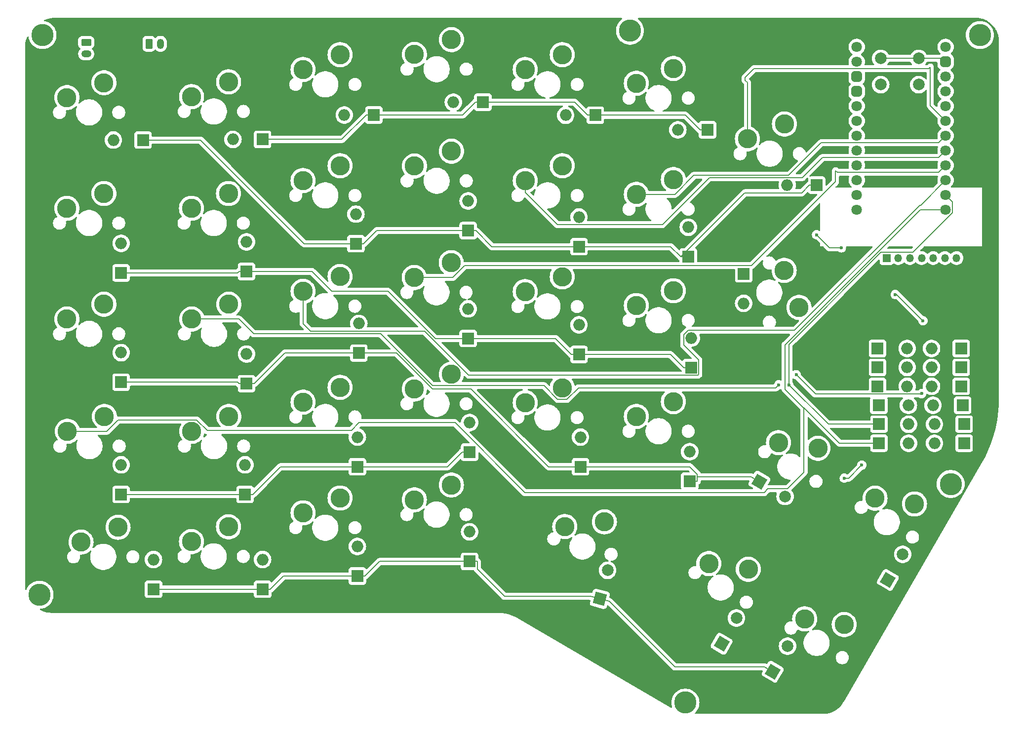
<source format=gtl>
%TF.GenerationSoftware,KiCad,Pcbnew,8.0.2-1*%
%TF.CreationDate,2024-06-04T11:33:54+02:00*%
%TF.ProjectId,keyboard,6b657962-6f61-4726-942e-6b696361645f,rev?*%
%TF.SameCoordinates,Original*%
%TF.FileFunction,Copper,L1,Top*%
%TF.FilePolarity,Positive*%
%FSLAX46Y46*%
G04 Gerber Fmt 4.6, Leading zero omitted, Abs format (unit mm)*
G04 Created by KiCad (PCBNEW 8.0.2-1) date 2024-06-04 11:33:54*
%MOMM*%
%LPD*%
G01*
G04 APERTURE LIST*
G04 Aperture macros list*
%AMRoundRect*
0 Rectangle with rounded corners*
0 $1 Rounding radius*
0 $2 $3 $4 $5 $6 $7 $8 $9 X,Y pos of 4 corners*
0 Add a 4 corners polygon primitive as box body*
4,1,4,$2,$3,$4,$5,$6,$7,$8,$9,$2,$3,0*
0 Add four circle primitives for the rounded corners*
1,1,$1+$1,$2,$3*
1,1,$1+$1,$4,$5*
1,1,$1+$1,$6,$7*
1,1,$1+$1,$8,$9*
0 Add four rect primitives between the rounded corners*
20,1,$1+$1,$2,$3,$4,$5,0*
20,1,$1+$1,$4,$5,$6,$7,0*
20,1,$1+$1,$6,$7,$8,$9,0*
20,1,$1+$1,$8,$9,$2,$3,0*%
%AMHorizOval*
0 Thick line with rounded ends*
0 $1 width*
0 $2 $3 position (X,Y) of the first rounded end (center of the circle)*
0 $4 $5 position (X,Y) of the second rounded end (center of the circle)*
0 Add line between two ends*
20,1,$1,$2,$3,$4,$5,0*
0 Add two circle primitives to create the rounded ends*
1,1,$1,$2,$3*
1,1,$1,$4,$5*%
%AMRotRect*
0 Rectangle, with rotation*
0 The origin of the aperture is its center*
0 $1 length*
0 $2 width*
0 $3 Rotation angle, in degrees counterclockwise*
0 Add horizontal line*
21,1,$1,$2,0,0,$3*%
G04 Aperture macros list end*
%TA.AperFunction,ComponentPad*%
%ADD10C,3.800000*%
%TD*%
%TA.AperFunction,ComponentPad*%
%ADD11O,2.000000X2.000000*%
%TD*%
%TA.AperFunction,ComponentPad*%
%ADD12R,2.000000X2.000000*%
%TD*%
%TA.AperFunction,ComponentPad*%
%ADD13C,1.800000*%
%TD*%
%TA.AperFunction,ComponentPad*%
%ADD14RoundRect,0.450000X-0.450000X-0.450000X0.450000X-0.450000X0.450000X0.450000X-0.450000X0.450000X0*%
%TD*%
%TA.AperFunction,ComponentPad*%
%ADD15R,1.350000X1.350000*%
%TD*%
%TA.AperFunction,ComponentPad*%
%ADD16O,1.350000X1.350000*%
%TD*%
%TA.AperFunction,ComponentPad*%
%ADD17C,3.300000*%
%TD*%
%TA.AperFunction,ComponentPad*%
%ADD18RotRect,2.000000X2.000000X330.000000*%
%TD*%
%TA.AperFunction,ComponentPad*%
%ADD19HorizOval,2.000000X0.000000X0.000000X0.000000X0.000000X0*%
%TD*%
%TA.AperFunction,ComponentPad*%
%ADD20RoundRect,0.250000X-0.625000X0.350000X-0.625000X-0.350000X0.625000X-0.350000X0.625000X0.350000X0*%
%TD*%
%TA.AperFunction,ComponentPad*%
%ADD21O,1.750000X1.200000*%
%TD*%
%TA.AperFunction,ComponentPad*%
%ADD22RotRect,2.000000X2.000000X60.000000*%
%TD*%
%TA.AperFunction,ComponentPad*%
%ADD23HorizOval,2.000000X0.000000X0.000000X0.000000X0.000000X0*%
%TD*%
%TA.AperFunction,ComponentPad*%
%ADD24RotRect,2.000000X2.000000X75.000000*%
%TD*%
%TA.AperFunction,ComponentPad*%
%ADD25HorizOval,2.000000X0.000000X0.000000X0.000000X0.000000X0*%
%TD*%
%TA.AperFunction,ComponentPad*%
%ADD26RoundRect,0.250000X-0.350000X-0.625000X0.350000X-0.625000X0.350000X0.625000X-0.350000X0.625000X0*%
%TD*%
%TA.AperFunction,ComponentPad*%
%ADD27O,1.200000X1.750000*%
%TD*%
%TA.AperFunction,ComponentPad*%
%ADD28C,2.000000*%
%TD*%
%TA.AperFunction,ViaPad*%
%ADD29C,0.600000*%
%TD*%
%TA.AperFunction,Conductor*%
%ADD30C,0.200000*%
%TD*%
G04 APERTURE END LIST*
D10*
%TO.P,H1,1*%
%TO.N,N/C*%
X198250000Y-107500000D03*
%TD*%
D11*
%TO.P,D_I_[6:2]1,2,A*%
%TO.N,Net-(D[1:5]1-K)*%
X194960000Y-84250000D03*
D12*
%TO.P,D_I_[6:2]1,1,K*%
%TO.N,Pin_Interrupt*%
X200040000Y-84250000D03*
%TD*%
%TO.P,D_I[1:2]1,1,K*%
%TO.N,Pin_Interrupt*%
X200540000Y-100500000D03*
D11*
%TO.P,D_I[1:2]1,2,A*%
%TO.N,Net-(DI_[1:1]1-A)*%
X195460000Y-100500000D03*
%TD*%
D12*
%TO.P,D_I_[2:1]1,1,K*%
%TO.N,Pin_2*%
X185960000Y-97250000D03*
D11*
%TO.P,D_I_[2:1]1,2,A*%
%TO.N,Net-(D[1:1]1-K)*%
X191040000Y-97250000D03*
%TD*%
D12*
%TO.P,D_I_[2:2]1,1,K*%
%TO.N,Pin_Interrupt*%
X200540000Y-97250000D03*
D11*
%TO.P,D_I_[2:2]1,2,A*%
%TO.N,Net-(D[1:1]1-K)*%
X195460000Y-97250000D03*
%TD*%
D10*
%TO.P,H2,1*%
%TO.N,N/C*%
X42500000Y-30500000D03*
%TD*%
D12*
%TO.P,D_I_[4:1]1,1,K*%
%TO.N,Pin_4*%
X185710000Y-90750000D03*
D11*
%TO.P,D_I_[4:1]1,2,A*%
%TO.N,Net-(D[1:3]1-K)*%
X190790000Y-90750000D03*
%TD*%
D12*
%TO.P,D_I_[5:1]1,1,K*%
%TO.N,Pin_5*%
X185710000Y-87500000D03*
D11*
%TO.P,D_I_[5:1]1,2,A*%
%TO.N,Net-(D[1:4]1-K)*%
X190790000Y-87500000D03*
%TD*%
D10*
%TO.P,H3,1*%
%TO.N,N/C*%
X152750000Y-145000000D03*
%TD*%
D12*
%TO.P,D_I_[5:2]1,1,K*%
%TO.N,Pin_Interrupt*%
X200040000Y-87500000D03*
D11*
%TO.P,D_I_[5:2]1,2,A*%
%TO.N,Net-(D[1:4]1-K)*%
X194960000Y-87500000D03*
%TD*%
D12*
%TO.P,D_I_[3:1]1,1,K*%
%TO.N,Pin_3*%
X185920000Y-94000000D03*
D11*
%TO.P,D_I_[3:1]1,2,A*%
%TO.N,Net-(D[1:2]1-K)*%
X191000000Y-94000000D03*
%TD*%
D10*
%TO.P,H6,1*%
%TO.N,N/C*%
X143250000Y-29750000D03*
%TD*%
D13*
%TO.P,U1,1,1*%
%TO.N,B-*%
X182130000Y-32530000D03*
%TO.P,U1,2,0*%
%TO.N,DISPL_CS*%
X182130000Y-35070000D03*
D14*
%TO.P,U1,3,GND*%
%TO.N,GND*%
X182130000Y-37610000D03*
%TO.P,U1,4,GND*%
X182130000Y-40150000D03*
D13*
%TO.P,U1,5,2*%
%TO.N,unconnected-(U1-2-Pad5)*%
X182130000Y-42690000D03*
%TO.P,U1,6,3*%
%TO.N,unconnected-(U1-3-Pad6)*%
X182130000Y-45230000D03*
%TO.P,U1,7,4*%
%TO.N,unconnected-(U1-4-Pad7)*%
X182130000Y-47770000D03*
%TO.P,U1,8,5*%
%TO.N,unconnected-(U1-5-Pad8)*%
X182130000Y-50310000D03*
%TO.P,U1,9,6*%
%TO.N,DISPL_DC*%
X182130000Y-52850000D03*
%TO.P,U1,10,7*%
%TO.N,DISPL_D1_MOSI*%
X182130000Y-55390000D03*
%TO.P,U1,11,8*%
%TO.N,DISPL_D0_SCK*%
X182130000Y-57930000D03*
%TO.P,U1,12,9*%
%TO.N,DISPL_RES*%
X182130000Y-60470000D03*
%TO.P,U1,13,B+*%
%TO.N,SW_B+*%
X197370000Y-32530000D03*
D14*
%TO.P,U1,14,GND*%
%TO.N,GND*%
X197370000Y-35070000D03*
D13*
%TO.P,U1,15,RST*%
%TO.N,RESET*%
X197370000Y-37610000D03*
%TO.P,U1,16,3.3v*%
%TO.N,VCC_3.3V*%
X197370000Y-40150000D03*
%TO.P,U1,17,21*%
%TO.N,Pin_Interrupt*%
X197370000Y-42690000D03*
%TO.P,U1,18,20*%
%TO.N,Pin_7*%
X197370000Y-45230000D03*
%TO.P,U1,19,19*%
%TO.N,Pin_6*%
X197370000Y-47770000D03*
%TO.P,U1,20,18*%
%TO.N,Pin_5*%
X197370000Y-50310000D03*
%TO.P,U1,21,15*%
%TO.N,Pin_4*%
X197370000Y-52850000D03*
%TO.P,U1,22,14*%
%TO.N,Pin_3*%
X197370000Y-55390000D03*
%TO.P,U1,23,16*%
%TO.N,Pin_2*%
X197370000Y-57930000D03*
%TO.P,U1,24,10*%
%TO.N,Pin_1*%
X197370000Y-60470000D03*
%TD*%
D10*
%TO.P,H7,1*%
%TO.N,N/C*%
X203250000Y-30500000D03*
%TD*%
D12*
%TO.P,D_I_[4:2]1,1,K*%
%TO.N,Pin_Interrupt*%
X200040000Y-90750000D03*
D11*
%TO.P,D_I_[4:2]1,2,A*%
%TO.N,Net-(D[1:3]1-K)*%
X194960000Y-90750000D03*
%TD*%
D12*
%TO.P,D_I_[3:2]1,1,K*%
%TO.N,Pin_Interrupt*%
X200290000Y-94000000D03*
D11*
%TO.P,D_I_[3:2]1,2,A*%
%TO.N,Net-(D[1:2]1-K)*%
X195210000Y-94000000D03*
%TD*%
D12*
%TO.P,D_I_[6:1]1,1,K*%
%TO.N,Pin_6*%
X185710000Y-84250000D03*
D11*
%TO.P,D_I_[6:1]1,2,A*%
%TO.N,Net-(D[1:5]1-K)*%
X190790000Y-84250000D03*
%TD*%
D10*
%TO.P,H5,1*%
%TO.N,N/C*%
X42000000Y-126500000D03*
%TD*%
D15*
%TO.P,Display_conn1,1,Pin_1*%
%TO.N,GND*%
X187250000Y-68750000D03*
D16*
%TO.P,Display_conn1,2,Pin_2*%
%TO.N,VCC_3.3V*%
X189250000Y-68750000D03*
%TO.P,Display_conn1,3,Pin_3*%
%TO.N,DISPL_D0_SCK*%
X191250000Y-68750000D03*
%TO.P,Display_conn1,4,Pin_4*%
%TO.N,DISPL_D1_MOSI*%
X193250000Y-68750000D03*
%TO.P,Display_conn1,5,Pin_5*%
%TO.N,DISPL_RES*%
X195250000Y-68750000D03*
%TO.P,Display_conn1,6,Pin_6*%
%TO.N,DISPL_DC*%
X197250000Y-68750000D03*
%TO.P,Display_conn1,7,Pin_7*%
%TO.N,DISPL_CS*%
X199250000Y-68750000D03*
%TD*%
D12*
%TO.P,D[3:2]1,1,K*%
%TO.N,Net-(D[1:1]1-K)*%
X96250000Y-66290000D03*
D11*
%TO.P,D[3:2]1,2,A*%
%TO.N,Net-(D[3:2]1-A)*%
X96250000Y-61210000D03*
%TD*%
D17*
%TO.P,SW_[7:2]1,1,1*%
%TO.N,Pin_7*%
X169690000Y-70860000D03*
%TO.P,SW_[7:2]1,2,2*%
%TO.N,Net-(D[7:2]1-A)*%
X172230000Y-77210000D03*
%TD*%
%TO.P,SW_[1:4]1,1,1*%
%TO.N,Pin_1*%
X46770000Y-98460000D03*
%TO.P,SW_[1:4]1,2,2*%
%TO.N,Net-(D[1:4]1-A)*%
X53120000Y-95920000D03*
%TD*%
D12*
%TO.P,D[4:2]1,1,K*%
%TO.N,Net-(D[1:1]1-K)*%
X115500000Y-64040000D03*
D11*
%TO.P,D[4:2]1,2,A*%
%TO.N,Net-(D[4:2]1-A)*%
X115500000Y-58960000D03*
%TD*%
D12*
%TO.P,D[5:1]1,1,K*%
%TO.N,Net-(DI_[1:1]1-A)*%
X137290000Y-44250000D03*
D11*
%TO.P,D[5:1]1,2,A*%
%TO.N,Net-(D[5:1]1-A)*%
X132210000Y-44250000D03*
%TD*%
D12*
%TO.P,D[1:5]1,1,K*%
%TO.N,Net-(D[1:5]1-K)*%
X61540000Y-125540000D03*
D11*
%TO.P,D[1:5]1,2,A*%
%TO.N,Net-(D[1:5]1-A)*%
X61540000Y-120460000D03*
%TD*%
D12*
%TO.P,D[6:2]1,1,K*%
%TO.N,Net-(D[1:1]1-K)*%
X153250000Y-68540000D03*
D11*
%TO.P,D[6:2]1,2,A*%
%TO.N,Net-(D[6:2]1-A)*%
X153250000Y-63460000D03*
%TD*%
D17*
%TO.P,SW_[6:1]1,1,1*%
%TO.N,Pin_6*%
X144340000Y-38760000D03*
%TO.P,SW_[6:1]1,2,2*%
%TO.N,Net-(D[6:1]1-A)*%
X150690000Y-36220000D03*
%TD*%
D12*
%TO.P,D[5:2]1,1,K*%
%TO.N,Net-(D[1:1]1-K)*%
X134500000Y-66790000D03*
D11*
%TO.P,D[5:2]1,2,A*%
%TO.N,Net-(D[5:2]1-A)*%
X134500000Y-61710000D03*
%TD*%
D17*
%TO.P,SW_[2:4]1,1,1*%
%TO.N,Pin_2*%
X68110000Y-98460000D03*
%TO.P,SW_[2:4]1,2,2*%
%TO.N,Net-(D[2:4]1-A)*%
X74460000Y-95920000D03*
%TD*%
%TO.P,SW_[2:5]1,1,1*%
%TO.N,Pin_2*%
X68054800Y-117390500D03*
%TO.P,SW_[2:5]1,2,2*%
%TO.N,Net-(D[2:5]1-A)*%
X74404800Y-114850500D03*
%TD*%
%TO.P,SW_[1:3]1,1,1*%
%TO.N,Pin_1*%
X46690000Y-79210000D03*
%TO.P,SW_[1:3]1,2,2*%
%TO.N,Net-(D[1:3]1-A)*%
X53040000Y-76670000D03*
%TD*%
D12*
%TO.P,D[6:1]1,1,K*%
%TO.N,Net-(DI_[1:1]1-A)*%
X156540000Y-46750000D03*
D11*
%TO.P,D[6:1]1,2,A*%
%TO.N,Net-(D[6:1]1-A)*%
X151460000Y-46750000D03*
%TD*%
D12*
%TO.P,D[4:5]1,1,K*%
%TO.N,Net-(D[1:5]1-K)*%
X115750000Y-120790000D03*
D11*
%TO.P,D[4:5]1,2,A*%
%TO.N,Net-(D[4:5]1-A)*%
X115750000Y-115710000D03*
%TD*%
D18*
%TO.P,D[7:3]1,1,K*%
%TO.N,Net-(D[1:3]1-K)*%
X165446100Y-107092500D03*
D19*
%TO.P,D[7:3]1,2,A*%
%TO.N,Net-(D[7:3]1-A)*%
X169845509Y-109632500D03*
%TD*%
D17*
%TO.P,SW_[6:3]1,1,1*%
%TO.N,Pin_6*%
X144340000Y-76890500D03*
%TO.P,SW_[6:3]1,2,2*%
%TO.N,Net-(D[6:3]1-A)*%
X150690000Y-74350500D03*
%TD*%
%TO.P,SW_[6:5]1,1,1*%
%TO.N,Pin_6*%
X156770444Y-121145295D03*
%TO.P,SW_[6:5]1,2,2*%
%TO.N,Net-(D[6:5]1-A)*%
X163539705Y-122120591D03*
%TD*%
%TO.P,SW_[2:2]1,1,1*%
%TO.N,Pin_2*%
X68054800Y-60210000D03*
%TO.P,SW_[2:2]1,2,2*%
%TO.N,Net-(D[2:2]1-A)*%
X74404800Y-57670000D03*
%TD*%
D20*
%TO.P,Battery1,1,Pin_1*%
%TO.N,B+*%
X50000000Y-31750000D03*
D21*
%TO.P,Battery1,2,Pin_2*%
%TO.N,B-*%
X50000000Y-33750000D03*
%TD*%
D17*
%TO.P,SW_[4:3]1,1,1*%
%TO.N,Pin_4*%
X106254800Y-72090500D03*
%TO.P,SW_[4:3]1,2,2*%
%TO.N,Net-(D[4:3]1-A)*%
X112604800Y-69550500D03*
%TD*%
D12*
%TO.P,D[1:1]1,1,K*%
%TO.N,Net-(D[1:1]1-K)*%
X59740000Y-48500000D03*
D11*
%TO.P,D[1:1]1,2,A*%
%TO.N,Net-(D[1:1]1-A)*%
X54660000Y-48500000D03*
%TD*%
D12*
%TO.P,D[4:1]1,1,K*%
%TO.N,Net-(DI_[1:1]1-A)*%
X118040000Y-42000000D03*
D11*
%TO.P,D[4:1]1,2,A*%
%TO.N,Net-(D[4:1]1-A)*%
X112960000Y-42000000D03*
%TD*%
D12*
%TO.P,D[2:4]1,1,K*%
%TO.N,Net-(D[1:4]1-K)*%
X77250000Y-109290000D03*
D11*
%TO.P,D[2:4]1,2,A*%
%TO.N,Net-(D[2:4]1-A)*%
X77250000Y-104210000D03*
%TD*%
D12*
%TO.P,D[1:4]1,1,K*%
%TO.N,Net-(D[1:4]1-K)*%
X56000000Y-109290000D03*
D11*
%TO.P,D[1:4]1,2,A*%
%TO.N,Net-(D[1:4]1-A)*%
X56000000Y-104210000D03*
%TD*%
D22*
%TO.P,D[6:5]1,1,K*%
%TO.N,Net-(D[1:4]1-K)*%
X158960000Y-134899400D03*
D23*
%TO.P,D[6:5]1,2,A*%
%TO.N,Net-(D[6:5]1-A)*%
X161500000Y-130499991D03*
%TD*%
D17*
%TO.P,SW_[6:4]1,1,1*%
%TO.N,Pin_6*%
X144340000Y-95910000D03*
%TO.P,SW_[6:4]1,2,2*%
%TO.N,Net-(D[6:4]1-A)*%
X150690000Y-93370000D03*
%TD*%
%TO.P,SW_[5:5]1,1,1*%
%TO.N,Pin_5*%
X132070323Y-114795649D03*
%TO.P,SW_[5:5]1,2,2*%
%TO.N,Net-(D[5:5]1-A)*%
X138861354Y-113985696D03*
%TD*%
D12*
%TO.P,D[6:4]1,1,K*%
%TO.N,Net-(D[1:3]1-K)*%
X153500000Y-107040000D03*
D11*
%TO.P,D[6:4]1,2,A*%
%TO.N,Net-(D[6:4]1-A)*%
X153500000Y-101960000D03*
%TD*%
D17*
%TO.P,SW_[7:3]1,1,1*%
%TO.N,Pin_7*%
X168721044Y-100405295D03*
%TO.P,SW_[7:3]1,2,2*%
%TO.N,Net-(D[7:3]1-A)*%
X175490305Y-101380591D03*
%TD*%
%TO.P,SW_[3:1]1,1,1*%
%TO.N,Pin_3*%
X87190000Y-36410600D03*
%TO.P,SW_[3:1]1,2,2*%
%TO.N,Net-(D[3:1]1-A)*%
X93540000Y-33870600D03*
%TD*%
%TO.P,SW_[6:2]1,1,1*%
%TO.N,Pin_6*%
X144340000Y-57810000D03*
%TO.P,SW_[6:2]1,2,2*%
%TO.N,Net-(D[6:2]1-A)*%
X150690000Y-55270000D03*
%TD*%
D12*
%TO.P,D[5:4]1,1,K*%
%TO.N,Net-(D[1:3]1-K)*%
X134750000Y-104540000D03*
D11*
%TO.P,D[5:4]1,2,A*%
%TO.N,Net-(D[5:4]1-A)*%
X134750000Y-99460000D03*
%TD*%
D24*
%TO.P,D[5:5]1,1,K*%
%TO.N,Net-(D[1:5]1-K)*%
X138092600Y-127203500D03*
D25*
%TO.P,D[5:5]1,2,A*%
%TO.N,Net-(D[5:5]1-A)*%
X139407401Y-122296597D03*
%TD*%
D12*
%TO.P,D[1:2]1,1,K*%
%TO.N,Net-(D[1:2]1-K)*%
X56000000Y-71290000D03*
D11*
%TO.P,D[1:2]1,2,A*%
%TO.N,Net-(D[1:2]1-A)*%
X56000000Y-66210000D03*
%TD*%
D12*
%TO.P,D[2:3]1,1,K*%
%TO.N,Net-(D[1:3]1-K)*%
X77500000Y-90290000D03*
D11*
%TO.P,D[2:3]1,2,A*%
%TO.N,Net-(D[2:3]1-A)*%
X77500000Y-85210000D03*
%TD*%
D17*
%TO.P,SW_[5:3]1,1,1*%
%TO.N,Pin_5*%
X125290000Y-74510000D03*
%TO.P,SW_[5:3]1,2,2*%
%TO.N,Net-(D[5:3]1-A)*%
X131640000Y-71970000D03*
%TD*%
D12*
%TO.P,D[2:2]1,1,K*%
%TO.N,Net-(D[1:2]1-K)*%
X77500000Y-71040000D03*
D11*
%TO.P,D[2:2]1,2,A*%
%TO.N,Net-(D[2:2]1-A)*%
X77500000Y-65960000D03*
%TD*%
D17*
%TO.P,SW_[7:5]1,1,1*%
%TO.N,Pin_7*%
X173220444Y-130645295D03*
%TO.P,SW_[7:5]1,2,2*%
%TO.N,Net-(D[7:5]1-A)*%
X179989705Y-131620591D03*
%TD*%
%TO.P,SW_[3:4]1,1,1*%
%TO.N,Pin_3*%
X87190000Y-93460000D03*
%TO.P,SW_[3:4]1,2,2*%
%TO.N,Net-(D[3:4]1-A)*%
X93540000Y-90920000D03*
%TD*%
D12*
%TO.P,D[3:5]1,1,K*%
%TO.N,Net-(D[1:5]1-K)*%
X96500000Y-123290000D03*
D11*
%TO.P,D[3:5]1,2,A*%
%TO.N,Net-(D[3:5]1-A)*%
X96500000Y-118210000D03*
%TD*%
D12*
%TO.P,D[1:3]1,1,K*%
%TO.N,Net-(D[1:3]1-K)*%
X56000000Y-90040000D03*
D11*
%TO.P,D[1:3]1,2,A*%
%TO.N,Net-(D[1:3]1-A)*%
X56000000Y-84960000D03*
%TD*%
D12*
%TO.P,D[4:4]1,1,K*%
%TO.N,Net-(D[1:4]1-K)*%
X115750000Y-102040000D03*
D11*
%TO.P,D[4:4]1,2,A*%
%TO.N,Net-(D[4:4]1-A)*%
X115750000Y-96960000D03*
%TD*%
D17*
%TO.P,SW_[5:1]1,1,1*%
%TO.N,Pin_5*%
X125290000Y-36410000D03*
%TO.P,SW_[5:1]1,2,2*%
%TO.N,Net-(D[5:1]1-A)*%
X131640000Y-33870000D03*
%TD*%
D12*
%TO.P,D[7:1]1,1,K*%
%TO.N,Net-(D[1:1]1-K)*%
X175290000Y-56250000D03*
D11*
%TO.P,D[7:1]1,2,A*%
%TO.N,Net-(D[7:1]1-A)*%
X170210000Y-56250000D03*
%TD*%
D12*
%TO.P,DI_[1:1]1,1,K*%
%TO.N,Pin_1*%
X185960000Y-100500000D03*
D11*
%TO.P,DI_[1:1]1,2,A*%
%TO.N,Net-(DI_[1:1]1-A)*%
X191040000Y-100500000D03*
%TD*%
D17*
%TO.P,SW_[4:5]1,1,1*%
%TO.N,Pin_4*%
X106270000Y-110210000D03*
%TO.P,SW_[4:5]1,2,2*%
%TO.N,Net-(D[4:5]1-A)*%
X112620000Y-107670000D03*
%TD*%
%TO.P,SW_[1:5]1,1,1*%
%TO.N,Pin_1*%
X49110000Y-117460000D03*
%TO.P,SW_[1:5]1,2,2*%
%TO.N,Net-(D[1:5]1-A)*%
X55460000Y-114920000D03*
%TD*%
%TO.P,SW_[4:4]1,1,1*%
%TO.N,Pin_4*%
X106270000Y-91210000D03*
%TO.P,SW_[4:4]1,2,2*%
%TO.N,Net-(D[4:4]1-A)*%
X112620000Y-88670000D03*
%TD*%
%TO.P,SW_[2:1]1,1,1*%
%TO.N,Pin_2*%
X68070000Y-41060000D03*
%TO.P,SW_[2:1]1,2,2*%
%TO.N,Net-(D[2:1]1-A)*%
X74420000Y-38520000D03*
%TD*%
D12*
%TO.P,D[7:2]1,1,K*%
%TO.N,Net-(D[1:2]1-K)*%
X162750000Y-71435000D03*
D11*
%TO.P,D[7:2]1,2,A*%
%TO.N,Net-(D[7:2]1-A)*%
X162750000Y-76515000D03*
%TD*%
D17*
%TO.P,SW_[5:4]1,1,1*%
%TO.N,Pin_5*%
X125290000Y-93560000D03*
%TO.P,SW_[5:4]1,2,2*%
%TO.N,Net-(D[5:4]1-A)*%
X131640000Y-91020000D03*
%TD*%
D12*
%TO.P,D[2:5]1,1,K*%
%TO.N,Net-(D[1:5]1-K)*%
X80250000Y-125540000D03*
D11*
%TO.P,D[2:5]1,2,A*%
%TO.N,Net-(D[2:5]1-A)*%
X80250000Y-120460000D03*
%TD*%
D22*
%TO.P,D[7:5]1,1,K*%
%TO.N,Net-(D[1:5]1-K)*%
X167730000Y-139699700D03*
D23*
%TO.P,D[7:5]1,2,A*%
%TO.N,Net-(D[7:5]1-A)*%
X170270000Y-135300291D03*
%TD*%
D17*
%TO.P,SW_[2:3]1,1,1*%
%TO.N,Pin_2*%
X68110000Y-79210000D03*
%TO.P,SW_[2:3]1,2,2*%
%TO.N,Net-(D[2:3]1-A)*%
X74460000Y-76670000D03*
%TD*%
D26*
%TO.P,ON/OFF1,1,Pin_1*%
%TO.N,B+*%
X60750000Y-32000000D03*
D27*
%TO.P,ON/OFF1,2,Pin_2*%
%TO.N,SW_B+*%
X62750000Y-32000000D03*
%TD*%
D17*
%TO.P,SW_[4:2]1,1,1*%
%TO.N,Pin_4*%
X106290000Y-52960000D03*
%TO.P,SW_[4:2]1,2,2*%
%TO.N,Net-(D[4:2]1-A)*%
X112640000Y-50420000D03*
%TD*%
D28*
%TO.P,SW1,1*%
%TO.N,GND*%
X192750000Y-34500000D03*
X186250000Y-34500000D03*
%TO.P,SW1,2*%
%TO.N,RESET*%
X192750000Y-39000000D03*
X186250000Y-39000000D03*
%TD*%
D17*
%TO.P,SW_[4:1]1,1,1*%
%TO.N,Pin_4*%
X106290000Y-33810000D03*
%TO.P,SW_[4:1]1,2,2*%
%TO.N,Net-(D[4:1]1-A)*%
X112640000Y-31270000D03*
%TD*%
D22*
%TO.P,D[7:4]1,1,K*%
%TO.N,Net-(D[1:4]1-K)*%
X187480000Y-123949700D03*
D23*
%TO.P,D[7:4]1,2,A*%
%TO.N,Net-(D[7:4]1-A)*%
X190020000Y-119550291D03*
%TD*%
D17*
%TO.P,SW_[3:5]1,1,1*%
%TO.N,Pin_3*%
X87190000Y-112460000D03*
%TO.P,SW_[3:5]1,2,2*%
%TO.N,Net-(D[3:5]1-A)*%
X93540000Y-109920000D03*
%TD*%
D12*
%TO.P,D[3:3]1,1,K*%
%TO.N,Net-(D[1:3]1-K)*%
X96750000Y-85040000D03*
D11*
%TO.P,D[3:3]1,2,A*%
%TO.N,Net-(D[3:3]1-A)*%
X96750000Y-79960000D03*
%TD*%
D12*
%TO.P,D[3:4]1,1,K*%
%TO.N,Net-(D[1:4]1-K)*%
X96500000Y-104540000D03*
D11*
%TO.P,D[3:4]1,2,A*%
%TO.N,Net-(D[3:4]1-A)*%
X96500000Y-99460000D03*
%TD*%
D17*
%TO.P,SW_[7:4]1,1,1*%
%TO.N,Pin_7*%
X185270444Y-109945295D03*
%TO.P,SW_[7:4]1,2,2*%
%TO.N,Net-(D[7:4]1-A)*%
X192039705Y-110920591D03*
%TD*%
%TO.P,SW_[1:1]1,1,1*%
%TO.N,Pin_1*%
X46690000Y-41210000D03*
%TO.P,SW_[1:1]1,2,2*%
%TO.N,Net-(D[1:1]1-A)*%
X53040000Y-38670000D03*
%TD*%
%TO.P,SW_[5:2]1,1,1*%
%TO.N,Pin_5*%
X125290000Y-55460000D03*
%TO.P,SW_[5:2]1,2,2*%
%TO.N,Net-(D[5:2]1-A)*%
X131640000Y-52920000D03*
%TD*%
D12*
%TO.P,D[6:3]1,1,K*%
%TO.N,Net-(D[1:2]1-K)*%
X153750000Y-87540000D03*
D11*
%TO.P,D[6:3]1,2,A*%
%TO.N,Net-(D[6:3]1-A)*%
X153750000Y-82460000D03*
%TD*%
D17*
%TO.P,SW_[3:2]1,1,1*%
%TO.N,Pin_3*%
X87190000Y-55460100D03*
%TO.P,SW_[3:2]1,2,2*%
%TO.N,Net-(D[3:2]1-A)*%
X93540000Y-52920100D03*
%TD*%
D12*
%TO.P,D[5:3]1,1,K*%
%TO.N,Net-(D[1:2]1-K)*%
X134500000Y-85290000D03*
D11*
%TO.P,D[5:3]1,2,A*%
%TO.N,Net-(D[5:3]1-A)*%
X134500000Y-80210000D03*
%TD*%
D12*
%TO.P,D[4:3]1,1,K*%
%TO.N,Net-(D[1:2]1-K)*%
X115500000Y-82540000D03*
D11*
%TO.P,D[4:3]1,2,A*%
%TO.N,Net-(D[4:3]1-A)*%
X115500000Y-77460000D03*
%TD*%
D17*
%TO.P,SW_[1:2]1,1,1*%
%TO.N,Pin_1*%
X46690000Y-60210000D03*
%TO.P,SW_[1:2]1,2,2*%
%TO.N,Net-(D[1:2]1-A)*%
X53040000Y-57670000D03*
%TD*%
D12*
%TO.P,D[2:1]1,1,K*%
%TO.N,Net-(DI_[1:1]1-A)*%
X80240000Y-48400000D03*
D11*
%TO.P,D[2:1]1,2,A*%
%TO.N,Net-(D[2:1]1-A)*%
X75160000Y-48400000D03*
%TD*%
D17*
%TO.P,SW_[3:3]1,1,1*%
%TO.N,Pin_3*%
X87190000Y-74460000D03*
%TO.P,SW_[3:3]1,2,2*%
%TO.N,Net-(D[3:3]1-A)*%
X93540000Y-71920000D03*
%TD*%
%TO.P,SW_[7:1]1,1,1*%
%TO.N,Pin_7*%
X163390000Y-48310000D03*
%TO.P,SW_[7:1]1,2,2*%
%TO.N,Net-(D[7:1]1-A)*%
X169740000Y-45770000D03*
%TD*%
D12*
%TO.P,D[3:1]1,1,K*%
%TO.N,Net-(DI_[1:1]1-A)*%
X99340000Y-44200000D03*
D11*
%TO.P,D[3:1]1,2,A*%
%TO.N,Net-(D[3:1]1-A)*%
X94260000Y-44200000D03*
%TD*%
D29*
%TO.N,Net-(D[1:2]1-K)*%
X171750000Y-88750000D03*
X193250000Y-92000000D03*
%TO.N,Net-(D[1:1]1-K)*%
X175250000Y-64750000D03*
X179500000Y-67000000D03*
X193500000Y-79500000D03*
X188750000Y-75000000D03*
%TO.N,Net-(D[1:3]1-K)*%
X183000000Y-104250000D03*
X180000000Y-106500000D03*
%TO.N,Pin_2*%
X170500000Y-90500000D03*
X168750000Y-90500000D03*
%TD*%
D30*
%TO.N,Pin_2*%
X168750000Y-90500000D02*
X168250000Y-91000000D01*
X168250000Y-91000000D02*
X134417717Y-91000000D01*
X134417717Y-91000000D02*
X132447717Y-92970000D01*
X132447717Y-92970000D02*
X130832283Y-92970000D01*
X130832283Y-92970000D02*
X128482283Y-90620000D01*
X128482283Y-90620000D02*
X109370000Y-90620000D01*
X109370000Y-90620000D02*
X100500000Y-81750000D01*
X78732412Y-81750000D02*
X76192412Y-79210000D01*
X100500000Y-81750000D02*
X78732412Y-81750000D01*
X76192412Y-79210000D02*
X68110000Y-79210000D01*
%TO.N,Net-(D[1:2]1-K)*%
X193200000Y-92050000D02*
X175050000Y-92050000D01*
X193250000Y-92000000D02*
X193200000Y-92050000D01*
X175050000Y-92050000D02*
X171750000Y-88750000D01*
%TO.N,Net-(D[1:1]1-K)*%
X177500000Y-67000000D02*
X175250000Y-64750000D01*
X193500000Y-79500000D02*
X189000000Y-75000000D01*
X179500000Y-67000000D02*
X177500000Y-67000000D01*
X189000000Y-75000000D02*
X188750000Y-75000000D01*
%TO.N,Net-(D[1:3]1-K)*%
X183000000Y-104250000D02*
X180750000Y-106500000D01*
X180750000Y-106500000D02*
X180000000Y-106500000D01*
%TO.N,Pin_1*%
X169850000Y-83634314D02*
X169850000Y-91255500D01*
%TO.N,Pin_2*%
X197370000Y-57930000D02*
X198570000Y-59130000D01*
%TO.N,Pin_1*%
X193014314Y-60470000D02*
X169850000Y-83634314D01*
%TO.N,Pin_2*%
X191762057Y-67775000D02*
X186275000Y-67775000D01*
X170500000Y-83550000D02*
X170500000Y-90500000D01*
%TO.N,Pin_1*%
X169850000Y-91255500D02*
X173094500Y-94500000D01*
%TO.N,Pin_2*%
X186275000Y-67775000D02*
X170500000Y-83550000D01*
%TO.N,Pin_1*%
X197370000Y-60470000D02*
X193014314Y-60470000D01*
%TO.N,Pin_2*%
X198570000Y-59130000D02*
X198570000Y-60967057D01*
X198570000Y-60967057D02*
X191762057Y-67775000D01*
%TO.N,GND*%
X186250000Y-34500000D02*
X192750000Y-34500000D01*
X192750000Y-34500000D02*
X196800000Y-34500000D01*
X196800000Y-34500000D02*
X197370000Y-35070000D01*
%TO.N,Pin_2*%
X185960000Y-97250000D02*
X177250000Y-97250000D01*
X177250000Y-97250000D02*
X170500000Y-90500000D01*
%TO.N,Pin_3*%
X171458629Y-81160000D02*
X153211522Y-81160000D01*
X197370000Y-55390000D02*
X193089999Y-59670001D01*
X155050000Y-88700000D02*
X154910000Y-88840000D01*
X193089999Y-59670001D02*
X192948629Y-59670000D01*
X115590000Y-88840000D02*
X108010000Y-81260000D01*
%TO.N,Pin_1*%
X173094500Y-94500000D02*
X173094500Y-105480875D01*
%TO.N,Pin_3*%
X155050000Y-86240000D02*
X155050000Y-88700000D01*
X152450000Y-81921522D02*
X152450000Y-83640000D01*
X87190000Y-80002412D02*
X87190000Y-74460000D01*
X153211522Y-81160000D02*
X152450000Y-81921522D01*
X192948629Y-59670000D02*
X171458629Y-81160000D01*
X154910000Y-88840000D02*
X115590000Y-88840000D01*
X108010000Y-81260000D02*
X88447588Y-81260000D01*
X88447588Y-81260000D02*
X87190000Y-80002412D01*
X152450000Y-83640000D02*
X155050000Y-86240000D01*
%TO.N,Pin_1*%
X173094500Y-94405500D02*
X173094500Y-94500000D01*
X185960000Y-100500000D02*
X179189000Y-100500000D01*
X179189000Y-100500000D02*
X173094500Y-94405500D01*
X166250000Y-109000000D02*
X125250000Y-109000000D01*
X170242875Y-108332500D02*
X166917500Y-108332500D01*
X125250000Y-109000000D02*
X113250000Y-97000000D01*
X166917500Y-108332500D02*
X166250000Y-109000000D01*
X113250000Y-97000000D02*
X96812412Y-97000000D01*
X173094500Y-105480875D02*
X170242875Y-108332500D01*
X96812412Y-97000000D02*
X95468512Y-98343900D01*
X95468512Y-98343900D02*
X70751617Y-98343900D01*
X70751617Y-98343900D02*
X68917717Y-96510000D01*
X68917717Y-96510000D02*
X55490000Y-96510000D01*
X55490000Y-96510000D02*
X53540000Y-98460000D01*
X53540000Y-98460000D02*
X46770000Y-98460000D01*
%TO.N,Pin_4*%
X164120000Y-70020000D02*
X114893017Y-70020000D01*
X114893017Y-70020000D02*
X112822517Y-72090500D01*
X178500000Y-55640000D02*
X164120000Y-70020000D01*
X178500000Y-53750000D02*
X178500000Y-55640000D01*
X196170000Y-54050000D02*
X178800000Y-54050000D01*
X112822517Y-72090500D02*
X106254800Y-72090500D01*
X197370000Y-52850000D02*
X196170000Y-54050000D01*
X178800000Y-54050000D02*
X178500000Y-53750000D01*
%TO.N,Pin_5*%
X172800000Y-54950000D02*
X156864775Y-54950000D01*
X125290000Y-57504775D02*
X125290000Y-55460000D01*
X197370000Y-50310000D02*
X196170000Y-51510000D01*
X156864775Y-54950000D02*
X148804775Y-63010000D01*
X196170000Y-51510000D02*
X176240000Y-51510000D01*
X148804775Y-63010000D02*
X130795225Y-63010000D01*
X130795225Y-63010000D02*
X125290000Y-57504775D01*
X176240000Y-51510000D02*
X172800000Y-54950000D01*
%TO.N,Pin_6*%
X196170000Y-48970000D02*
X176030000Y-48970000D01*
X150940000Y-57810000D02*
X144340000Y-57810000D01*
X170450000Y-54550000D02*
X154200000Y-54550000D01*
X197370000Y-47770000D02*
X196170000Y-48970000D01*
X176030000Y-48970000D02*
X170450000Y-54550000D01*
X154200000Y-54550000D02*
X150940000Y-57810000D01*
%TO.N,Pin_7*%
X163000000Y-38250000D02*
X163390000Y-38640000D01*
X163390000Y-38640000D02*
X163390000Y-48310000D01*
X164480000Y-36270000D02*
X163000000Y-37750000D01*
X194480000Y-36270000D02*
X164480000Y-36270000D01*
X194750000Y-42610000D02*
X194750000Y-36000000D01*
X197370000Y-45230000D02*
X194750000Y-42610000D01*
X194750000Y-36000000D02*
X194480000Y-36270000D01*
X163000000Y-37750000D02*
X163000000Y-38250000D01*
%TO.N,Net-(DI_[1:1]1-A)*%
X93838300Y-48400000D02*
X98038300Y-44200000D01*
X99340000Y-44200000D02*
X98038300Y-44200000D01*
X137290000Y-44250000D02*
X152738300Y-44250000D01*
X80240000Y-48400000D02*
X93838300Y-48400000D01*
X133738300Y-42000000D02*
X135988300Y-44250000D01*
X114538300Y-44200000D02*
X116738300Y-42000000D01*
X118040000Y-42000000D02*
X133738300Y-42000000D01*
X156540000Y-46750000D02*
X155238300Y-46750000D01*
X117389200Y-42000000D02*
X116738300Y-42000000D01*
X152738300Y-44250000D02*
X155238300Y-46750000D01*
X99340000Y-44200000D02*
X114538300Y-44200000D01*
X137290000Y-44250000D02*
X135988300Y-44250000D01*
X117389200Y-42000000D02*
X118040000Y-42000000D01*
%TO.N,Net-(D[1:1]1-K)*%
X172686600Y-57551700D02*
X162936600Y-57551700D01*
X87377700Y-66290000D02*
X96250000Y-66290000D01*
X134500000Y-66790000D02*
X119551700Y-66790000D01*
X115500000Y-64040000D02*
X99801700Y-64040000D01*
X96250000Y-66290000D02*
X97551700Y-66290000D01*
X151948300Y-68540000D02*
X150198300Y-66790000D01*
X119551700Y-66790000D02*
X116801700Y-64040000D01*
X175290000Y-56250000D02*
X173988300Y-56250000D01*
X116150900Y-64040000D02*
X116801700Y-64040000D01*
X150198300Y-66790000D02*
X134500000Y-66790000D01*
X69587700Y-48500000D02*
X87377700Y-66290000D01*
X153250000Y-68540000D02*
X151948300Y-68540000D01*
X173988300Y-56250000D02*
X172686600Y-57551700D01*
X162936600Y-57551700D02*
X151948300Y-68540000D01*
X116150900Y-64040000D02*
X115500000Y-64040000D01*
X99801700Y-64040000D02*
X97551700Y-66290000D01*
X59740000Y-48500000D02*
X69587700Y-48500000D01*
%TO.N,Net-(D[1:2]1-K)*%
X134500000Y-85290000D02*
X150198300Y-85290000D01*
X133945000Y-85290000D02*
X133198300Y-85290000D01*
X77500000Y-71040000D02*
X76198300Y-71040000D01*
X130448300Y-82540000D02*
X115500000Y-82540000D01*
X88722500Y-71040000D02*
X77500000Y-71040000D01*
X109855686Y-82540000D02*
X101771586Y-74455900D01*
X133945000Y-85290000D02*
X134500000Y-85290000D01*
X153750000Y-87540000D02*
X152448300Y-87540000D01*
X115500000Y-82540000D02*
X109855686Y-82540000D01*
X150198300Y-85290000D02*
X152448300Y-87540000D01*
X56000000Y-71290000D02*
X75948300Y-71290000D01*
X75948300Y-71290000D02*
X76198300Y-71040000D01*
X101771586Y-74455900D02*
X92138400Y-74455900D01*
X92138400Y-74455900D02*
X88722500Y-71040000D01*
X133198300Y-85290000D02*
X130448300Y-82540000D01*
%TO.N,Net-(D[1:3]1-K)*%
X129304500Y-104540000D02*
X134750000Y-104540000D01*
X103224314Y-85040000D02*
X109386314Y-91202000D01*
X84051700Y-85040000D02*
X96750000Y-85040000D01*
X153500000Y-107040000D02*
X154801700Y-107040000D01*
X75948300Y-90040000D02*
X76198300Y-90290000D01*
X153506300Y-104540000D02*
X154801700Y-105835400D01*
X109386314Y-91202000D02*
X115966500Y-91202000D01*
X154801700Y-105835400D02*
X154801700Y-106267300D01*
X77500000Y-90290000D02*
X76198300Y-90290000D01*
X78801700Y-90290000D02*
X84051700Y-85040000D01*
X154801700Y-106267300D02*
X154801700Y-107040000D01*
X164016800Y-106267200D02*
X164016700Y-106267300D01*
X96750000Y-85040000D02*
X103224314Y-85040000D01*
X77500000Y-90290000D02*
X78801700Y-90290000D01*
X164016700Y-106267300D02*
X154801700Y-106267300D01*
X134750000Y-104540000D02*
X153506300Y-104540000D01*
X115966500Y-91202000D02*
X129304500Y-104540000D01*
X56000000Y-90040000D02*
X75948300Y-90040000D01*
X165446100Y-107092500D02*
X164016800Y-106267200D01*
%TO.N,Net-(D[1:4]1-K)*%
X56000000Y-109290000D02*
X77250000Y-109290000D01*
X111948300Y-104540000D02*
X96500000Y-104540000D01*
X83301700Y-104540000D02*
X78551700Y-109290000D01*
X77250000Y-109290000D02*
X78551700Y-109290000D01*
X115750000Y-102040000D02*
X114448300Y-102040000D01*
X114448300Y-102040000D02*
X111948300Y-104540000D01*
X96500000Y-104540000D02*
X83301700Y-104540000D01*
%TO.N,Net-(D[1:5]1-K)*%
X121736400Y-126776400D02*
X117051700Y-122091700D01*
X139686800Y-127630700D02*
X139686800Y-127630600D01*
X167730000Y-139699700D02*
X166300700Y-138874400D01*
X136498400Y-126776400D02*
X121736400Y-126776400D01*
X138092600Y-127203500D02*
X139686800Y-127630600D01*
X97150900Y-123290000D02*
X96500000Y-123290000D01*
X96500000Y-123290000D02*
X83801700Y-123290000D01*
X150930600Y-138874500D02*
X139686800Y-127630700D01*
X80250000Y-125540000D02*
X81551700Y-125540000D01*
X61540000Y-125540000D02*
X80250000Y-125540000D01*
X166300600Y-138874500D02*
X150930600Y-138874500D01*
X117051700Y-122091700D02*
X117051700Y-120790000D01*
X166300700Y-138874400D02*
X166300600Y-138874500D01*
X116400900Y-120790000D02*
X115750000Y-120790000D01*
X100301700Y-120790000D02*
X97801700Y-123290000D01*
X116400900Y-120790000D02*
X117051700Y-120790000D01*
X115750000Y-120790000D02*
X100301700Y-120790000D01*
X138092600Y-127203500D02*
X136498400Y-126776400D01*
X97150900Y-123290000D02*
X97801700Y-123290000D01*
X83801700Y-123290000D02*
X81551700Y-125540000D01*
%TD*%
%TA.AperFunction,NonConductor*%
G36*
X141872865Y-27574485D02*
G01*
X141918620Y-27627289D01*
X141928564Y-27696447D01*
X141899539Y-27760003D01*
X141878711Y-27779118D01*
X141716846Y-27896719D01*
X141716836Y-27896727D01*
X141496652Y-28103494D01*
X141304111Y-28336236D01*
X141142268Y-28591261D01*
X141142265Y-28591267D01*
X141013661Y-28864563D01*
X141013659Y-28864568D01*
X140920320Y-29151835D01*
X140863719Y-29448546D01*
X140863718Y-29448553D01*
X140844754Y-29749994D01*
X140844754Y-29750005D01*
X140863718Y-30051446D01*
X140863719Y-30051453D01*
X140920320Y-30348164D01*
X141013659Y-30635431D01*
X141013661Y-30635436D01*
X141142265Y-30908732D01*
X141142268Y-30908738D01*
X141304111Y-31163763D01*
X141304114Y-31163767D01*
X141304115Y-31163768D01*
X141496651Y-31396504D01*
X141676244Y-31565154D01*
X141716836Y-31603272D01*
X141716846Y-31603280D01*
X141961193Y-31780808D01*
X141961198Y-31780810D01*
X141961205Y-31780816D01*
X142225896Y-31926332D01*
X142225901Y-31926334D01*
X142225903Y-31926335D01*
X142225904Y-31926336D01*
X142506734Y-32037524D01*
X142506737Y-32037525D01*
X142551434Y-32049001D01*
X142799302Y-32112642D01*
X142946039Y-32131179D01*
X143098963Y-32150499D01*
X143098969Y-32150499D01*
X143098973Y-32150500D01*
X143098975Y-32150500D01*
X143401025Y-32150500D01*
X143401027Y-32150500D01*
X143401032Y-32150499D01*
X143401036Y-32150499D01*
X143480591Y-32140448D01*
X143700698Y-32112642D01*
X143993262Y-32037525D01*
X143993265Y-32037524D01*
X144274095Y-31926336D01*
X144274096Y-31926335D01*
X144274094Y-31926335D01*
X144274104Y-31926332D01*
X144538795Y-31780816D01*
X144783162Y-31603274D01*
X145003349Y-31396504D01*
X145195885Y-31163768D01*
X145357733Y-30908736D01*
X145486341Y-30635430D01*
X145530347Y-30499994D01*
X200844754Y-30499994D01*
X200844754Y-30500005D01*
X200863718Y-30801446D01*
X200863719Y-30801453D01*
X200884185Y-30908738D01*
X200903133Y-31008070D01*
X200920320Y-31098164D01*
X201013659Y-31385431D01*
X201013661Y-31385436D01*
X201142265Y-31658732D01*
X201142268Y-31658738D01*
X201304111Y-31913763D01*
X201304114Y-31913767D01*
X201304115Y-31913768D01*
X201496651Y-32146504D01*
X201658717Y-32298695D01*
X201716836Y-32353272D01*
X201716846Y-32353280D01*
X201961193Y-32530808D01*
X201961198Y-32530810D01*
X201961205Y-32530816D01*
X202225896Y-32676332D01*
X202225901Y-32676334D01*
X202225903Y-32676335D01*
X202225904Y-32676336D01*
X202506734Y-32787524D01*
X202506737Y-32787525D01*
X202533962Y-32794515D01*
X202799302Y-32862642D01*
X202946039Y-32881179D01*
X203098963Y-32900499D01*
X203098969Y-32900499D01*
X203098973Y-32900500D01*
X203098975Y-32900500D01*
X203401025Y-32900500D01*
X203401027Y-32900500D01*
X203401032Y-32900499D01*
X203401036Y-32900499D01*
X203480591Y-32890448D01*
X203700698Y-32862642D01*
X203993262Y-32787525D01*
X203993265Y-32787524D01*
X204274095Y-32676336D01*
X204274096Y-32676335D01*
X204274094Y-32676335D01*
X204274104Y-32676332D01*
X204538795Y-32530816D01*
X204783162Y-32353274D01*
X205003349Y-32146504D01*
X205195885Y-31913768D01*
X205357733Y-31658736D01*
X205486341Y-31385430D01*
X205579681Y-31098160D01*
X205636280Y-30801457D01*
X205636281Y-30801446D01*
X205655246Y-30500005D01*
X205655246Y-30499994D01*
X205636281Y-30198553D01*
X205636280Y-30198546D01*
X205636280Y-30198543D01*
X205579681Y-29901840D01*
X205486341Y-29614570D01*
X205357733Y-29341264D01*
X205329828Y-29297293D01*
X205195888Y-29086236D01*
X205012510Y-28864570D01*
X205003349Y-28853496D01*
X204783162Y-28646726D01*
X204783159Y-28646724D01*
X204783153Y-28646719D01*
X204538806Y-28469191D01*
X204538799Y-28469186D01*
X204538795Y-28469184D01*
X204274104Y-28323668D01*
X204274101Y-28323666D01*
X204274096Y-28323664D01*
X204274095Y-28323663D01*
X203993265Y-28212475D01*
X203993262Y-28212474D01*
X203700695Y-28137357D01*
X203401036Y-28099500D01*
X203401027Y-28099500D01*
X203098973Y-28099500D01*
X203098963Y-28099500D01*
X202799304Y-28137357D01*
X202506737Y-28212474D01*
X202506734Y-28212475D01*
X202225904Y-28323663D01*
X202225903Y-28323664D01*
X201961205Y-28469184D01*
X201961193Y-28469191D01*
X201716846Y-28646719D01*
X201716836Y-28646727D01*
X201496652Y-28853494D01*
X201304111Y-29086236D01*
X201142268Y-29341261D01*
X201142265Y-29341267D01*
X201013661Y-29614563D01*
X201013659Y-29614568D01*
X200920320Y-29901835D01*
X200863719Y-30198546D01*
X200863718Y-30198553D01*
X200844754Y-30499994D01*
X145530347Y-30499994D01*
X145579681Y-30348160D01*
X145636280Y-30051457D01*
X145645200Y-29909676D01*
X145655246Y-29750005D01*
X145655246Y-29749994D01*
X145636281Y-29448553D01*
X145636280Y-29448546D01*
X145636280Y-29448543D01*
X145579681Y-29151840D01*
X145486341Y-28864570D01*
X145357733Y-28591264D01*
X145280259Y-28469184D01*
X145195888Y-28336236D01*
X145093503Y-28212474D01*
X145003349Y-28103496D01*
X145001223Y-28101500D01*
X144856557Y-27965649D01*
X144783162Y-27896726D01*
X144783159Y-27896724D01*
X144783153Y-27896719D01*
X144621289Y-27779118D01*
X144578623Y-27723788D01*
X144572644Y-27654175D01*
X144605250Y-27592380D01*
X144666088Y-27558023D01*
X144694174Y-27554800D01*
X202508508Y-27554800D01*
X202571504Y-27554800D01*
X202577290Y-27554935D01*
X202936032Y-27571692D01*
X202947523Y-27572768D01*
X203300267Y-27622491D01*
X203311632Y-27624638D01*
X203322782Y-27627289D01*
X203658194Y-27707026D01*
X203669315Y-27710225D01*
X204006689Y-27824562D01*
X204017456Y-27828780D01*
X204342706Y-27974072D01*
X204353029Y-27979275D01*
X204663317Y-28154255D01*
X204673121Y-28160403D01*
X204809234Y-28254894D01*
X204965746Y-28363546D01*
X204974918Y-28370569D01*
X205247335Y-28600111D01*
X205255811Y-28607957D01*
X205347322Y-28700972D01*
X205505645Y-28861896D01*
X205513365Y-28870513D01*
X205716318Y-29119500D01*
X205738428Y-29146624D01*
X205745308Y-29155919D01*
X205879523Y-29356141D01*
X205943657Y-29451817D01*
X205949645Y-29461720D01*
X206106080Y-29750005D01*
X206119544Y-29774816D01*
X206124572Y-29785212D01*
X206264552Y-30112805D01*
X206268591Y-30123630D01*
X206377415Y-30462823D01*
X206380432Y-30473995D01*
X206457159Y-30821843D01*
X206459122Y-30833247D01*
X206503088Y-31186744D01*
X206503979Y-31198282D01*
X206514843Y-31555716D01*
X206514900Y-31559483D01*
X206514900Y-31563134D01*
X206514884Y-31565154D01*
X206513892Y-31626008D01*
X206514086Y-31627689D01*
X206514900Y-31641876D01*
X206514900Y-93128914D01*
X206514859Y-93132086D01*
X206493238Y-93976954D01*
X206493019Y-93981808D01*
X206438348Y-94824676D01*
X206437939Y-94829518D01*
X206350285Y-95669615D01*
X206349686Y-95674437D01*
X206229187Y-96510451D01*
X206228399Y-96515246D01*
X206075247Y-97345857D01*
X206074273Y-97350617D01*
X205888690Y-98174620D01*
X205887530Y-98179339D01*
X205669798Y-98995466D01*
X205668453Y-99000135D01*
X205418931Y-99807053D01*
X205417405Y-99811666D01*
X205136451Y-100608218D01*
X205134745Y-100612768D01*
X204822807Y-101397680D01*
X204820925Y-101402159D01*
X204478461Y-102174281D01*
X204476404Y-102178683D01*
X204103966Y-102936768D01*
X204101738Y-102941087D01*
X203699861Y-103684043D01*
X203698148Y-103687106D01*
X179905855Y-144844655D01*
X179901610Y-144851002D01*
X179867823Y-144909445D01*
X179865024Y-144914052D01*
X179678272Y-145206921D01*
X179672085Y-145215752D01*
X179462235Y-145489156D01*
X179455305Y-145497416D01*
X179222486Y-145751569D01*
X179214864Y-145759195D01*
X178960858Y-145992153D01*
X178952603Y-145999088D01*
X178679317Y-146209103D01*
X178670490Y-146215295D01*
X178379999Y-146400772D01*
X178370667Y-146406174D01*
X178065152Y-146565719D01*
X178055387Y-146570290D01*
X177737172Y-146702691D01*
X177727047Y-146706396D01*
X177398528Y-146810654D01*
X177388119Y-146813465D01*
X177051799Y-146888788D01*
X177041185Y-146890685D01*
X176699587Y-146936508D01*
X176688849Y-146937476D01*
X176352536Y-146953081D01*
X176342072Y-146953567D01*
X176336326Y-146953700D01*
X154489407Y-146953700D01*
X154422368Y-146934015D01*
X154376613Y-146881211D01*
X154366669Y-146812053D01*
X154395694Y-146748497D01*
X154404523Y-146739308D01*
X154503349Y-146646504D01*
X154695885Y-146413768D01*
X154857733Y-146158736D01*
X154986341Y-145885430D01*
X155079681Y-145598160D01*
X155136280Y-145301457D01*
X155141672Y-145215752D01*
X155155246Y-145000005D01*
X155155246Y-144999994D01*
X155136281Y-144698553D01*
X155136280Y-144698546D01*
X155136280Y-144698543D01*
X155079681Y-144401840D01*
X154986341Y-144114570D01*
X154857733Y-143841264D01*
X154695885Y-143586232D01*
X154503349Y-143353496D01*
X154283162Y-143146726D01*
X154283159Y-143146724D01*
X154283153Y-143146719D01*
X154038806Y-142969191D01*
X154038799Y-142969186D01*
X154038795Y-142969184D01*
X153774104Y-142823668D01*
X153774101Y-142823666D01*
X153774096Y-142823664D01*
X153774095Y-142823663D01*
X153493265Y-142712475D01*
X153493262Y-142712474D01*
X153200695Y-142637357D01*
X152901036Y-142599500D01*
X152901027Y-142599500D01*
X152598973Y-142599500D01*
X152598963Y-142599500D01*
X152299304Y-142637357D01*
X152006737Y-142712474D01*
X152006734Y-142712475D01*
X151725904Y-142823663D01*
X151725903Y-142823664D01*
X151461205Y-142969184D01*
X151461193Y-142969191D01*
X151216846Y-143146719D01*
X151216836Y-143146727D01*
X150996652Y-143353494D01*
X150804111Y-143586236D01*
X150642268Y-143841261D01*
X150642265Y-143841267D01*
X150513661Y-144114563D01*
X150513659Y-144114568D01*
X150420320Y-144401835D01*
X150363719Y-144698546D01*
X150363718Y-144698553D01*
X150344754Y-144999994D01*
X150344754Y-145000005D01*
X150363718Y-145301446D01*
X150363719Y-145301453D01*
X150363720Y-145301457D01*
X150418711Y-145589733D01*
X150420320Y-145598164D01*
X150472994Y-145760279D01*
X150474989Y-145830121D01*
X150438908Y-145889953D01*
X150376207Y-145920781D01*
X150306793Y-145912816D01*
X150292563Y-145905693D01*
X134789947Y-136857960D01*
X123774471Y-130429039D01*
X123773606Y-130428529D01*
X123582772Y-130315072D01*
X123582766Y-130315069D01*
X123582761Y-130315066D01*
X123180042Y-130115278D01*
X123180036Y-130115275D01*
X123180033Y-130115274D01*
X122763320Y-129946666D01*
X122763321Y-129946666D01*
X122334961Y-129810191D01*
X121897513Y-129706663D01*
X121897502Y-129706661D01*
X121897501Y-129706661D01*
X121783862Y-129688748D01*
X121453433Y-129636662D01*
X121453422Y-129636661D01*
X121005338Y-129600601D01*
X120854431Y-129599932D01*
X120849519Y-129599600D01*
X120844314Y-129599600D01*
X120779675Y-129599600D01*
X120779146Y-129599599D01*
X120709343Y-129599300D01*
X120704628Y-129599600D01*
X44085550Y-129599600D01*
X44079682Y-129599461D01*
X43688229Y-129580916D01*
X43677483Y-129579937D01*
X43291499Y-129527750D01*
X43280877Y-129525840D01*
X42900899Y-129440292D01*
X42890485Y-129437466D01*
X42519379Y-129319204D01*
X42509249Y-129315483D01*
X42149834Y-129165403D01*
X42140067Y-129160816D01*
X42089529Y-129134338D01*
X42039282Y-129085790D01*
X42023258Y-129017782D01*
X42046546Y-128951908D01*
X42101751Y-128909081D01*
X42147076Y-128900500D01*
X42151025Y-128900500D01*
X42151027Y-128900500D01*
X42151032Y-128900499D01*
X42151036Y-128900499D01*
X42230591Y-128890448D01*
X42450698Y-128862642D01*
X42743262Y-128787525D01*
X42743265Y-128787524D01*
X43024095Y-128676336D01*
X43024096Y-128676335D01*
X43024094Y-128676335D01*
X43024104Y-128676332D01*
X43288795Y-128530816D01*
X43533162Y-128353274D01*
X43753349Y-128146504D01*
X43945885Y-127913768D01*
X44107733Y-127658736D01*
X44236341Y-127385430D01*
X44329681Y-127098160D01*
X44386280Y-126801457D01*
X44387483Y-126782335D01*
X44405246Y-126500005D01*
X44405246Y-126499994D01*
X44386281Y-126198553D01*
X44386280Y-126198546D01*
X44386280Y-126198543D01*
X44329681Y-125901840D01*
X44236341Y-125614570D01*
X44232985Y-125607439D01*
X44170044Y-125473681D01*
X44107733Y-125341264D01*
X44079828Y-125297293D01*
X43945888Y-125086236D01*
X43929058Y-125065892D01*
X43753349Y-124853496D01*
X43712887Y-124815500D01*
X43533163Y-124646727D01*
X43533153Y-124646719D01*
X43320386Y-124492135D01*
X60039500Y-124492135D01*
X60039500Y-126587870D01*
X60039501Y-126587876D01*
X60045908Y-126647483D01*
X60096202Y-126782328D01*
X60096206Y-126782335D01*
X60182452Y-126897544D01*
X60182455Y-126897547D01*
X60297664Y-126983793D01*
X60297671Y-126983797D01*
X60432517Y-127034091D01*
X60432516Y-127034091D01*
X60439444Y-127034835D01*
X60492127Y-127040500D01*
X62587872Y-127040499D01*
X62647483Y-127034091D01*
X62782331Y-126983796D01*
X62897546Y-126897546D01*
X62983796Y-126782331D01*
X63034091Y-126647483D01*
X63040500Y-126587873D01*
X63040500Y-126264500D01*
X63060185Y-126197461D01*
X63112989Y-126151706D01*
X63164500Y-126140500D01*
X78625501Y-126140500D01*
X78692540Y-126160185D01*
X78738295Y-126212989D01*
X78749501Y-126264500D01*
X78749501Y-126587876D01*
X78755908Y-126647483D01*
X78806202Y-126782328D01*
X78806206Y-126782335D01*
X78892452Y-126897544D01*
X78892455Y-126897547D01*
X79007664Y-126983793D01*
X79007671Y-126983797D01*
X79142517Y-127034091D01*
X79142516Y-127034091D01*
X79149444Y-127034835D01*
X79202127Y-127040500D01*
X81297872Y-127040499D01*
X81357483Y-127034091D01*
X81492331Y-126983796D01*
X81607546Y-126897546D01*
X81693796Y-126782331D01*
X81744091Y-126647483D01*
X81750500Y-126587873D01*
X81750499Y-126190211D01*
X81770183Y-126123173D01*
X81812494Y-126082828D01*
X81874625Y-126046957D01*
X81920416Y-126020520D01*
X82032220Y-125908716D01*
X82032220Y-125908714D01*
X82042424Y-125898511D01*
X82042427Y-125898506D01*
X84014117Y-123926819D01*
X84075440Y-123893334D01*
X84101798Y-123890500D01*
X94875501Y-123890500D01*
X94942540Y-123910185D01*
X94988295Y-123962989D01*
X94999501Y-124014500D01*
X94999501Y-124337876D01*
X95005908Y-124397483D01*
X95056202Y-124532328D01*
X95056206Y-124532335D01*
X95142452Y-124647544D01*
X95142455Y-124647547D01*
X95257664Y-124733793D01*
X95257671Y-124733797D01*
X95392517Y-124784091D01*
X95392516Y-124784091D01*
X95399444Y-124784835D01*
X95452127Y-124790500D01*
X97547872Y-124790499D01*
X97607483Y-124784091D01*
X97742331Y-124733796D01*
X97857546Y-124647546D01*
X97943796Y-124532331D01*
X97994091Y-124397483D01*
X98000500Y-124337873D01*
X98000499Y-123940210D01*
X98020183Y-123873172D01*
X98062494Y-123832827D01*
X98083604Y-123820639D01*
X98170416Y-123770520D01*
X98282220Y-123658716D01*
X98282220Y-123658714D01*
X98292428Y-123648507D01*
X98292429Y-123648504D01*
X100514116Y-121426819D01*
X100575439Y-121393334D01*
X100601797Y-121390500D01*
X114125501Y-121390500D01*
X114192540Y-121410185D01*
X114238295Y-121462989D01*
X114249501Y-121514500D01*
X114249501Y-121837876D01*
X114255908Y-121897483D01*
X114306202Y-122032328D01*
X114306206Y-122032335D01*
X114392452Y-122147544D01*
X114392455Y-122147547D01*
X114507664Y-122233793D01*
X114507671Y-122233797D01*
X114642517Y-122284091D01*
X114642516Y-122284091D01*
X114649444Y-122284835D01*
X114702127Y-122290500D01*
X116401487Y-122290499D01*
X116468526Y-122310184D01*
X116508872Y-122352495D01*
X116521057Y-122373598D01*
X116521058Y-122373604D01*
X116521060Y-122373604D01*
X116563113Y-122446444D01*
X116571179Y-122460414D01*
X116571181Y-122460417D01*
X116690049Y-122579285D01*
X116690055Y-122579290D01*
X121251539Y-127140774D01*
X121251549Y-127140785D01*
X121255879Y-127145115D01*
X121255880Y-127145116D01*
X121367684Y-127256920D01*
X121433222Y-127294758D01*
X121504615Y-127335977D01*
X121657342Y-127376900D01*
X121657343Y-127376900D01*
X136331106Y-127376900D01*
X136398145Y-127396585D01*
X136443900Y-127449389D01*
X136453844Y-127518547D01*
X136450881Y-127532993D01*
X136372021Y-127827303D01*
X136372019Y-127827314D01*
X136362781Y-127886546D01*
X136376461Y-128029819D01*
X136429952Y-128163432D01*
X136502375Y-128255524D01*
X136518919Y-128276561D01*
X136636154Y-128360043D01*
X136692074Y-128381662D01*
X138716409Y-128924080D01*
X138775647Y-128933319D01*
X138918918Y-128919639D01*
X139052530Y-128866148D01*
X139052530Y-128866147D01*
X139052532Y-128866147D01*
X139094625Y-128833044D01*
X139165661Y-128777181D01*
X139249143Y-128659946D01*
X139270762Y-128604026D01*
X139329317Y-128385492D01*
X139365681Y-128325834D01*
X139428528Y-128295305D01*
X139497903Y-128303600D01*
X139536772Y-128329907D01*
X150445739Y-139238874D01*
X150445749Y-139238885D01*
X150450079Y-139243215D01*
X150450080Y-139243216D01*
X150561884Y-139355020D01*
X150561886Y-139355021D01*
X150561890Y-139355024D01*
X150698809Y-139434073D01*
X150698816Y-139434077D01*
X150810619Y-139464034D01*
X150851542Y-139475000D01*
X150851543Y-139475000D01*
X165912329Y-139475000D01*
X165979368Y-139494685D01*
X166025123Y-139547489D01*
X166035067Y-139616647D01*
X166019716Y-139661000D01*
X165906594Y-139856933D01*
X165882337Y-139911766D01*
X165858470Y-140053690D01*
X165858469Y-140053691D01*
X165875558Y-140196597D01*
X165875559Y-140196602D01*
X165932211Y-140328897D01*
X165932212Y-140328899D01*
X166023844Y-140439877D01*
X166023848Y-140439881D01*
X166072260Y-140475232D01*
X166072265Y-140475235D01*
X167887234Y-141523106D01*
X167942063Y-141547362D01*
X168083990Y-141571229D01*
X168083991Y-141571230D01*
X168083991Y-141571229D01*
X168083992Y-141571230D01*
X168226896Y-141554142D01*
X168226899Y-141554140D01*
X168226902Y-141554140D01*
X168279727Y-141531518D01*
X168359199Y-141497488D01*
X168470179Y-141405854D01*
X168505535Y-141357435D01*
X169553406Y-139542466D01*
X169577662Y-139487637D01*
X169601530Y-139345708D01*
X169584442Y-139202804D01*
X169584440Y-139202801D01*
X169584440Y-139202797D01*
X169527788Y-139070502D01*
X169527787Y-139070500D01*
X169436155Y-138959522D01*
X169436151Y-138959518D01*
X169387739Y-138924167D01*
X169387731Y-138924162D01*
X168332334Y-138314830D01*
X167572766Y-137876294D01*
X167517937Y-137852038D01*
X167517934Y-137852037D01*
X167517933Y-137852037D01*
X167376009Y-137828170D01*
X167376008Y-137828169D01*
X167233102Y-137845258D01*
X167233097Y-137845259D01*
X167100802Y-137901911D01*
X167100800Y-137901912D01*
X166989822Y-137993544D01*
X166989818Y-137993548D01*
X166954469Y-138041957D01*
X166792818Y-138321944D01*
X166742251Y-138370160D01*
X166673644Y-138383382D01*
X166623435Y-138367333D01*
X166606243Y-138357408D01*
X166606239Y-138357406D01*
X166532512Y-138314835D01*
X166532500Y-138314828D01*
X166461635Y-138295839D01*
X166461631Y-138295838D01*
X166379773Y-138273900D01*
X166379757Y-138273900D01*
X166300729Y-138273900D01*
X166221672Y-138273896D01*
X166221670Y-138273896D01*
X166214336Y-138273896D01*
X166212751Y-138274000D01*
X151230697Y-138274000D01*
X151163658Y-138254315D01*
X151143016Y-138237681D01*
X150106756Y-137201421D01*
X178523909Y-137201421D01*
X178523909Y-137378578D01*
X178551623Y-137553556D01*
X178606365Y-137722039D01*
X178606366Y-137722042D01*
X178684963Y-137876294D01*
X178686795Y-137879890D01*
X178790926Y-138023214D01*
X178916195Y-138148483D01*
X179059519Y-138252614D01*
X179136938Y-138292061D01*
X179217366Y-138333042D01*
X179217369Y-138333043D01*
X179292343Y-138357403D01*
X179385854Y-138387786D01*
X179560830Y-138415500D01*
X179560831Y-138415500D01*
X179737987Y-138415500D01*
X179737988Y-138415500D01*
X179912964Y-138387786D01*
X180081451Y-138333042D01*
X180239299Y-138252614D01*
X180382623Y-138148483D01*
X180507892Y-138023214D01*
X180612023Y-137879890D01*
X180692451Y-137722042D01*
X180747195Y-137553555D01*
X180774909Y-137378579D01*
X180774909Y-137201421D01*
X180747195Y-137026445D01*
X180692451Y-136857958D01*
X180692451Y-136857957D01*
X180623587Y-136722806D01*
X180612023Y-136700110D01*
X180507892Y-136556786D01*
X180382623Y-136431517D01*
X180239299Y-136327386D01*
X180081451Y-136246957D01*
X180081448Y-136246956D01*
X179912965Y-136192214D01*
X179825476Y-136178357D01*
X179737988Y-136164500D01*
X179560830Y-136164500D01*
X179502504Y-136173738D01*
X179385852Y-136192214D01*
X179217369Y-136246956D01*
X179217366Y-136246957D01*
X179059518Y-136327386D01*
X178977747Y-136386796D01*
X178916195Y-136431517D01*
X178916193Y-136431519D01*
X178916192Y-136431519D01*
X178790928Y-136556783D01*
X178790928Y-136556784D01*
X178790926Y-136556786D01*
X178755496Y-136605551D01*
X178686795Y-136700109D01*
X178606366Y-136857957D01*
X178606365Y-136857960D01*
X178551623Y-137026443D01*
X178523909Y-137201421D01*
X150106756Y-137201421D01*
X148158726Y-135253391D01*
X157088469Y-135253391D01*
X157105558Y-135396297D01*
X157105559Y-135396302D01*
X157162211Y-135528597D01*
X157162212Y-135528599D01*
X157253844Y-135639577D01*
X157253848Y-135639581D01*
X157302260Y-135674932D01*
X157302268Y-135674937D01*
X157685818Y-135896379D01*
X159117234Y-136722806D01*
X159172063Y-136747062D01*
X159313990Y-136770929D01*
X159313991Y-136770930D01*
X159313991Y-136770929D01*
X159313992Y-136770930D01*
X159456896Y-136753842D01*
X159456899Y-136753840D01*
X159456902Y-136753840D01*
X159509727Y-136731218D01*
X159589199Y-136697188D01*
X159700179Y-136605554D01*
X159735535Y-136557135D01*
X160461176Y-135300285D01*
X168764357Y-135300285D01*
X168764357Y-135300296D01*
X168784890Y-135548103D01*
X168784892Y-135548115D01*
X168845936Y-135789172D01*
X168945826Y-136016897D01*
X169081833Y-136225073D01*
X169089145Y-136233016D01*
X169250256Y-136408029D01*
X169446491Y-136560765D01*
X169665190Y-136679119D01*
X169900386Y-136759862D01*
X170145665Y-136800791D01*
X170394335Y-136800791D01*
X170639614Y-136759862D01*
X170874810Y-136679119D01*
X171093509Y-136560765D01*
X171289744Y-136408029D01*
X171458164Y-136225076D01*
X171594173Y-136016898D01*
X171694063Y-135789172D01*
X171755108Y-135548112D01*
X171756725Y-135528597D01*
X171775643Y-135300296D01*
X171775643Y-135300285D01*
X171755109Y-135052478D01*
X171755107Y-135052466D01*
X171694063Y-134811409D01*
X171594173Y-134583684D01*
X171458166Y-134375508D01*
X171398966Y-134311200D01*
X171289744Y-134192553D01*
X171093509Y-134039817D01*
X171093507Y-134039816D01*
X171093506Y-134039815D01*
X170874811Y-133921463D01*
X170874802Y-133921460D01*
X170639616Y-133840720D01*
X170394335Y-133799791D01*
X170145665Y-133799791D01*
X169900383Y-133840720D01*
X169665197Y-133921460D01*
X169665188Y-133921463D01*
X169446493Y-134039815D01*
X169250257Y-134192552D01*
X169081833Y-134375508D01*
X168945826Y-134583684D01*
X168845936Y-134811409D01*
X168784892Y-135052466D01*
X168784890Y-135052478D01*
X168764357Y-135300285D01*
X160461176Y-135300285D01*
X160783406Y-134742166D01*
X160807662Y-134687337D01*
X160831530Y-134545408D01*
X160814442Y-134402504D01*
X160814440Y-134402501D01*
X160814440Y-134402497D01*
X160757788Y-134270202D01*
X160757787Y-134270200D01*
X160666155Y-134159222D01*
X160666151Y-134159218D01*
X160617739Y-134123867D01*
X160617731Y-134123862D01*
X159332078Y-133381592D01*
X158802766Y-133075994D01*
X158747937Y-133051738D01*
X158747934Y-133051737D01*
X158747933Y-133051737D01*
X158606009Y-133027870D01*
X158606008Y-133027869D01*
X158463102Y-133044958D01*
X158463097Y-133044959D01*
X158330802Y-133101611D01*
X158330800Y-133101612D01*
X158219822Y-133193244D01*
X158219818Y-133193248D01*
X158184467Y-133241660D01*
X158184462Y-133241668D01*
X157136594Y-135056634D01*
X157112337Y-135111466D01*
X157088470Y-135253390D01*
X157088469Y-135253391D01*
X148158726Y-135253391D01*
X145026756Y-132121421D01*
X169725091Y-132121421D01*
X169725091Y-132298578D01*
X169752805Y-132473556D01*
X169807547Y-132642039D01*
X169807548Y-132642042D01*
X169865478Y-132755734D01*
X169887977Y-132799890D01*
X169992108Y-132943214D01*
X170117377Y-133068483D01*
X170260701Y-133172614D01*
X170306459Y-133195929D01*
X170418548Y-133253042D01*
X170418551Y-133253043D01*
X170461474Y-133266989D01*
X170587036Y-133307786D01*
X170762012Y-133335500D01*
X170762013Y-133335500D01*
X170939169Y-133335500D01*
X170939170Y-133335500D01*
X171114146Y-133307786D01*
X171282633Y-133253042D01*
X171440481Y-133172614D01*
X171583805Y-133068483D01*
X171709074Y-132943214D01*
X171813205Y-132799890D01*
X171893633Y-132642042D01*
X171922978Y-132551726D01*
X171962413Y-132494053D01*
X172026771Y-132466853D01*
X172095618Y-132478767D01*
X172105329Y-132484093D01*
X172228762Y-132559154D01*
X172228769Y-132559158D01*
X172498598Y-132676360D01*
X172498603Y-132676362D01*
X172781889Y-132755735D01*
X173038125Y-132790954D01*
X173073345Y-132795795D01*
X173073346Y-132795795D01*
X173367543Y-132795795D01*
X173398964Y-132791475D01*
X173658999Y-132755735D01*
X173832886Y-132707014D01*
X173902749Y-132707882D01*
X173961054Y-132746383D01*
X173989287Y-132810294D01*
X173978486Y-132879324D01*
X173941827Y-132924792D01*
X173766983Y-133058954D01*
X173558954Y-133266983D01*
X173558948Y-133266990D01*
X173379851Y-133500394D01*
X173379840Y-133500410D01*
X173232742Y-133755189D01*
X173232734Y-133755205D01*
X173120152Y-134027005D01*
X173044001Y-134311203D01*
X173005601Y-134602883D01*
X173005600Y-134602900D01*
X173005600Y-134897099D01*
X173005601Y-134897116D01*
X173033820Y-135111466D01*
X173044002Y-135188800D01*
X173073874Y-135300285D01*
X173120152Y-135472994D01*
X173232734Y-135744794D01*
X173232742Y-135744810D01*
X173379840Y-135999589D01*
X173379851Y-135999605D01*
X173558948Y-136233009D01*
X173558954Y-136233016D01*
X173766983Y-136441045D01*
X173766990Y-136441051D01*
X173923006Y-136560766D01*
X174000403Y-136620155D01*
X174000410Y-136620159D01*
X174255189Y-136767257D01*
X174255205Y-136767265D01*
X174527005Y-136879847D01*
X174527007Y-136879847D01*
X174527013Y-136879850D01*
X174811200Y-136955998D01*
X175102894Y-136994400D01*
X175102901Y-136994400D01*
X175397099Y-136994400D01*
X175397106Y-136994400D01*
X175688800Y-136955998D01*
X175972987Y-136879850D01*
X176163854Y-136800791D01*
X176244794Y-136767265D01*
X176244797Y-136767263D01*
X176244803Y-136767261D01*
X176499597Y-136620155D01*
X176733011Y-136441050D01*
X176941050Y-136233011D01*
X177120155Y-135999597D01*
X177267261Y-135744803D01*
X177379850Y-135472987D01*
X177455998Y-135188800D01*
X177494400Y-134897106D01*
X177494400Y-134602894D01*
X177455998Y-134311200D01*
X177379850Y-134027013D01*
X177379847Y-134027005D01*
X177267265Y-133755205D01*
X177267257Y-133755189D01*
X177120159Y-133500410D01*
X177120155Y-133500403D01*
X177028987Y-133381590D01*
X176941051Y-133266990D01*
X176941045Y-133266983D01*
X176733016Y-133058954D01*
X176733009Y-133058948D01*
X176499605Y-132879851D01*
X176499603Y-132879849D01*
X176499597Y-132879845D01*
X176499592Y-132879842D01*
X176499589Y-132879840D01*
X176244810Y-132732742D01*
X176244794Y-132732734D01*
X175972994Y-132620152D01*
X175893091Y-132598742D01*
X175688800Y-132544002D01*
X175688799Y-132544001D01*
X175688796Y-132544001D01*
X175397116Y-132505601D01*
X175397111Y-132505600D01*
X175397106Y-132505600D01*
X175102894Y-132505600D01*
X175102888Y-132505600D01*
X175102883Y-132505601D01*
X174811201Y-132544001D01*
X174600699Y-132600405D01*
X174530849Y-132598742D01*
X174472987Y-132559579D01*
X174445483Y-132495351D01*
X174457070Y-132426448D01*
X174490348Y-132384445D01*
X174691704Y-132220630D01*
X174892509Y-132005621D01*
X175062166Y-131765271D01*
X175137134Y-131620591D01*
X177834180Y-131620591D01*
X177854256Y-131914102D01*
X177854257Y-131914104D01*
X177914109Y-132202134D01*
X177914114Y-132202150D01*
X178012632Y-132479353D01*
X178147983Y-132740568D01*
X178147987Y-132740574D01*
X178317637Y-132980914D01*
X178518448Y-133195929D01*
X178605793Y-133266989D01*
X178746656Y-133381590D01*
X178746658Y-133381591D01*
X178746659Y-133381592D01*
X178998024Y-133534451D01*
X178998029Y-133534453D01*
X179267859Y-133651656D01*
X179267864Y-133651658D01*
X179551150Y-133731031D01*
X179807386Y-133766250D01*
X179842606Y-133771091D01*
X179842607Y-133771091D01*
X180136804Y-133771091D01*
X180168225Y-133766771D01*
X180428260Y-133731031D01*
X180711546Y-133651658D01*
X180981387Y-133534450D01*
X181232754Y-133381590D01*
X181460965Y-133195926D01*
X181661770Y-132980917D01*
X181831427Y-132740567D01*
X181966777Y-132479355D01*
X182065297Y-132202145D01*
X182065297Y-132202140D01*
X182065300Y-132202134D01*
X182115706Y-131959562D01*
X182125153Y-131914102D01*
X182145230Y-131620591D01*
X182125153Y-131327080D01*
X182104325Y-131226849D01*
X182065300Y-131039047D01*
X182065295Y-131039031D01*
X181966777Y-130761828D01*
X181966777Y-130761827D01*
X181831427Y-130500615D01*
X181831426Y-130500613D01*
X181831422Y-130500607D01*
X181661772Y-130260267D01*
X181526357Y-130115274D01*
X181460965Y-130045256D01*
X181460963Y-130045255D01*
X181460961Y-130045252D01*
X181232750Y-129859589D01*
X180981385Y-129706730D01*
X180981380Y-129706728D01*
X180711550Y-129589525D01*
X180428265Y-129510152D01*
X180428261Y-129510151D01*
X180428260Y-129510151D01*
X180282531Y-129490121D01*
X180136804Y-129470091D01*
X180136803Y-129470091D01*
X179842607Y-129470091D01*
X179842606Y-129470091D01*
X179551150Y-129510151D01*
X179551144Y-129510152D01*
X179267859Y-129589525D01*
X178998029Y-129706728D01*
X178998024Y-129706730D01*
X178746659Y-129859589D01*
X178518448Y-130045252D01*
X178317637Y-130260267D01*
X178147987Y-130500607D01*
X178147983Y-130500613D01*
X178012632Y-130761828D01*
X177914114Y-131039031D01*
X177914109Y-131039047D01*
X177854257Y-131327077D01*
X177854256Y-131327079D01*
X177834180Y-131620591D01*
X175137134Y-131620591D01*
X175197516Y-131504059D01*
X175296036Y-131226849D01*
X175296036Y-131226844D01*
X175296039Y-131226838D01*
X175335065Y-131039031D01*
X175355892Y-130938806D01*
X175375969Y-130645295D01*
X175355892Y-130351784D01*
X175300164Y-130083604D01*
X175296039Y-130063751D01*
X175296034Y-130063735D01*
X175223482Y-129859592D01*
X175197516Y-129786531D01*
X175062166Y-129525319D01*
X175062165Y-129525317D01*
X175062161Y-129525311D01*
X174892511Y-129284971D01*
X174739524Y-129121163D01*
X174691704Y-129069960D01*
X174691702Y-129069959D01*
X174691700Y-129069956D01*
X174467784Y-128887787D01*
X174463493Y-128884296D01*
X174463491Y-128884295D01*
X174463489Y-128884293D01*
X174212124Y-128731434D01*
X174212119Y-128731432D01*
X173942289Y-128614229D01*
X173659004Y-128534856D01*
X173659000Y-128534855D01*
X173658999Y-128534855D01*
X173513270Y-128514825D01*
X173367543Y-128494795D01*
X173367542Y-128494795D01*
X173073346Y-128494795D01*
X173073345Y-128494795D01*
X172781889Y-128534855D01*
X172781883Y-128534856D01*
X172498598Y-128614229D01*
X172228768Y-128731432D01*
X172228763Y-128731434D01*
X171977398Y-128884293D01*
X171749187Y-129069956D01*
X171548376Y-129284971D01*
X171378726Y-129525311D01*
X171378722Y-129525317D01*
X171243371Y-129786532D01*
X171144853Y-130063735D01*
X171144848Y-130063751D01*
X171084996Y-130351781D01*
X171084995Y-130351783D01*
X171064919Y-130645295D01*
X171084995Y-130938806D01*
X171085572Y-130942996D01*
X171084284Y-130943172D01*
X171079097Y-131007209D01*
X171036699Y-131062745D01*
X170971007Y-131086543D01*
X170943937Y-131085255D01*
X170939170Y-131084500D01*
X170762012Y-131084500D01*
X170703686Y-131093738D01*
X170587034Y-131112214D01*
X170418551Y-131166956D01*
X170418548Y-131166957D01*
X170260700Y-131247386D01*
X170202042Y-131290004D01*
X170117377Y-131351517D01*
X170117375Y-131351519D01*
X170117374Y-131351519D01*
X169992110Y-131476783D01*
X169992110Y-131476784D01*
X169992108Y-131476786D01*
X169972293Y-131504059D01*
X169887977Y-131620109D01*
X169807548Y-131777957D01*
X169807547Y-131777960D01*
X169752805Y-131946443D01*
X169725091Y-132121421D01*
X145026756Y-132121421D01*
X143405320Y-130499985D01*
X159994357Y-130499985D01*
X159994357Y-130499996D01*
X160014890Y-130747803D01*
X160014892Y-130747815D01*
X160075936Y-130988872D01*
X160175826Y-131216597D01*
X160311833Y-131424773D01*
X160311836Y-131424776D01*
X160480256Y-131607729D01*
X160676491Y-131760465D01*
X160895190Y-131878819D01*
X161130386Y-131959562D01*
X161375665Y-132000491D01*
X161624335Y-132000491D01*
X161869614Y-131959562D01*
X162104810Y-131878819D01*
X162323509Y-131760465D01*
X162519744Y-131607729D01*
X162688164Y-131424776D01*
X162824173Y-131216598D01*
X162924063Y-130988872D01*
X162985108Y-130747812D01*
X162985109Y-130747803D01*
X163005643Y-130499996D01*
X163005643Y-130499985D01*
X162985109Y-130252178D01*
X162985107Y-130252166D01*
X162924063Y-130011109D01*
X162824173Y-129783384D01*
X162688166Y-129575208D01*
X162642232Y-129525311D01*
X162519744Y-129392253D01*
X162323509Y-129239517D01*
X162323507Y-129239516D01*
X162323506Y-129239515D01*
X162104811Y-129121163D01*
X162104802Y-129121160D01*
X161869616Y-129040420D01*
X161624335Y-128999491D01*
X161375665Y-128999491D01*
X161130383Y-129040420D01*
X160895197Y-129121160D01*
X160895188Y-129121163D01*
X160676493Y-129239515D01*
X160480257Y-129392252D01*
X160311833Y-129575208D01*
X160175826Y-129783384D01*
X160075936Y-130011109D01*
X160014892Y-130252166D01*
X160014890Y-130252178D01*
X159994357Y-130499985D01*
X143405320Y-130499985D01*
X140606757Y-127701422D01*
X162073909Y-127701422D01*
X162073909Y-127878579D01*
X162101623Y-128053557D01*
X162156365Y-128222040D01*
X162156366Y-128222043D01*
X162223232Y-128353272D01*
X162236795Y-128379891D01*
X162340926Y-128523215D01*
X162466195Y-128648484D01*
X162609519Y-128752615D01*
X162678033Y-128787525D01*
X162767366Y-128833043D01*
X162767369Y-128833044D01*
X162851610Y-128860415D01*
X162935854Y-128887787D01*
X163110830Y-128915501D01*
X163110831Y-128915501D01*
X163287987Y-128915501D01*
X163287988Y-128915501D01*
X163462964Y-128887787D01*
X163631451Y-128833043D01*
X163789299Y-128752615D01*
X163932623Y-128648484D01*
X164057892Y-128523215D01*
X164162023Y-128379891D01*
X164242451Y-128222043D01*
X164297195Y-128053556D01*
X164324909Y-127878580D01*
X164324909Y-127701422D01*
X164297195Y-127526446D01*
X164242451Y-127357959D01*
X164242451Y-127357958D01*
X164193498Y-127261884D01*
X164162023Y-127200111D01*
X164057892Y-127056787D01*
X163932623Y-126931518D01*
X163789299Y-126827387D01*
X163738409Y-126801457D01*
X163631451Y-126746958D01*
X163631448Y-126746957D01*
X163462965Y-126692215D01*
X163375476Y-126678358D01*
X163287988Y-126664501D01*
X163110830Y-126664501D01*
X163052504Y-126673739D01*
X162935852Y-126692215D01*
X162767369Y-126746957D01*
X162767366Y-126746958D01*
X162609518Y-126827387D01*
X162527747Y-126886797D01*
X162466195Y-126931518D01*
X162466193Y-126931520D01*
X162466192Y-126931520D01*
X162340928Y-127056784D01*
X162340928Y-127056785D01*
X162340926Y-127056787D01*
X162330583Y-127071023D01*
X162236795Y-127200110D01*
X162156366Y-127357958D01*
X162156365Y-127357961D01*
X162101623Y-127526444D01*
X162073909Y-127701422D01*
X140606757Y-127701422D01*
X140173904Y-127268569D01*
X140173210Y-127267768D01*
X140105190Y-127199753D01*
X140105185Y-127199749D01*
X140055508Y-127150071D01*
X139977363Y-127104958D01*
X139977363Y-127104956D01*
X139977357Y-127104955D01*
X139919307Y-127071439D01*
X139918626Y-127071038D01*
X139918574Y-127071016D01*
X139834472Y-127048485D01*
X139830202Y-127047341D01*
X139817179Y-127043851D01*
X139757520Y-127007484D01*
X139726992Y-126944637D01*
X139729501Y-126891983D01*
X139813180Y-126579691D01*
X139822419Y-126520453D01*
X139808739Y-126377182D01*
X139763627Y-126264500D01*
X139755247Y-126243567D01*
X139686551Y-126156215D01*
X139666281Y-126130439D01*
X139549046Y-126046957D01*
X139549043Y-126046955D01*
X139549042Y-126046955D01*
X139493129Y-126025339D01*
X139493127Y-126025338D01*
X139493126Y-126025338D01*
X137468791Y-125482920D01*
X137409553Y-125473681D01*
X137409552Y-125473681D01*
X137266280Y-125487361D01*
X137132667Y-125540852D01*
X137019541Y-125629817D01*
X137019540Y-125629817D01*
X136936055Y-125747057D01*
X136914440Y-125802967D01*
X136914437Y-125802978D01*
X136830726Y-126115387D01*
X136794360Y-126175047D01*
X136731513Y-126205576D01*
X136678865Y-126203070D01*
X136656790Y-126197156D01*
X136649603Y-126195231D01*
X136577457Y-126175900D01*
X136577453Y-126175899D01*
X136577438Y-126175897D01*
X136577435Y-126175897D01*
X136518142Y-126175899D01*
X136498377Y-126175900D01*
X122036497Y-126175900D01*
X121969458Y-126156215D01*
X121948816Y-126139581D01*
X118105826Y-122296591D01*
X137901758Y-122296591D01*
X137901758Y-122296602D01*
X137922291Y-122544409D01*
X137922293Y-122544421D01*
X137983337Y-122785478D01*
X138083227Y-123013203D01*
X138219234Y-123221379D01*
X138236898Y-123240567D01*
X138387657Y-123404335D01*
X138583892Y-123557071D01*
X138802591Y-123675425D01*
X139037787Y-123756168D01*
X139283066Y-123797097D01*
X139531736Y-123797097D01*
X139777015Y-123756168D01*
X140012211Y-123675425D01*
X140230910Y-123557071D01*
X140427145Y-123404335D01*
X140595565Y-123221382D01*
X140731574Y-123013204D01*
X140831464Y-122785478D01*
X140873009Y-122621420D01*
X153275091Y-122621420D01*
X153275091Y-122798577D01*
X153302805Y-122973555D01*
X153357547Y-123142038D01*
X153357548Y-123142041D01*
X153407751Y-123240568D01*
X153437977Y-123299889D01*
X153542108Y-123443213D01*
X153667377Y-123568482D01*
X153810701Y-123672613D01*
X153856455Y-123695926D01*
X153968548Y-123753041D01*
X153968551Y-123753042D01*
X154052792Y-123780413D01*
X154137036Y-123807785D01*
X154312012Y-123835499D01*
X154312013Y-123835499D01*
X154489169Y-123835499D01*
X154489170Y-123835499D01*
X154664146Y-123807785D01*
X154832633Y-123753041D01*
X154990481Y-123672613D01*
X155133805Y-123568482D01*
X155259074Y-123443213D01*
X155363205Y-123299889D01*
X155443633Y-123142041D01*
X155472977Y-123051727D01*
X155512413Y-122994052D01*
X155576772Y-122966853D01*
X155645618Y-122978767D01*
X155655329Y-122984093D01*
X155778762Y-123059154D01*
X155778769Y-123059158D01*
X156048598Y-123176360D01*
X156048603Y-123176362D01*
X156331889Y-123255735D01*
X156588125Y-123290954D01*
X156623345Y-123295795D01*
X156623346Y-123295795D01*
X156917543Y-123295795D01*
X156948964Y-123291475D01*
X157208999Y-123255735D01*
X157382886Y-123207014D01*
X157452749Y-123207882D01*
X157511054Y-123246383D01*
X157539287Y-123310294D01*
X157528486Y-123379324D01*
X157491827Y-123424792D01*
X157316983Y-123558954D01*
X157108954Y-123766983D01*
X157108948Y-123766990D01*
X156929851Y-124000394D01*
X156929840Y-124000410D01*
X156782742Y-124255189D01*
X156782734Y-124255205D01*
X156670152Y-124527005D01*
X156594001Y-124811203D01*
X156555601Y-125102883D01*
X156555600Y-125102900D01*
X156555600Y-125397099D01*
X156555601Y-125397116D01*
X156589664Y-125655855D01*
X156594002Y-125688800D01*
X156650191Y-125898501D01*
X156670152Y-125972994D01*
X156782734Y-126244794D01*
X156782742Y-126244810D01*
X156929840Y-126499589D01*
X156929851Y-126499605D01*
X157108948Y-126733009D01*
X157108954Y-126733016D01*
X157316983Y-126941045D01*
X157316990Y-126941051D01*
X157372698Y-126983797D01*
X157550403Y-127120155D01*
X157550410Y-127120159D01*
X157805189Y-127267257D01*
X157805205Y-127267265D01*
X158077005Y-127379847D01*
X158077007Y-127379847D01*
X158077013Y-127379850D01*
X158361200Y-127455998D01*
X158652894Y-127494400D01*
X158652901Y-127494400D01*
X158947099Y-127494400D01*
X158947106Y-127494400D01*
X159238800Y-127455998D01*
X159522987Y-127379850D01*
X159728419Y-127294758D01*
X159794794Y-127267265D01*
X159794797Y-127267263D01*
X159794803Y-127267261D01*
X160049597Y-127120155D01*
X160283011Y-126941050D01*
X160491050Y-126733011D01*
X160670155Y-126499597D01*
X160817261Y-126244803D01*
X160836423Y-126198543D01*
X160929847Y-125972994D01*
X160929846Y-125972994D01*
X160929850Y-125972987D01*
X161005998Y-125688800D01*
X161044400Y-125397106D01*
X161044400Y-125102894D01*
X161005998Y-124811200D01*
X160929850Y-124527013D01*
X160929847Y-124527005D01*
X160837348Y-124303691D01*
X185608469Y-124303691D01*
X185625558Y-124446597D01*
X185625559Y-124446602D01*
X185682211Y-124578897D01*
X185682212Y-124578899D01*
X185773844Y-124689877D01*
X185773848Y-124689881D01*
X185822260Y-124725232D01*
X185822268Y-124725237D01*
X186184044Y-124934108D01*
X187637234Y-125773106D01*
X187692063Y-125797362D01*
X187833990Y-125821229D01*
X187833991Y-125821230D01*
X187833991Y-125821229D01*
X187833992Y-125821230D01*
X187976896Y-125804142D01*
X187976899Y-125804140D01*
X187976902Y-125804140D01*
X188029727Y-125781518D01*
X188109199Y-125747488D01*
X188220179Y-125655854D01*
X188255535Y-125607435D01*
X189303406Y-123792466D01*
X189327662Y-123737637D01*
X189351530Y-123595708D01*
X189334442Y-123452804D01*
X189334440Y-123452801D01*
X189334440Y-123452797D01*
X189277788Y-123320502D01*
X189277787Y-123320500D01*
X189186155Y-123209522D01*
X189186151Y-123209518D01*
X189137739Y-123174167D01*
X189137731Y-123174162D01*
X187979781Y-122505621D01*
X187322766Y-122126294D01*
X187267937Y-122102038D01*
X187267934Y-122102037D01*
X187267933Y-122102037D01*
X187126009Y-122078170D01*
X187126008Y-122078169D01*
X186983102Y-122095258D01*
X186983097Y-122095259D01*
X186850802Y-122151911D01*
X186850800Y-122151912D01*
X186739822Y-122243544D01*
X186739818Y-122243548D01*
X186704467Y-122291960D01*
X186704462Y-122291968D01*
X185709961Y-124014500D01*
X185656594Y-124106934D01*
X185636809Y-124151658D01*
X185632337Y-124161766D01*
X185608470Y-124303690D01*
X185608469Y-124303691D01*
X160837348Y-124303691D01*
X160817265Y-124255205D01*
X160817257Y-124255189D01*
X160670159Y-124000410D01*
X160670155Y-124000403D01*
X160510599Y-123792466D01*
X160491051Y-123766990D01*
X160491045Y-123766983D01*
X160283016Y-123558954D01*
X160283009Y-123558948D01*
X160049605Y-123379851D01*
X160049603Y-123379849D01*
X160049597Y-123379845D01*
X160049592Y-123379842D01*
X160049589Y-123379840D01*
X159794810Y-123232742D01*
X159794794Y-123232734D01*
X159522994Y-123120152D01*
X159443091Y-123098742D01*
X159238800Y-123044002D01*
X159238799Y-123044001D01*
X159238796Y-123044001D01*
X158947116Y-123005601D01*
X158947111Y-123005600D01*
X158947106Y-123005600D01*
X158652894Y-123005600D01*
X158652888Y-123005600D01*
X158652883Y-123005601D01*
X158361201Y-123044001D01*
X158150699Y-123100405D01*
X158080849Y-123098742D01*
X158022987Y-123059579D01*
X157995483Y-122995351D01*
X158007070Y-122926448D01*
X158040348Y-122884445D01*
X158241704Y-122720630D01*
X158442509Y-122505621D01*
X158612166Y-122265271D01*
X158687134Y-122120591D01*
X161384180Y-122120591D01*
X161404256Y-122414102D01*
X161404257Y-122414104D01*
X161464109Y-122702134D01*
X161464114Y-122702150D01*
X161562632Y-122979353D01*
X161697983Y-123240568D01*
X161697987Y-123240574D01*
X161867637Y-123480914D01*
X161867640Y-123480917D01*
X162049298Y-123675425D01*
X162068448Y-123695929D01*
X162155793Y-123766989D01*
X162296656Y-123881590D01*
X162296658Y-123881591D01*
X162296659Y-123881592D01*
X162548024Y-124034451D01*
X162548029Y-124034453D01*
X162784942Y-124137358D01*
X162817864Y-124151658D01*
X163101150Y-124231031D01*
X163357386Y-124266250D01*
X163392606Y-124271091D01*
X163392607Y-124271091D01*
X163686804Y-124271091D01*
X163718225Y-124266771D01*
X163978260Y-124231031D01*
X164261546Y-124151658D01*
X164531387Y-124034450D01*
X164782754Y-123881590D01*
X165010965Y-123695926D01*
X165211770Y-123480917D01*
X165381427Y-123240567D01*
X165516777Y-122979355D01*
X165615297Y-122702145D01*
X165615297Y-122702140D01*
X165615300Y-122702134D01*
X165656136Y-122505618D01*
X165675153Y-122414102D01*
X165695230Y-122120591D01*
X165675957Y-121838827D01*
X165675153Y-121827079D01*
X165675152Y-121827077D01*
X165669662Y-121800659D01*
X165654325Y-121726849D01*
X165615300Y-121539047D01*
X165615295Y-121539031D01*
X165570685Y-121413511D01*
X165516777Y-121261827D01*
X165381427Y-121000615D01*
X165381426Y-121000613D01*
X165381422Y-121000607D01*
X165211772Y-120760267D01*
X165116288Y-120658029D01*
X165010965Y-120545256D01*
X165010963Y-120545255D01*
X165010961Y-120545252D01*
X164840773Y-120406794D01*
X164782754Y-120359592D01*
X164782752Y-120359591D01*
X164782750Y-120359589D01*
X164531385Y-120206730D01*
X164531380Y-120206728D01*
X164261550Y-120089525D01*
X163978265Y-120010152D01*
X163978261Y-120010151D01*
X163978260Y-120010151D01*
X163773738Y-119982040D01*
X163686804Y-119970091D01*
X163686803Y-119970091D01*
X163392607Y-119970091D01*
X163392606Y-119970091D01*
X163101150Y-120010151D01*
X163101144Y-120010152D01*
X162817859Y-120089525D01*
X162548029Y-120206728D01*
X162548024Y-120206730D01*
X162296659Y-120359589D01*
X162068448Y-120545252D01*
X161867637Y-120760267D01*
X161697987Y-121000607D01*
X161697983Y-121000613D01*
X161562632Y-121261828D01*
X161464114Y-121539031D01*
X161464109Y-121539047D01*
X161404257Y-121827077D01*
X161404256Y-121827079D01*
X161384180Y-122120591D01*
X158687134Y-122120591D01*
X158747516Y-122004059D01*
X158846036Y-121726849D01*
X158846036Y-121726844D01*
X158846039Y-121726838D01*
X158885065Y-121539031D01*
X158905892Y-121438806D01*
X158925969Y-121145295D01*
X158905892Y-120851784D01*
X158883399Y-120743543D01*
X158846039Y-120563751D01*
X158846034Y-120563735D01*
X158776932Y-120369300D01*
X158747516Y-120286531D01*
X158612166Y-120025319D01*
X158612165Y-120025317D01*
X158612161Y-120025311D01*
X158442511Y-119784971D01*
X158334734Y-119669571D01*
X158241704Y-119569960D01*
X158241702Y-119569959D01*
X158241700Y-119569956D01*
X158217521Y-119550285D01*
X188514357Y-119550285D01*
X188514357Y-119550296D01*
X188534890Y-119798103D01*
X188534892Y-119798115D01*
X188595936Y-120039172D01*
X188695826Y-120266897D01*
X188831833Y-120475073D01*
X188864245Y-120510282D01*
X189000256Y-120658029D01*
X189196491Y-120810765D01*
X189284661Y-120858480D01*
X189408151Y-120925310D01*
X189415190Y-120929119D01*
X189650386Y-121009862D01*
X189895665Y-121050791D01*
X190144335Y-121050791D01*
X190389614Y-121009862D01*
X190624810Y-120929119D01*
X190843509Y-120810765D01*
X191039744Y-120658029D01*
X191208164Y-120475076D01*
X191344173Y-120266898D01*
X191444063Y-120039172D01*
X191505108Y-119798112D01*
X191506328Y-119783394D01*
X191525643Y-119550296D01*
X191525643Y-119550285D01*
X191505109Y-119302478D01*
X191505107Y-119302466D01*
X191444063Y-119061409D01*
X191344173Y-118833684D01*
X191208166Y-118625508D01*
X191166257Y-118579983D01*
X191039744Y-118442553D01*
X190843509Y-118289817D01*
X190843507Y-118289816D01*
X190843506Y-118289815D01*
X190624811Y-118171463D01*
X190624802Y-118171460D01*
X190389616Y-118090720D01*
X190144335Y-118049791D01*
X189895665Y-118049791D01*
X189650383Y-118090720D01*
X189415197Y-118171460D01*
X189415188Y-118171463D01*
X189196493Y-118289815D01*
X189000257Y-118442552D01*
X188831833Y-118625508D01*
X188695826Y-118833684D01*
X188595936Y-119061409D01*
X188534892Y-119302466D01*
X188534890Y-119302478D01*
X188514357Y-119550285D01*
X158217521Y-119550285D01*
X158059303Y-119421565D01*
X158013493Y-119384296D01*
X158013491Y-119384295D01*
X158013489Y-119384293D01*
X157762124Y-119231434D01*
X157762119Y-119231432D01*
X157492289Y-119114229D01*
X157209004Y-119034856D01*
X157209000Y-119034855D01*
X157208999Y-119034855D01*
X157045904Y-119012438D01*
X156917543Y-118994795D01*
X156917542Y-118994795D01*
X156623346Y-118994795D01*
X156623345Y-118994795D01*
X156331889Y-119034855D01*
X156331883Y-119034856D01*
X156048598Y-119114229D01*
X155778768Y-119231432D01*
X155778763Y-119231434D01*
X155527398Y-119384293D01*
X155299187Y-119569956D01*
X155098376Y-119784971D01*
X154928726Y-120025311D01*
X154928722Y-120025317D01*
X154793371Y-120286532D01*
X154694853Y-120563735D01*
X154694848Y-120563751D01*
X154634996Y-120851781D01*
X154634995Y-120851783D01*
X154614919Y-121145295D01*
X154634995Y-121438806D01*
X154635572Y-121442996D01*
X154634282Y-121443173D01*
X154629100Y-121507200D01*
X154586706Y-121562739D01*
X154521016Y-121586542D01*
X154493937Y-121585254D01*
X154489170Y-121584499D01*
X154312012Y-121584499D01*
X154253686Y-121593737D01*
X154137034Y-121612213D01*
X153968551Y-121666955D01*
X153968548Y-121666956D01*
X153810700Y-121747385D01*
X153752733Y-121789501D01*
X153667377Y-121851516D01*
X153667375Y-121851518D01*
X153667374Y-121851518D01*
X153542110Y-121976782D01*
X153542110Y-121976783D01*
X153542108Y-121976785D01*
X153501749Y-122032335D01*
X153437977Y-122120108D01*
X153357548Y-122277956D01*
X153357547Y-122277959D01*
X153302805Y-122446442D01*
X153275091Y-122621420D01*
X140873009Y-122621420D01*
X140892509Y-122544418D01*
X140899470Y-122460414D01*
X140913044Y-122296602D01*
X140913044Y-122296591D01*
X140892510Y-122048784D01*
X140892508Y-122048772D01*
X140831464Y-121807715D01*
X140731574Y-121579990D01*
X140595567Y-121371814D01*
X140573958Y-121348341D01*
X140427145Y-121188859D01*
X140230910Y-121036123D01*
X140230908Y-121036122D01*
X140230907Y-121036121D01*
X140012212Y-120917769D01*
X140012203Y-120917766D01*
X140009337Y-120916782D01*
X140008323Y-120916064D01*
X140007516Y-120915710D01*
X140007588Y-120915543D01*
X139952322Y-120876397D01*
X139926191Y-120811597D01*
X139939242Y-120742957D01*
X139987331Y-120692269D01*
X140049600Y-120675501D01*
X140088582Y-120675501D01*
X140088583Y-120675501D01*
X140263559Y-120647787D01*
X140432046Y-120593043D01*
X140589894Y-120512615D01*
X140733218Y-120408484D01*
X140858487Y-120283215D01*
X140962618Y-120139891D01*
X141043046Y-119982043D01*
X141097790Y-119813556D01*
X141125504Y-119638580D01*
X141125504Y-119461422D01*
X141097790Y-119286446D01*
X141068820Y-119197283D01*
X141043047Y-119117961D01*
X141043046Y-119117958D01*
X140989280Y-119012438D01*
X140962618Y-118960111D01*
X140858487Y-118816787D01*
X140733218Y-118691518D01*
X140589894Y-118587387D01*
X140575349Y-118579976D01*
X140432046Y-118506958D01*
X140432043Y-118506957D01*
X140263560Y-118452215D01*
X140176071Y-118438358D01*
X140088583Y-118424501D01*
X139911425Y-118424501D01*
X139853099Y-118433739D01*
X139736447Y-118452215D01*
X139567964Y-118506957D01*
X139567961Y-118506958D01*
X139410113Y-118587387D01*
X139357645Y-118625508D01*
X139266790Y-118691518D01*
X139266788Y-118691520D01*
X139266787Y-118691520D01*
X139141523Y-118816784D01*
X139141523Y-118816785D01*
X139141521Y-118816787D01*
X139101867Y-118871366D01*
X139037390Y-118960110D01*
X138956961Y-119117958D01*
X138956960Y-119117961D01*
X138902218Y-119286444D01*
X138879092Y-119432452D01*
X138874504Y-119461422D01*
X138874504Y-119638580D01*
X138879413Y-119669571D01*
X138902218Y-119813557D01*
X138956960Y-119982040D01*
X138956961Y-119982043D01*
X139011727Y-120089525D01*
X139037390Y-120139891D01*
X139141521Y-120283215D01*
X139266790Y-120408484D01*
X139410114Y-120512615D01*
X139472691Y-120544500D01*
X139506275Y-120561612D01*
X139557071Y-120609587D01*
X139573866Y-120677408D01*
X139551328Y-120743543D01*
X139496613Y-120786994D01*
X139449980Y-120796097D01*
X139283066Y-120796097D01*
X139037784Y-120837026D01*
X138802598Y-120917766D01*
X138802589Y-120917769D01*
X138583894Y-121036121D01*
X138387658Y-121188858D01*
X138219234Y-121371814D01*
X138083227Y-121579990D01*
X137983337Y-121807715D01*
X137922293Y-122048772D01*
X137922291Y-122048784D01*
X137901758Y-122296591D01*
X118105826Y-122296591D01*
X117688519Y-121879284D01*
X117655034Y-121817961D01*
X117652200Y-121791603D01*
X117652200Y-120710945D01*
X117652200Y-120710943D01*
X117611277Y-120558216D01*
X117603792Y-120545252D01*
X117532224Y-120421290D01*
X117532218Y-120421282D01*
X117420417Y-120309481D01*
X117420412Y-120309477D01*
X117312499Y-120247174D01*
X117264284Y-120196607D01*
X117250499Y-120139787D01*
X117250499Y-119742129D01*
X117250498Y-119742123D01*
X117250497Y-119742116D01*
X117245299Y-119693757D01*
X117244091Y-119682516D01*
X117193797Y-119547671D01*
X117193793Y-119547664D01*
X117107547Y-119432455D01*
X117107544Y-119432452D01*
X116992335Y-119346206D01*
X116992328Y-119346202D01*
X116857482Y-119295908D01*
X116857483Y-119295908D01*
X116797883Y-119289501D01*
X116797881Y-119289500D01*
X116797873Y-119289500D01*
X116797864Y-119289500D01*
X114702129Y-119289500D01*
X114702123Y-119289501D01*
X114642516Y-119295908D01*
X114507671Y-119346202D01*
X114507664Y-119346206D01*
X114392455Y-119432452D01*
X114392452Y-119432455D01*
X114306206Y-119547664D01*
X114306202Y-119547671D01*
X114255908Y-119682517D01*
X114250111Y-119736443D01*
X114249501Y-119742123D01*
X114249500Y-119742135D01*
X114249500Y-120065500D01*
X114229815Y-120132539D01*
X114177011Y-120178294D01*
X114125500Y-120189500D01*
X100388369Y-120189500D01*
X100388353Y-120189499D01*
X100380757Y-120189499D01*
X100222643Y-120189499D01*
X100158330Y-120206732D01*
X100069912Y-120230423D01*
X100069911Y-120230424D01*
X100021114Y-120258598D01*
X99932987Y-120309477D01*
X99932982Y-120309481D01*
X99821178Y-120421286D01*
X98148416Y-122094047D01*
X98087093Y-122127532D01*
X98017401Y-122122548D01*
X97961468Y-122080676D01*
X97944551Y-122049693D01*
X97944207Y-122048772D01*
X97943796Y-122047669D01*
X97943794Y-122047666D01*
X97943793Y-122047664D01*
X97857547Y-121932455D01*
X97857544Y-121932452D01*
X97742335Y-121846206D01*
X97742328Y-121846202D01*
X97607482Y-121795908D01*
X97607483Y-121795908D01*
X97547883Y-121789501D01*
X97547881Y-121789500D01*
X97547873Y-121789500D01*
X97547864Y-121789500D01*
X95452129Y-121789500D01*
X95452123Y-121789501D01*
X95392516Y-121795908D01*
X95257671Y-121846202D01*
X95257664Y-121846206D01*
X95142455Y-121932452D01*
X95142452Y-121932455D01*
X95056206Y-122047664D01*
X95056202Y-122047671D01*
X95005908Y-122182517D01*
X94999501Y-122242116D01*
X94999500Y-122242135D01*
X94999500Y-122565500D01*
X94979815Y-122632539D01*
X94927011Y-122678294D01*
X94875500Y-122689500D01*
X83888370Y-122689500D01*
X83888354Y-122689499D01*
X83880758Y-122689499D01*
X83722643Y-122689499D01*
X83646279Y-122709961D01*
X83569914Y-122730423D01*
X83569909Y-122730426D01*
X83432990Y-122809475D01*
X83432982Y-122809481D01*
X81898416Y-124344047D01*
X81837093Y-124377532D01*
X81767401Y-124372548D01*
X81711468Y-124330676D01*
X81694551Y-124299693D01*
X81694394Y-124299273D01*
X81693796Y-124297669D01*
X81693794Y-124297666D01*
X81693793Y-124297664D01*
X81607547Y-124182455D01*
X81607544Y-124182452D01*
X81492335Y-124096206D01*
X81492328Y-124096202D01*
X81357482Y-124045908D01*
X81357483Y-124045908D01*
X81297883Y-124039501D01*
X81297881Y-124039500D01*
X81297873Y-124039500D01*
X81297864Y-124039500D01*
X79202129Y-124039500D01*
X79202123Y-124039501D01*
X79142516Y-124045908D01*
X79007671Y-124096202D01*
X79007664Y-124096206D01*
X78892455Y-124182452D01*
X78892452Y-124182455D01*
X78806206Y-124297664D01*
X78806202Y-124297671D01*
X78755908Y-124432517D01*
X78749516Y-124491981D01*
X78749501Y-124492123D01*
X78749500Y-124492135D01*
X78749500Y-124815500D01*
X78729815Y-124882539D01*
X78677011Y-124928294D01*
X78625500Y-124939500D01*
X63164499Y-124939500D01*
X63097460Y-124919815D01*
X63051705Y-124867011D01*
X63040499Y-124815500D01*
X63040499Y-124492129D01*
X63040498Y-124492123D01*
X63040497Y-124492116D01*
X63034091Y-124432517D01*
X63021025Y-124397486D01*
X62983797Y-124297671D01*
X62983793Y-124297664D01*
X62897547Y-124182455D01*
X62897544Y-124182452D01*
X62782335Y-124096206D01*
X62782328Y-124096202D01*
X62647482Y-124045908D01*
X62647483Y-124045908D01*
X62587883Y-124039501D01*
X62587881Y-124039500D01*
X62587873Y-124039500D01*
X62587864Y-124039500D01*
X60492129Y-124039500D01*
X60492123Y-124039501D01*
X60432516Y-124045908D01*
X60297671Y-124096202D01*
X60297664Y-124096206D01*
X60182455Y-124182452D01*
X60182452Y-124182455D01*
X60096206Y-124297664D01*
X60096202Y-124297671D01*
X60045908Y-124432517D01*
X60039516Y-124491981D01*
X60039501Y-124492123D01*
X60039500Y-124492135D01*
X43320386Y-124492135D01*
X43288806Y-124469191D01*
X43288799Y-124469186D01*
X43288795Y-124469184D01*
X43024104Y-124323668D01*
X43024101Y-124323666D01*
X43024096Y-124323664D01*
X43024095Y-124323663D01*
X42743265Y-124212475D01*
X42743262Y-124212474D01*
X42450695Y-124137357D01*
X42151036Y-124099500D01*
X42151027Y-124099500D01*
X41848973Y-124099500D01*
X41848963Y-124099500D01*
X41549304Y-124137357D01*
X41256737Y-124212474D01*
X41256734Y-124212475D01*
X40975904Y-124323663D01*
X40975903Y-124323664D01*
X40711205Y-124469184D01*
X40711193Y-124469191D01*
X40466846Y-124646719D01*
X40466836Y-124646727D01*
X40246652Y-124853494D01*
X40054111Y-125086236D01*
X39892268Y-125341261D01*
X39892264Y-125341267D01*
X39773698Y-125593232D01*
X39727343Y-125645510D01*
X39660083Y-125664427D01*
X39593273Y-125643977D01*
X39548124Y-125590654D01*
X39538557Y-125556587D01*
X39518685Y-125405270D01*
X39517747Y-125394528D01*
X39500679Y-125002652D01*
X39500563Y-124997278D01*
X39500563Y-124926495D01*
X39500500Y-124925529D01*
X39500500Y-119911421D01*
X46714500Y-119911421D01*
X46714500Y-120088578D01*
X46742214Y-120263556D01*
X46796956Y-120432039D01*
X46796957Y-120432042D01*
X46864059Y-120563735D01*
X46877386Y-120589890D01*
X46981517Y-120733214D01*
X47106786Y-120858483D01*
X47250110Y-120962614D01*
X47313284Y-120994803D01*
X47407957Y-121043042D01*
X47407960Y-121043043D01*
X47431807Y-121050791D01*
X47576445Y-121097786D01*
X47751421Y-121125500D01*
X47751422Y-121125500D01*
X47928578Y-121125500D01*
X47928579Y-121125500D01*
X48103555Y-121097786D01*
X48272042Y-121043042D01*
X48429890Y-120962614D01*
X48573214Y-120858483D01*
X48698483Y-120733214D01*
X48802614Y-120589890D01*
X48883042Y-120432042D01*
X48937786Y-120263555D01*
X48965500Y-120088579D01*
X48965500Y-119911421D01*
X48940550Y-119753896D01*
X48949504Y-119684605D01*
X48994500Y-119631153D01*
X49061252Y-119610513D01*
X49063023Y-119610500D01*
X49257099Y-119610500D01*
X49288520Y-119606180D01*
X49548555Y-119570440D01*
X49831841Y-119491067D01*
X50101682Y-119373859D01*
X50353049Y-119220999D01*
X50581260Y-119035335D01*
X50669489Y-118940864D01*
X50729631Y-118905306D01*
X50799452Y-118907908D01*
X50856783Y-118947846D01*
X50883421Y-119012438D01*
X50874672Y-119072954D01*
X50790154Y-119277001D01*
X50790152Y-119277007D01*
X50790150Y-119277013D01*
X50740738Y-119461422D01*
X50714001Y-119561203D01*
X50675601Y-119852883D01*
X50675600Y-119852900D01*
X50675600Y-120147099D01*
X50675601Y-120147116D01*
X50713111Y-120432039D01*
X50714002Y-120438800D01*
X50772744Y-120658029D01*
X50790152Y-120722994D01*
X50902734Y-120994794D01*
X50902742Y-120994810D01*
X51049840Y-121249589D01*
X51049851Y-121249605D01*
X51228948Y-121483009D01*
X51228954Y-121483016D01*
X51436983Y-121691045D01*
X51436990Y-121691051D01*
X51573644Y-121795909D01*
X51670403Y-121870155D01*
X51670410Y-121870159D01*
X51925189Y-122017257D01*
X51925205Y-122017265D01*
X52197005Y-122129847D01*
X52197007Y-122129847D01*
X52197013Y-122129850D01*
X52481200Y-122205998D01*
X52772894Y-122244400D01*
X52772901Y-122244400D01*
X53067099Y-122244400D01*
X53067106Y-122244400D01*
X53358800Y-122205998D01*
X53642987Y-122129850D01*
X53729424Y-122094047D01*
X53914794Y-122017265D01*
X53914797Y-122017263D01*
X53914803Y-122017261D01*
X54169597Y-121870155D01*
X54403011Y-121691050D01*
X54611050Y-121483011D01*
X54790155Y-121249597D01*
X54937261Y-120994803D01*
X54950595Y-120962613D01*
X55049847Y-120722994D01*
X55049846Y-120722994D01*
X55049850Y-120722987D01*
X55125998Y-120438800D01*
X55164400Y-120147106D01*
X55164400Y-119911421D01*
X56874500Y-119911421D01*
X56874500Y-120088578D01*
X56902214Y-120263556D01*
X56956956Y-120432039D01*
X56956957Y-120432042D01*
X57024059Y-120563735D01*
X57037386Y-120589890D01*
X57141517Y-120733214D01*
X57266786Y-120858483D01*
X57410110Y-120962614D01*
X57473284Y-120994803D01*
X57567957Y-121043042D01*
X57567960Y-121043043D01*
X57591807Y-121050791D01*
X57736445Y-121097786D01*
X57911421Y-121125500D01*
X57911422Y-121125500D01*
X58088578Y-121125500D01*
X58088579Y-121125500D01*
X58263555Y-121097786D01*
X58432042Y-121043042D01*
X58589890Y-120962614D01*
X58733214Y-120858483D01*
X58858483Y-120733214D01*
X58962614Y-120589890D01*
X59028800Y-120459994D01*
X60034357Y-120459994D01*
X60034357Y-120460005D01*
X60054890Y-120707812D01*
X60054892Y-120707824D01*
X60115936Y-120948881D01*
X60215826Y-121176606D01*
X60351833Y-121384782D01*
X60351836Y-121384785D01*
X60520256Y-121567738D01*
X60716491Y-121720474D01*
X60716493Y-121720475D01*
X60913481Y-121827080D01*
X60935190Y-121838828D01*
X61170386Y-121919571D01*
X61415665Y-121960500D01*
X61664335Y-121960500D01*
X61909614Y-121919571D01*
X62144810Y-121838828D01*
X62363509Y-121720474D01*
X62559744Y-121567738D01*
X62728164Y-121384785D01*
X62864173Y-121176607D01*
X62964063Y-120948881D01*
X63025108Y-120707821D01*
X63029610Y-120653494D01*
X63045643Y-120460005D01*
X63045643Y-120459994D01*
X63025109Y-120212187D01*
X63025107Y-120212175D01*
X62964063Y-119971118D01*
X62907392Y-119841921D01*
X65659300Y-119841921D01*
X65659300Y-120019079D01*
X65666653Y-120065500D01*
X65687014Y-120194056D01*
X65741756Y-120362539D01*
X65741757Y-120362542D01*
X65799097Y-120475076D01*
X65822186Y-120520390D01*
X65926317Y-120663714D01*
X66051586Y-120788983D01*
X66194910Y-120893114D01*
X66265577Y-120929121D01*
X66352757Y-120973542D01*
X66352760Y-120973543D01*
X66418215Y-120994810D01*
X66521245Y-121028286D01*
X66696221Y-121056000D01*
X66696222Y-121056000D01*
X66873378Y-121056000D01*
X66873379Y-121056000D01*
X67048355Y-121028286D01*
X67216842Y-120973542D01*
X67374690Y-120893114D01*
X67518014Y-120788983D01*
X67643283Y-120663714D01*
X67747414Y-120520390D01*
X67827842Y-120362542D01*
X67882586Y-120194055D01*
X67910300Y-120019079D01*
X67910300Y-119841921D01*
X67885350Y-119684396D01*
X67894304Y-119615105D01*
X67939300Y-119561653D01*
X68006052Y-119541013D01*
X68007823Y-119541000D01*
X68201899Y-119541000D01*
X68243972Y-119535217D01*
X68493355Y-119500940D01*
X68776641Y-119421567D01*
X69046482Y-119304359D01*
X69297849Y-119151499D01*
X69526060Y-118965835D01*
X69614289Y-118871364D01*
X69674431Y-118835806D01*
X69744252Y-118838408D01*
X69801583Y-118878346D01*
X69828221Y-118942938D01*
X69819472Y-119003454D01*
X69734952Y-119207505D01*
X69658801Y-119491703D01*
X69620401Y-119783383D01*
X69620400Y-119783400D01*
X69620400Y-120077599D01*
X69620401Y-120077616D01*
X69657911Y-120362539D01*
X69658802Y-120369300D01*
X69733422Y-120647786D01*
X69734952Y-120653494D01*
X69847534Y-120925294D01*
X69847542Y-120925310D01*
X69994640Y-121180089D01*
X69994651Y-121180105D01*
X70173748Y-121413509D01*
X70173754Y-121413516D01*
X70381783Y-121621545D01*
X70381790Y-121621551D01*
X70472363Y-121691050D01*
X70615203Y-121800655D01*
X70615210Y-121800659D01*
X70869989Y-121947757D01*
X70870005Y-121947765D01*
X71141805Y-122060347D01*
X71141807Y-122060347D01*
X71141813Y-122060350D01*
X71426000Y-122136498D01*
X71717694Y-122174900D01*
X71717701Y-122174900D01*
X72011899Y-122174900D01*
X72011906Y-122174900D01*
X72303600Y-122136498D01*
X72587787Y-122060350D01*
X72723687Y-122004059D01*
X72859594Y-121947765D01*
X72859597Y-121947763D01*
X72859603Y-121947761D01*
X73114397Y-121800655D01*
X73347811Y-121621550D01*
X73555850Y-121413511D01*
X73734955Y-121180097D01*
X73882061Y-120925303D01*
X73885591Y-120916782D01*
X73994647Y-120653494D01*
X73994646Y-120653494D01*
X73994650Y-120653487D01*
X74070798Y-120369300D01*
X74109200Y-120077606D01*
X74109200Y-119841921D01*
X75819300Y-119841921D01*
X75819300Y-120019079D01*
X75826653Y-120065500D01*
X75847014Y-120194056D01*
X75901756Y-120362539D01*
X75901757Y-120362542D01*
X75959097Y-120475076D01*
X75982186Y-120520390D01*
X76086317Y-120663714D01*
X76211586Y-120788983D01*
X76354910Y-120893114D01*
X76425577Y-120929121D01*
X76512757Y-120973542D01*
X76512760Y-120973543D01*
X76578215Y-120994810D01*
X76681245Y-121028286D01*
X76856221Y-121056000D01*
X76856222Y-121056000D01*
X77033378Y-121056000D01*
X77033379Y-121056000D01*
X77208355Y-121028286D01*
X77376842Y-120973542D01*
X77534690Y-120893114D01*
X77678014Y-120788983D01*
X77803283Y-120663714D01*
X77907414Y-120520390D01*
X77938187Y-120459994D01*
X78744357Y-120459994D01*
X78744357Y-120460005D01*
X78764890Y-120707812D01*
X78764892Y-120707824D01*
X78825936Y-120948881D01*
X78925826Y-121176606D01*
X79061833Y-121384782D01*
X79061836Y-121384785D01*
X79230256Y-121567738D01*
X79426491Y-121720474D01*
X79426493Y-121720475D01*
X79623481Y-121827080D01*
X79645190Y-121838828D01*
X79880386Y-121919571D01*
X80125665Y-121960500D01*
X80374335Y-121960500D01*
X80619614Y-121919571D01*
X80854810Y-121838828D01*
X81073509Y-121720474D01*
X81269744Y-121567738D01*
X81438164Y-121384785D01*
X81574173Y-121176607D01*
X81674063Y-120948881D01*
X81735108Y-120707821D01*
X81739610Y-120653494D01*
X81755643Y-120460005D01*
X81755643Y-120459994D01*
X81735109Y-120212187D01*
X81735107Y-120212175D01*
X81674063Y-119971118D01*
X81574173Y-119743393D01*
X81438166Y-119535217D01*
X81391751Y-119484797D01*
X81269744Y-119352262D01*
X81073509Y-119199526D01*
X81073507Y-119199525D01*
X81073506Y-119199524D01*
X80854811Y-119081172D01*
X80854802Y-119081169D01*
X80619616Y-119000429D01*
X80374335Y-118959500D01*
X80125665Y-118959500D01*
X79880383Y-119000429D01*
X79645197Y-119081169D01*
X79645188Y-119081172D01*
X79426493Y-119199524D01*
X79230257Y-119352261D01*
X79061833Y-119535217D01*
X78925826Y-119743393D01*
X78825936Y-119971118D01*
X78764892Y-120212175D01*
X78764890Y-120212187D01*
X78744357Y-120459994D01*
X77938187Y-120459994D01*
X77987842Y-120362542D01*
X78042586Y-120194055D01*
X78070300Y-120019079D01*
X78070300Y-119841921D01*
X78042586Y-119666945D01*
X78004683Y-119550291D01*
X77987843Y-119498460D01*
X77987842Y-119498457D01*
X77913351Y-119352262D01*
X77907414Y-119340610D01*
X77803283Y-119197286D01*
X77678014Y-119072017D01*
X77534690Y-118967886D01*
X77518232Y-118959500D01*
X77376842Y-118887457D01*
X77376839Y-118887456D01*
X77208356Y-118832714D01*
X77107779Y-118816784D01*
X77033379Y-118805000D01*
X76856221Y-118805000D01*
X76797895Y-118814238D01*
X76681243Y-118832714D01*
X76512760Y-118887456D01*
X76512757Y-118887457D01*
X76354909Y-118967886D01*
X76293589Y-119012438D01*
X76211586Y-119072017D01*
X76211584Y-119072019D01*
X76211583Y-119072019D01*
X76086319Y-119197283D01*
X76086319Y-119197284D01*
X76086317Y-119197286D01*
X76061507Y-119231434D01*
X75982186Y-119340609D01*
X75901757Y-119498457D01*
X75901756Y-119498460D01*
X75847014Y-119666943D01*
X75819300Y-119841921D01*
X74109200Y-119841921D01*
X74109200Y-119783394D01*
X74070798Y-119491700D01*
X73994650Y-119207513D01*
X73990413Y-119197283D01*
X73882065Y-118935705D01*
X73882057Y-118935689D01*
X73734959Y-118680910D01*
X73734955Y-118680903D01*
X73604187Y-118510483D01*
X73555851Y-118447490D01*
X73555845Y-118447483D01*
X73347816Y-118239454D01*
X73347809Y-118239448D01*
X73309424Y-118209994D01*
X94994357Y-118209994D01*
X94994357Y-118210005D01*
X95014890Y-118457812D01*
X95014892Y-118457824D01*
X95075936Y-118698881D01*
X95175826Y-118926606D01*
X95311833Y-119134782D01*
X95311836Y-119134785D01*
X95480256Y-119317738D01*
X95676491Y-119470474D01*
X95676493Y-119470475D01*
X95819138Y-119547671D01*
X95895190Y-119588828D01*
X96130386Y-119669571D01*
X96375665Y-119710500D01*
X96624335Y-119710500D01*
X96869614Y-119669571D01*
X97104810Y-119588828D01*
X97323509Y-119470474D01*
X97519744Y-119317738D01*
X97688164Y-119134785D01*
X97824173Y-118926607D01*
X97924063Y-118698881D01*
X97985108Y-118457821D01*
X97991365Y-118382316D01*
X98005643Y-118210005D01*
X98005643Y-118209994D01*
X97985109Y-117962187D01*
X97985107Y-117962175D01*
X97924063Y-117721118D01*
X97824173Y-117493393D01*
X97688166Y-117285217D01*
X97650589Y-117244398D01*
X97519744Y-117102262D01*
X97323509Y-116949526D01*
X97323507Y-116949525D01*
X97323506Y-116949524D01*
X97104811Y-116831172D01*
X97104802Y-116831169D01*
X96869616Y-116750429D01*
X96624335Y-116709500D01*
X96375665Y-116709500D01*
X96130383Y-116750429D01*
X95895197Y-116831169D01*
X95895188Y-116831172D01*
X95676493Y-116949524D01*
X95480257Y-117102261D01*
X95311833Y-117285217D01*
X95175826Y-117493393D01*
X95075936Y-117721118D01*
X95014892Y-117962175D01*
X95014890Y-117962187D01*
X94994357Y-118209994D01*
X73309424Y-118209994D01*
X73114405Y-118060351D01*
X73114403Y-118060349D01*
X73114397Y-118060345D01*
X73114392Y-118060342D01*
X73114389Y-118060340D01*
X72859610Y-117913242D01*
X72859594Y-117913234D01*
X72587794Y-117800652D01*
X72571925Y-117796400D01*
X72303600Y-117724502D01*
X72303599Y-117724501D01*
X72303596Y-117724501D01*
X72011916Y-117686101D01*
X72011911Y-117686100D01*
X72011906Y-117686100D01*
X71717694Y-117686100D01*
X71717688Y-117686100D01*
X71717683Y-117686101D01*
X71426003Y-117724501D01*
X71141805Y-117800652D01*
X70870005Y-117913234D01*
X70869989Y-117913242D01*
X70615210Y-118060340D01*
X70615194Y-118060351D01*
X70381791Y-118239447D01*
X70232056Y-118389182D01*
X70170733Y-118422666D01*
X70101041Y-118417682D01*
X70045108Y-118375810D01*
X70020691Y-118310346D01*
X70030641Y-118252097D01*
X70031867Y-118249273D01*
X70031872Y-118249264D01*
X70035359Y-118239454D01*
X70089149Y-118088100D01*
X70130392Y-117972054D01*
X70130392Y-117972049D01*
X70130395Y-117972043D01*
X70167392Y-117794001D01*
X70190248Y-117684011D01*
X70210325Y-117390500D01*
X70190248Y-117096989D01*
X70161977Y-116960940D01*
X70130395Y-116808956D01*
X70130390Y-116808940D01*
X70086723Y-116686073D01*
X70031872Y-116531736D01*
X69896522Y-116270524D01*
X69896521Y-116270522D01*
X69896517Y-116270516D01*
X69726867Y-116030176D01*
X69584143Y-115877357D01*
X69526060Y-115815165D01*
X69526058Y-115815164D01*
X69526056Y-115815161D01*
X69297845Y-115629498D01*
X69046480Y-115476639D01*
X69046475Y-115476637D01*
X68776645Y-115359434D01*
X68493360Y-115280061D01*
X68493356Y-115280060D01*
X68493355Y-115280060D01*
X68347626Y-115260030D01*
X68201899Y-115240000D01*
X68201898Y-115240000D01*
X67907702Y-115240000D01*
X67907701Y-115240000D01*
X67616245Y-115280060D01*
X67616239Y-115280061D01*
X67332954Y-115359434D01*
X67063124Y-115476637D01*
X67063119Y-115476639D01*
X66811754Y-115629498D01*
X66583543Y-115815161D01*
X66382732Y-116030176D01*
X66213082Y-116270516D01*
X66213078Y-116270522D01*
X66077727Y-116531737D01*
X65979209Y-116808940D01*
X65979204Y-116808956D01*
X65919352Y-117096986D01*
X65919351Y-117096988D01*
X65899275Y-117390500D01*
X65919351Y-117684011D01*
X65919352Y-117684013D01*
X65979204Y-117972043D01*
X65979209Y-117972059D01*
X66077727Y-118249262D01*
X66213078Y-118510477D01*
X66213082Y-118510483D01*
X66363161Y-118723097D01*
X66385740Y-118789218D01*
X66368986Y-118857049D01*
X66318220Y-118905055D01*
X66318153Y-118905089D01*
X66194911Y-118967884D01*
X66133589Y-119012438D01*
X66051586Y-119072017D01*
X66051584Y-119072019D01*
X66051583Y-119072019D01*
X65926319Y-119197283D01*
X65926319Y-119197284D01*
X65926317Y-119197286D01*
X65901507Y-119231434D01*
X65822186Y-119340609D01*
X65741757Y-119498457D01*
X65741756Y-119498460D01*
X65687014Y-119666943D01*
X65659300Y-119841921D01*
X62907392Y-119841921D01*
X62864173Y-119743393D01*
X62728166Y-119535217D01*
X62681751Y-119484797D01*
X62559744Y-119352262D01*
X62363509Y-119199526D01*
X62363507Y-119199525D01*
X62363506Y-119199524D01*
X62144811Y-119081172D01*
X62144802Y-119081169D01*
X61909616Y-119000429D01*
X61664335Y-118959500D01*
X61415665Y-118959500D01*
X61170383Y-119000429D01*
X60935197Y-119081169D01*
X60935188Y-119081172D01*
X60716493Y-119199524D01*
X60520257Y-119352261D01*
X60351833Y-119535217D01*
X60215826Y-119743393D01*
X60115936Y-119971118D01*
X60054892Y-120212175D01*
X60054890Y-120212187D01*
X60034357Y-120459994D01*
X59028800Y-120459994D01*
X59043042Y-120432042D01*
X59097786Y-120263555D01*
X59125500Y-120088579D01*
X59125500Y-119911421D01*
X59097786Y-119736445D01*
X59049823Y-119588827D01*
X59043043Y-119567960D01*
X59043042Y-119567957D01*
X58973998Y-119432452D01*
X58962614Y-119410110D01*
X58858483Y-119266786D01*
X58733214Y-119141517D01*
X58589890Y-119037386D01*
X58584923Y-119034855D01*
X58432042Y-118956957D01*
X58432039Y-118956956D01*
X58263556Y-118902214D01*
X58112861Y-118878346D01*
X58088579Y-118874500D01*
X57911421Y-118874500D01*
X57887139Y-118878346D01*
X57736443Y-118902214D01*
X57567960Y-118956956D01*
X57567957Y-118956957D01*
X57410109Y-119037386D01*
X57328338Y-119096796D01*
X57266786Y-119141517D01*
X57266784Y-119141519D01*
X57266783Y-119141519D01*
X57141519Y-119266783D01*
X57141519Y-119266784D01*
X57141517Y-119266786D01*
X57104498Y-119317738D01*
X57037386Y-119410109D01*
X56956957Y-119567957D01*
X56956956Y-119567960D01*
X56902214Y-119736443D01*
X56874500Y-119911421D01*
X55164400Y-119911421D01*
X55164400Y-119852894D01*
X55125998Y-119561200D01*
X55049850Y-119277013D01*
X55049847Y-119277007D01*
X55049846Y-119277001D01*
X54937265Y-119005205D01*
X54937257Y-119005189D01*
X54790159Y-118750410D01*
X54790155Y-118750403D01*
X54659387Y-118579983D01*
X54611051Y-118516990D01*
X54611045Y-118516983D01*
X54403016Y-118308954D01*
X54403009Y-118308948D01*
X54169605Y-118129851D01*
X54169603Y-118129849D01*
X54169597Y-118129845D01*
X54169592Y-118129842D01*
X54169589Y-118129840D01*
X53914810Y-117982742D01*
X53914794Y-117982734D01*
X53642994Y-117870152D01*
X53383610Y-117800650D01*
X53358800Y-117794002D01*
X53358799Y-117794001D01*
X53358796Y-117794001D01*
X53067116Y-117755601D01*
X53067111Y-117755600D01*
X53067106Y-117755600D01*
X52772894Y-117755600D01*
X52772888Y-117755600D01*
X52772883Y-117755601D01*
X52481203Y-117794001D01*
X52197005Y-117870152D01*
X51925205Y-117982734D01*
X51925189Y-117982742D01*
X51670410Y-118129840D01*
X51670394Y-118129851D01*
X51436991Y-118308947D01*
X51287256Y-118458682D01*
X51225933Y-118492166D01*
X51156241Y-118487182D01*
X51100308Y-118445310D01*
X51075891Y-118379846D01*
X51085841Y-118321597D01*
X51087067Y-118318773D01*
X51087072Y-118318764D01*
X51090559Y-118308954D01*
X51125729Y-118209994D01*
X51185592Y-118041554D01*
X51185592Y-118041549D01*
X51185595Y-118041543D01*
X51236535Y-117796403D01*
X51245448Y-117753511D01*
X51265525Y-117460000D01*
X51245448Y-117166489D01*
X51217177Y-117030440D01*
X51185595Y-116878456D01*
X51185590Y-116878440D01*
X51115420Y-116681001D01*
X51087072Y-116601236D01*
X50951722Y-116340024D01*
X50951721Y-116340022D01*
X50951717Y-116340016D01*
X50782067Y-116099676D01*
X50661402Y-115970476D01*
X50581260Y-115884665D01*
X50581258Y-115884664D01*
X50581256Y-115884661D01*
X50395105Y-115733216D01*
X50353049Y-115699001D01*
X50353047Y-115699000D01*
X50353045Y-115698998D01*
X50101680Y-115546139D01*
X50101675Y-115546137D01*
X49831845Y-115428934D01*
X49548560Y-115349561D01*
X49548556Y-115349560D01*
X49548555Y-115349560D01*
X49402826Y-115329530D01*
X49257099Y-115309500D01*
X49257098Y-115309500D01*
X48962902Y-115309500D01*
X48962901Y-115309500D01*
X48671445Y-115349560D01*
X48671439Y-115349561D01*
X48388154Y-115428934D01*
X48118324Y-115546137D01*
X48118319Y-115546139D01*
X47866954Y-115698998D01*
X47638743Y-115884661D01*
X47437932Y-116099676D01*
X47268282Y-116340016D01*
X47268278Y-116340022D01*
X47132927Y-116601237D01*
X47034409Y-116878440D01*
X47034404Y-116878456D01*
X46974552Y-117166486D01*
X46974551Y-117166488D01*
X46954475Y-117460000D01*
X46974551Y-117753511D01*
X46974552Y-117753513D01*
X47034404Y-118041543D01*
X47034409Y-118041559D01*
X47132927Y-118318762D01*
X47268278Y-118579977D01*
X47268282Y-118579983D01*
X47418361Y-118792597D01*
X47440940Y-118858718D01*
X47424186Y-118926549D01*
X47373420Y-118974555D01*
X47373353Y-118974589D01*
X47250111Y-119037384D01*
X47149845Y-119110232D01*
X47106786Y-119141517D01*
X47106784Y-119141519D01*
X47106783Y-119141519D01*
X46981519Y-119266783D01*
X46981519Y-119266784D01*
X46981517Y-119266786D01*
X46944498Y-119317738D01*
X46877386Y-119410109D01*
X46796957Y-119567957D01*
X46796956Y-119567960D01*
X46742214Y-119736443D01*
X46714500Y-119911421D01*
X39500500Y-119911421D01*
X39500500Y-114920000D01*
X53304475Y-114920000D01*
X53324551Y-115213511D01*
X53324552Y-115213513D01*
X53384404Y-115501543D01*
X53384409Y-115501559D01*
X53482927Y-115778762D01*
X53618278Y-116039977D01*
X53618282Y-116039983D01*
X53787932Y-116280323D01*
X53988743Y-116495338D01*
X54116384Y-116599181D01*
X54216951Y-116680999D01*
X54216953Y-116681000D01*
X54216954Y-116681001D01*
X54468319Y-116833860D01*
X54468324Y-116833862D01*
X54734611Y-116949526D01*
X54738159Y-116951067D01*
X55021445Y-117030440D01*
X55277681Y-117065659D01*
X55312901Y-117070500D01*
X55312902Y-117070500D01*
X55607099Y-117070500D01*
X55638520Y-117066180D01*
X55898555Y-117030440D01*
X56181841Y-116951067D01*
X56451682Y-116833859D01*
X56703049Y-116680999D01*
X56931260Y-116495335D01*
X57132065Y-116280326D01*
X57301722Y-116039976D01*
X57437072Y-115778764D01*
X57535592Y-115501554D01*
X57535592Y-115501549D01*
X57535595Y-115501543D01*
X57577561Y-115299589D01*
X57595448Y-115213511D01*
X57615525Y-114920000D01*
X57610771Y-114850500D01*
X72249275Y-114850500D01*
X72269351Y-115144011D01*
X72269352Y-115144013D01*
X72329204Y-115432043D01*
X72329209Y-115432059D01*
X72427727Y-115709262D01*
X72563078Y-115970477D01*
X72563082Y-115970483D01*
X72732732Y-116210823D01*
X72933543Y-116425838D01*
X73018970Y-116495338D01*
X73161751Y-116611499D01*
X73161753Y-116611500D01*
X73161754Y-116611501D01*
X73413119Y-116764360D01*
X73413124Y-116764362D01*
X73682954Y-116881565D01*
X73682959Y-116881567D01*
X73966245Y-116960940D01*
X74222481Y-116996159D01*
X74257701Y-117001000D01*
X74257702Y-117001000D01*
X74551899Y-117001000D01*
X74583320Y-116996680D01*
X74843355Y-116960940D01*
X75126641Y-116881567D01*
X75396482Y-116764359D01*
X75647849Y-116611499D01*
X75876060Y-116425835D01*
X76076865Y-116210826D01*
X76246522Y-115970476D01*
X76381872Y-115709264D01*
X76480392Y-115432054D01*
X76480392Y-115432049D01*
X76480395Y-115432043D01*
X76525805Y-115213513D01*
X76540248Y-115144011D01*
X76556158Y-114911421D01*
X84794500Y-114911421D01*
X84794500Y-115088579D01*
X84803280Y-115144011D01*
X84822214Y-115263556D01*
X84876956Y-115432039D01*
X84876957Y-115432042D01*
X84942683Y-115561034D01*
X84957386Y-115589890D01*
X85061517Y-115733214D01*
X85186786Y-115858483D01*
X85330110Y-115962614D01*
X85393284Y-115994803D01*
X85487957Y-116043042D01*
X85487960Y-116043043D01*
X85546047Y-116061916D01*
X85656445Y-116097786D01*
X85831421Y-116125500D01*
X85831422Y-116125500D01*
X86008578Y-116125500D01*
X86008579Y-116125500D01*
X86183555Y-116097786D01*
X86352042Y-116043042D01*
X86509890Y-115962614D01*
X86653214Y-115858483D01*
X86778483Y-115733214D01*
X86882614Y-115589890D01*
X86963042Y-115432042D01*
X87017786Y-115263555D01*
X87045500Y-115088579D01*
X87045500Y-114911421D01*
X87020550Y-114753896D01*
X87029504Y-114684605D01*
X87074500Y-114631153D01*
X87141252Y-114610513D01*
X87143023Y-114610500D01*
X87337099Y-114610500D01*
X87368520Y-114606180D01*
X87628555Y-114570440D01*
X87911841Y-114491067D01*
X88181682Y-114373859D01*
X88433049Y-114220999D01*
X88661260Y-114035335D01*
X88749489Y-113940864D01*
X88809631Y-113905306D01*
X88879452Y-113907908D01*
X88936783Y-113947846D01*
X88963421Y-114012438D01*
X88954672Y-114072954D01*
X88870152Y-114277005D01*
X88794001Y-114561203D01*
X88755601Y-114852883D01*
X88755600Y-114852900D01*
X88755600Y-115147099D01*
X88755601Y-115147116D01*
X88793114Y-115432059D01*
X88794002Y-115438800D01*
X88866671Y-115710005D01*
X88870152Y-115722994D01*
X88982734Y-115994794D01*
X88982742Y-115994810D01*
X89129840Y-116249589D01*
X89129851Y-116249605D01*
X89308948Y-116483009D01*
X89308954Y-116483016D01*
X89516983Y-116691045D01*
X89516989Y-116691050D01*
X89750403Y-116870155D01*
X89750410Y-116870159D01*
X90005189Y-117017257D01*
X90005205Y-117017265D01*
X90277005Y-117129847D01*
X90277007Y-117129847D01*
X90277013Y-117129850D01*
X90561200Y-117205998D01*
X90852894Y-117244400D01*
X90852901Y-117244400D01*
X91147099Y-117244400D01*
X91147106Y-117244400D01*
X91438800Y-117205998D01*
X91722987Y-117129850D01*
X91962986Y-117030440D01*
X91994794Y-117017265D01*
X91994797Y-117017263D01*
X91994803Y-117017261D01*
X92249597Y-116870155D01*
X92483011Y-116691050D01*
X92691050Y-116483011D01*
X92870155Y-116249597D01*
X93017261Y-115994803D01*
X93027338Y-115970476D01*
X93129847Y-115722994D01*
X93129846Y-115722994D01*
X93129850Y-115722987D01*
X93205998Y-115438800D01*
X93244400Y-115147106D01*
X93244400Y-114911421D01*
X94954500Y-114911421D01*
X94954500Y-115088579D01*
X94963280Y-115144011D01*
X94982214Y-115263556D01*
X95036956Y-115432039D01*
X95036957Y-115432042D01*
X95102683Y-115561034D01*
X95117386Y-115589890D01*
X95221517Y-115733214D01*
X95346786Y-115858483D01*
X95490110Y-115962614D01*
X95553284Y-115994803D01*
X95647957Y-116043042D01*
X95647960Y-116043043D01*
X95706047Y-116061916D01*
X95816445Y-116097786D01*
X95991421Y-116125500D01*
X95991422Y-116125500D01*
X96168578Y-116125500D01*
X96168579Y-116125500D01*
X96343555Y-116097786D01*
X96512042Y-116043042D01*
X96669890Y-115962614D01*
X96813214Y-115858483D01*
X96938483Y-115733214D01*
X96955353Y-115709994D01*
X114244357Y-115709994D01*
X114244357Y-115710005D01*
X114264890Y-115957812D01*
X114264892Y-115957824D01*
X114325936Y-116198881D01*
X114425826Y-116426606D01*
X114561833Y-116634782D01*
X114561836Y-116634785D01*
X114730256Y-116817738D01*
X114926491Y-116970474D01*
X115145190Y-117088828D01*
X115380386Y-117169571D01*
X115625665Y-117210500D01*
X115874335Y-117210500D01*
X116119614Y-117169571D01*
X116354810Y-117088828D01*
X116573509Y-116970474D01*
X116751651Y-116831820D01*
X129060696Y-116831820D01*
X129060696Y-117008977D01*
X129088410Y-117183955D01*
X129143152Y-117352438D01*
X129143153Y-117352441D01*
X129192090Y-117448483D01*
X129223582Y-117510289D01*
X129327713Y-117653613D01*
X129452982Y-117778882D01*
X129596306Y-117883013D01*
X129673725Y-117922460D01*
X129754153Y-117963441D01*
X129754156Y-117963442D01*
X129813548Y-117982739D01*
X129922641Y-118018185D01*
X130097617Y-118045899D01*
X130097618Y-118045899D01*
X130274774Y-118045899D01*
X130274775Y-118045899D01*
X130449751Y-118018185D01*
X130618238Y-117963441D01*
X130776086Y-117883013D01*
X130919410Y-117778882D01*
X131044679Y-117653613D01*
X131148810Y-117510289D01*
X131229238Y-117352441D01*
X131283982Y-117183954D01*
X131311696Y-117008978D01*
X131311696Y-116979927D01*
X131331381Y-116912888D01*
X131384185Y-116867133D01*
X131453343Y-116857189D01*
X131469138Y-116860522D01*
X131631768Y-116906089D01*
X131888004Y-116941308D01*
X131923224Y-116946149D01*
X131923225Y-116946149D01*
X132217422Y-116946149D01*
X132248843Y-116941829D01*
X132508878Y-116906089D01*
X132792164Y-116826716D01*
X132935725Y-116764359D01*
X133061997Y-116709512D01*
X133062000Y-116709510D01*
X133062005Y-116709508D01*
X133194691Y-116628819D01*
X133262197Y-116610806D01*
X133328727Y-116632149D01*
X133373157Y-116686073D01*
X133381380Y-116755457D01*
X133357494Y-116810254D01*
X133222951Y-116985594D01*
X133222940Y-116985610D01*
X133075842Y-117240389D01*
X133075834Y-117240405D01*
X132963252Y-117512205D01*
X132887101Y-117796403D01*
X132848701Y-118088083D01*
X132848700Y-118088100D01*
X132848700Y-118382299D01*
X132848701Y-118382316D01*
X132880717Y-118625506D01*
X132887102Y-118674000D01*
X132962920Y-118956957D01*
X132963252Y-118958194D01*
X133075834Y-119229994D01*
X133075842Y-119230010D01*
X133222940Y-119484789D01*
X133222951Y-119484805D01*
X133402048Y-119718209D01*
X133402054Y-119718216D01*
X133610083Y-119926245D01*
X133610090Y-119926251D01*
X133739198Y-120025319D01*
X133843503Y-120105355D01*
X133843510Y-120105359D01*
X134098289Y-120252457D01*
X134098305Y-120252465D01*
X134370105Y-120365047D01*
X134370107Y-120365047D01*
X134370113Y-120365050D01*
X134654300Y-120441198D01*
X134945994Y-120479600D01*
X134946001Y-120479600D01*
X135240199Y-120479600D01*
X135240206Y-120479600D01*
X135531900Y-120441198D01*
X135816087Y-120365050D01*
X135889418Y-120334675D01*
X136087894Y-120252465D01*
X136087897Y-120252463D01*
X136087903Y-120252461D01*
X136342697Y-120105355D01*
X136576111Y-119926250D01*
X136784150Y-119718211D01*
X136963255Y-119484797D01*
X137110361Y-119230003D01*
X137142878Y-119151501D01*
X137216170Y-118974555D01*
X137222950Y-118958187D01*
X137299098Y-118674000D01*
X137337500Y-118382306D01*
X137337500Y-118088094D01*
X137299098Y-117796400D01*
X137222950Y-117512213D01*
X137201323Y-117460000D01*
X137110365Y-117240405D01*
X137110357Y-117240389D01*
X136963259Y-116985610D01*
X136963255Y-116985603D01*
X136881038Y-116878456D01*
X136784151Y-116752190D01*
X136784145Y-116752183D01*
X136576116Y-116544154D01*
X136576109Y-116544148D01*
X136520426Y-116501421D01*
X190573909Y-116501421D01*
X190573909Y-116678579D01*
X190585289Y-116750429D01*
X190601623Y-116853556D01*
X190656365Y-117022039D01*
X190656366Y-117022042D01*
X190711298Y-117129850D01*
X190736795Y-117179890D01*
X190840926Y-117323214D01*
X190966195Y-117448483D01*
X191109519Y-117552614D01*
X191186938Y-117592061D01*
X191267366Y-117633042D01*
X191267369Y-117633043D01*
X191330679Y-117653613D01*
X191435854Y-117687786D01*
X191610830Y-117715500D01*
X191610831Y-117715500D01*
X191787987Y-117715500D01*
X191787988Y-117715500D01*
X191962964Y-117687786D01*
X192131451Y-117633042D01*
X192289299Y-117552614D01*
X192432623Y-117448483D01*
X192557892Y-117323214D01*
X192662023Y-117179890D01*
X192742451Y-117022042D01*
X192797195Y-116853555D01*
X192824909Y-116678579D01*
X192824909Y-116501421D01*
X192797195Y-116326445D01*
X192754273Y-116194343D01*
X192742452Y-116157960D01*
X192742451Y-116157957D01*
X192693515Y-116061916D01*
X192662023Y-116000110D01*
X192557892Y-115856786D01*
X192432623Y-115731517D01*
X192289299Y-115627386D01*
X192131451Y-115546957D01*
X192131448Y-115546956D01*
X191962965Y-115492214D01*
X191864629Y-115476639D01*
X191787988Y-115464500D01*
X191610830Y-115464500D01*
X191552504Y-115473738D01*
X191435852Y-115492214D01*
X191267369Y-115546956D01*
X191267366Y-115546957D01*
X191109518Y-115627386D01*
X191027747Y-115686796D01*
X190966195Y-115731517D01*
X190966193Y-115731519D01*
X190966192Y-115731519D01*
X190840928Y-115856783D01*
X190840928Y-115856784D01*
X190840926Y-115856786D01*
X190809852Y-115899556D01*
X190736795Y-116000109D01*
X190656366Y-116157957D01*
X190656365Y-116157960D01*
X190601623Y-116326443D01*
X190576825Y-116483009D01*
X190573909Y-116501421D01*
X136520426Y-116501421D01*
X136342705Y-116365051D01*
X136342703Y-116365049D01*
X136342697Y-116365045D01*
X136342692Y-116365042D01*
X136342689Y-116365040D01*
X136087910Y-116217942D01*
X136087894Y-116217934D01*
X135816094Y-116105352D01*
X135787857Y-116097786D01*
X135531900Y-116029202D01*
X135531899Y-116029201D01*
X135531896Y-116029201D01*
X135240216Y-115990801D01*
X135240211Y-115990800D01*
X135240206Y-115990800D01*
X134945994Y-115990800D01*
X134945988Y-115990800D01*
X134945983Y-115990801D01*
X134654303Y-116029201D01*
X134370105Y-116105352D01*
X134098305Y-116217934D01*
X134098289Y-116217942D01*
X133912520Y-116325197D01*
X133844620Y-116341670D01*
X133778593Y-116318817D01*
X133735402Y-116263896D01*
X133728761Y-116194343D01*
X133749216Y-116146302D01*
X133912040Y-115915632D01*
X133912044Y-115915626D01*
X133920371Y-115899556D01*
X134047395Y-115654413D01*
X134145915Y-115377203D01*
X134145915Y-115377198D01*
X134145918Y-115377192D01*
X134179931Y-115213511D01*
X134205771Y-115089160D01*
X134225848Y-114795649D01*
X134205771Y-114502138D01*
X134179115Y-114373860D01*
X134145918Y-114214105D01*
X134145913Y-114214089D01*
X134095754Y-114072954D01*
X134064742Y-113985696D01*
X136705829Y-113985696D01*
X136725905Y-114279207D01*
X136725906Y-114279209D01*
X136785758Y-114567239D01*
X136785763Y-114567255D01*
X136884281Y-114844458D01*
X137019632Y-115105673D01*
X137019636Y-115105679D01*
X137189286Y-115346019D01*
X137390097Y-115561034D01*
X137517738Y-115664877D01*
X137618305Y-115746695D01*
X137618307Y-115746696D01*
X137618308Y-115746697D01*
X137869673Y-115899556D01*
X137869678Y-115899558D01*
X138139508Y-116016761D01*
X138139513Y-116016763D01*
X138422799Y-116096136D01*
X138679035Y-116131355D01*
X138714255Y-116136196D01*
X138714256Y-116136196D01*
X139008453Y-116136196D01*
X139039874Y-116131876D01*
X139299909Y-116096136D01*
X139583195Y-116016763D01*
X139853036Y-115899555D01*
X140104403Y-115746695D01*
X140332614Y-115561031D01*
X140533419Y-115346022D01*
X140703076Y-115105672D01*
X140838426Y-114844460D01*
X140936946Y-114567250D01*
X140936946Y-114567245D01*
X140936949Y-114567239D01*
X140984493Y-114338440D01*
X140996802Y-114279207D01*
X141016879Y-113985696D01*
X140996802Y-113692185D01*
X140973485Y-113579976D01*
X140936949Y-113404152D01*
X140936944Y-113404136D01*
X140838426Y-113126933D01*
X140838426Y-113126932D01*
X140711401Y-112881786D01*
X140703075Y-112865718D01*
X140703071Y-112865712D01*
X140533421Y-112625372D01*
X140332610Y-112410357D01*
X140127166Y-112243216D01*
X140104403Y-112224697D01*
X140104401Y-112224696D01*
X140104399Y-112224694D01*
X139853034Y-112071835D01*
X139853029Y-112071833D01*
X139583199Y-111954630D01*
X139299914Y-111875257D01*
X139299910Y-111875256D01*
X139299909Y-111875256D01*
X139128738Y-111851729D01*
X139008453Y-111835196D01*
X139008452Y-111835196D01*
X138714256Y-111835196D01*
X138714255Y-111835196D01*
X138422799Y-111875256D01*
X138422793Y-111875257D01*
X138139508Y-111954630D01*
X137869678Y-112071833D01*
X137869673Y-112071835D01*
X137618308Y-112224694D01*
X137390097Y-112410357D01*
X137189286Y-112625372D01*
X137019636Y-112865712D01*
X137019632Y-112865718D01*
X136884281Y-113126933D01*
X136785763Y-113404136D01*
X136785758Y-113404152D01*
X136725906Y-113692182D01*
X136725905Y-113692184D01*
X136705829Y-113985696D01*
X134064742Y-113985696D01*
X134047395Y-113936885D01*
X133912045Y-113675673D01*
X133912044Y-113675671D01*
X133912040Y-113675665D01*
X133742390Y-113435325D01*
X133657715Y-113344661D01*
X133541583Y-113220314D01*
X133541581Y-113220313D01*
X133541579Y-113220310D01*
X133338637Y-113055205D01*
X133313372Y-113034650D01*
X133313370Y-113034649D01*
X133313368Y-113034647D01*
X133062003Y-112881788D01*
X133061998Y-112881786D01*
X132792168Y-112764583D01*
X132508883Y-112685210D01*
X132508879Y-112685209D01*
X132508878Y-112685209D01*
X132363149Y-112665179D01*
X132217422Y-112645149D01*
X132217421Y-112645149D01*
X131923225Y-112645149D01*
X131923224Y-112645149D01*
X131631768Y-112685209D01*
X131631762Y-112685210D01*
X131348477Y-112764583D01*
X131078647Y-112881786D01*
X131078642Y-112881788D01*
X130827277Y-113034647D01*
X130599066Y-113220310D01*
X130398255Y-113435325D01*
X130228605Y-113675665D01*
X130228601Y-113675671D01*
X130093250Y-113936886D01*
X129994732Y-114214089D01*
X129994727Y-114214105D01*
X129934875Y-114502135D01*
X129934874Y-114502137D01*
X129914798Y-114795649D01*
X129934874Y-115089160D01*
X129934875Y-115089162D01*
X129994727Y-115377192D01*
X129994732Y-115377208D01*
X130090765Y-115647419D01*
X130094667Y-115717180D01*
X130060235Y-115777976D01*
X129998399Y-115810505D01*
X129993324Y-115811417D01*
X129922639Y-115822613D01*
X129754156Y-115877355D01*
X129754153Y-115877356D01*
X129596305Y-115957785D01*
X129515133Y-116016761D01*
X129452982Y-116061916D01*
X129452980Y-116061918D01*
X129452979Y-116061918D01*
X129327715Y-116187182D01*
X129327715Y-116187183D01*
X129327713Y-116187185D01*
X129310539Y-116210823D01*
X129223582Y-116330508D01*
X129143153Y-116488356D01*
X129143152Y-116488359D01*
X129088410Y-116656842D01*
X129060696Y-116831820D01*
X116751651Y-116831820D01*
X116769744Y-116817738D01*
X116938164Y-116634785D01*
X117074173Y-116426607D01*
X117174063Y-116198881D01*
X117235108Y-115957821D01*
X117238604Y-115915632D01*
X117255643Y-115710005D01*
X117255643Y-115709994D01*
X117235109Y-115462187D01*
X117235107Y-115462175D01*
X117174063Y-115221118D01*
X117074173Y-114993393D01*
X116938166Y-114785217D01*
X116845546Y-114684605D01*
X116769744Y-114602262D01*
X116573509Y-114449526D01*
X116573507Y-114449525D01*
X116573506Y-114449524D01*
X116354811Y-114331172D01*
X116354802Y-114331169D01*
X116119616Y-114250429D01*
X115874335Y-114209500D01*
X115625665Y-114209500D01*
X115380383Y-114250429D01*
X115145197Y-114331169D01*
X115145188Y-114331172D01*
X114926493Y-114449524D01*
X114730257Y-114602261D01*
X114561833Y-114785217D01*
X114425826Y-114993393D01*
X114325936Y-115221118D01*
X114264892Y-115462175D01*
X114264890Y-115462187D01*
X114244357Y-115709994D01*
X96955353Y-115709994D01*
X97042614Y-115589890D01*
X97123042Y-115432042D01*
X97177786Y-115263555D01*
X97205500Y-115088579D01*
X97205500Y-114911421D01*
X97177786Y-114736445D01*
X97133778Y-114600999D01*
X97123043Y-114567960D01*
X97123042Y-114567957D01*
X97082061Y-114487529D01*
X97042614Y-114410110D01*
X96938483Y-114266786D01*
X96813214Y-114141517D01*
X96669890Y-114037386D01*
X96665865Y-114035335D01*
X96512042Y-113956957D01*
X96512039Y-113956956D01*
X96343556Y-113902214D01*
X96256067Y-113888357D01*
X96168579Y-113874500D01*
X95991421Y-113874500D01*
X95933095Y-113883738D01*
X95816443Y-113902214D01*
X95647960Y-113956956D01*
X95647957Y-113956957D01*
X95490109Y-114037386D01*
X95408338Y-114096796D01*
X95346786Y-114141517D01*
X95346784Y-114141519D01*
X95346783Y-114141519D01*
X95221519Y-114266783D01*
X95221519Y-114266784D01*
X95221517Y-114266786D01*
X95176796Y-114328338D01*
X95117386Y-114410109D01*
X95036957Y-114567957D01*
X95036956Y-114567960D01*
X94982214Y-114736443D01*
X94977334Y-114767257D01*
X94954500Y-114911421D01*
X93244400Y-114911421D01*
X93244400Y-114852894D01*
X93205998Y-114561200D01*
X93129850Y-114277013D01*
X93111623Y-114233009D01*
X93017265Y-114005205D01*
X93017257Y-114005189D01*
X92870159Y-113750410D01*
X92870155Y-113750403D01*
X92739387Y-113579983D01*
X92691051Y-113516990D01*
X92691045Y-113516983D01*
X92483016Y-113308954D01*
X92483009Y-113308948D01*
X92249605Y-113129851D01*
X92249603Y-113129849D01*
X92249597Y-113129845D01*
X92249592Y-113129842D01*
X92249589Y-113129840D01*
X91994810Y-112982742D01*
X91994794Y-112982734D01*
X91722994Y-112870152D01*
X91706446Y-112865718D01*
X91438800Y-112794002D01*
X91438799Y-112794001D01*
X91438796Y-112794001D01*
X91147116Y-112755601D01*
X91147111Y-112755600D01*
X91147106Y-112755600D01*
X90852894Y-112755600D01*
X90852888Y-112755600D01*
X90852883Y-112755601D01*
X90561203Y-112794001D01*
X90277005Y-112870152D01*
X90005205Y-112982734D01*
X90005189Y-112982742D01*
X89750410Y-113129840D01*
X89750394Y-113129851D01*
X89516991Y-113308947D01*
X89367256Y-113458682D01*
X89305933Y-113492166D01*
X89236241Y-113487182D01*
X89180308Y-113445310D01*
X89155891Y-113379846D01*
X89165841Y-113321597D01*
X89167067Y-113318773D01*
X89167072Y-113318764D01*
X89170559Y-113308954D01*
X89215664Y-113182039D01*
X89265592Y-113041554D01*
X89265592Y-113041549D01*
X89265595Y-113041543D01*
X89302132Y-112865712D01*
X89325448Y-112753511D01*
X89331747Y-112661421D01*
X103874500Y-112661421D01*
X103874500Y-112838579D01*
X103882476Y-112888934D01*
X103902214Y-113013556D01*
X103956956Y-113182039D01*
X103956957Y-113182042D01*
X104021620Y-113308948D01*
X104037386Y-113339890D01*
X104141517Y-113483214D01*
X104266786Y-113608483D01*
X104410110Y-113712614D01*
X104473284Y-113744803D01*
X104567957Y-113793042D01*
X104567960Y-113793043D01*
X104651931Y-113820326D01*
X104736445Y-113847786D01*
X104911421Y-113875500D01*
X104911422Y-113875500D01*
X105088578Y-113875500D01*
X105088579Y-113875500D01*
X105263555Y-113847786D01*
X105432042Y-113793042D01*
X105589890Y-113712614D01*
X105733214Y-113608483D01*
X105858483Y-113483214D01*
X105962614Y-113339890D01*
X106043042Y-113182042D01*
X106097786Y-113013555D01*
X106125500Y-112838579D01*
X106125500Y-112661421D01*
X106100550Y-112503896D01*
X106109504Y-112434605D01*
X106154500Y-112381153D01*
X106221252Y-112360513D01*
X106223023Y-112360500D01*
X106417099Y-112360500D01*
X106448520Y-112356180D01*
X106708555Y-112320440D01*
X106991841Y-112241067D01*
X107261682Y-112123859D01*
X107513049Y-111970999D01*
X107741260Y-111785335D01*
X107829489Y-111690864D01*
X107889631Y-111655306D01*
X107959452Y-111657908D01*
X108016783Y-111697846D01*
X108043421Y-111762438D01*
X108034672Y-111822954D01*
X107950152Y-112027005D01*
X107874001Y-112311203D01*
X107835601Y-112602883D01*
X107835600Y-112602900D01*
X107835600Y-112897099D01*
X107835601Y-112897116D01*
X107873111Y-113182039D01*
X107874002Y-113188800D01*
X107940058Y-113435325D01*
X107950152Y-113472994D01*
X108062734Y-113744794D01*
X108062742Y-113744810D01*
X108209840Y-113999589D01*
X108209851Y-113999605D01*
X108388948Y-114233009D01*
X108388954Y-114233016D01*
X108596983Y-114441045D01*
X108596990Y-114441051D01*
X108608035Y-114449526D01*
X108830403Y-114620155D01*
X108830410Y-114620159D01*
X109085189Y-114767257D01*
X109085205Y-114767265D01*
X109357005Y-114879847D01*
X109357007Y-114879847D01*
X109357013Y-114879850D01*
X109641200Y-114955998D01*
X109932894Y-114994400D01*
X109932901Y-114994400D01*
X110227099Y-114994400D01*
X110227106Y-114994400D01*
X110518800Y-114955998D01*
X110802987Y-114879850D01*
X111006268Y-114795649D01*
X111074794Y-114767265D01*
X111074797Y-114767263D01*
X111074803Y-114767261D01*
X111329597Y-114620155D01*
X111563011Y-114441050D01*
X111771050Y-114233011D01*
X111950155Y-113999597D01*
X112097261Y-113744803D01*
X112103177Y-113730522D01*
X112179475Y-113546318D01*
X112209850Y-113472987D01*
X112285998Y-113188800D01*
X112324400Y-112897106D01*
X112324400Y-112661421D01*
X114034500Y-112661421D01*
X114034500Y-112838579D01*
X114042476Y-112888934D01*
X114062214Y-113013556D01*
X114116956Y-113182039D01*
X114116957Y-113182042D01*
X114181620Y-113308948D01*
X114197386Y-113339890D01*
X114301517Y-113483214D01*
X114426786Y-113608483D01*
X114570110Y-113712614D01*
X114633284Y-113744803D01*
X114727957Y-113793042D01*
X114727960Y-113793043D01*
X114811931Y-113820326D01*
X114896445Y-113847786D01*
X115071421Y-113875500D01*
X115071422Y-113875500D01*
X115248578Y-113875500D01*
X115248579Y-113875500D01*
X115423555Y-113847786D01*
X115592042Y-113793042D01*
X115749890Y-113712614D01*
X115893214Y-113608483D01*
X116018483Y-113483214D01*
X116122614Y-113339890D01*
X116203042Y-113182042D01*
X116257786Y-113013555D01*
X116285500Y-112838579D01*
X116285500Y-112661421D01*
X116257786Y-112486445D01*
X116219458Y-112368483D01*
X116203043Y-112317960D01*
X116203042Y-112317957D01*
X116155521Y-112224694D01*
X116122614Y-112160110D01*
X116018483Y-112016786D01*
X115893214Y-111891517D01*
X115749890Y-111787386D01*
X115743435Y-111784097D01*
X115592042Y-111706957D01*
X115592039Y-111706956D01*
X115423556Y-111652214D01*
X115336067Y-111638357D01*
X115248579Y-111624500D01*
X115071421Y-111624500D01*
X115013095Y-111633738D01*
X114896443Y-111652214D01*
X114727960Y-111706956D01*
X114727957Y-111706957D01*
X114570109Y-111787386D01*
X114506145Y-111833859D01*
X114426786Y-111891517D01*
X114426784Y-111891519D01*
X114426783Y-111891519D01*
X114301519Y-112016783D01*
X114301519Y-112016784D01*
X114301517Y-112016786D01*
X114261523Y-112071833D01*
X114197386Y-112160109D01*
X114116957Y-112317957D01*
X114116956Y-112317960D01*
X114062214Y-112486443D01*
X114051666Y-112553042D01*
X114034500Y-112661421D01*
X112324400Y-112661421D01*
X112324400Y-112602894D01*
X112285998Y-112311200D01*
X112209850Y-112027013D01*
X112201926Y-112007882D01*
X112097265Y-111755205D01*
X112097257Y-111755189D01*
X111950159Y-111500410D01*
X111950155Y-111500403D01*
X111889550Y-111421421D01*
X181775091Y-111421421D01*
X181775091Y-111598578D01*
X181802805Y-111773556D01*
X181857547Y-111942039D01*
X181857548Y-111942042D01*
X181915478Y-112055734D01*
X181937977Y-112099890D01*
X182042108Y-112243214D01*
X182167377Y-112368483D01*
X182310701Y-112472614D01*
X182356459Y-112495929D01*
X182468548Y-112553042D01*
X182468551Y-112553043D01*
X182511474Y-112566989D01*
X182637036Y-112607786D01*
X182812012Y-112635500D01*
X182812013Y-112635500D01*
X182989169Y-112635500D01*
X182989170Y-112635500D01*
X183164146Y-112607786D01*
X183332633Y-112553042D01*
X183490481Y-112472614D01*
X183633805Y-112368483D01*
X183759074Y-112243214D01*
X183863205Y-112099890D01*
X183943633Y-111942042D01*
X183972978Y-111851726D01*
X184012413Y-111794053D01*
X184076771Y-111766853D01*
X184145618Y-111778767D01*
X184155329Y-111784093D01*
X184278762Y-111859154D01*
X184278769Y-111859158D01*
X184548598Y-111976360D01*
X184548603Y-111976362D01*
X184831889Y-112055735D01*
X185088125Y-112090954D01*
X185123345Y-112095795D01*
X185123346Y-112095795D01*
X185417543Y-112095795D01*
X185448964Y-112091475D01*
X185708999Y-112055735D01*
X185882886Y-112007014D01*
X185952749Y-112007882D01*
X186011054Y-112046383D01*
X186039287Y-112110294D01*
X186028486Y-112179324D01*
X185991827Y-112224792D01*
X185816983Y-112358954D01*
X185608954Y-112566983D01*
X185608948Y-112566990D01*
X185429851Y-112800394D01*
X185429840Y-112800410D01*
X185282742Y-113055189D01*
X185282734Y-113055205D01*
X185170152Y-113327005D01*
X185094001Y-113611203D01*
X185055601Y-113902883D01*
X185055600Y-113902900D01*
X185055600Y-114197099D01*
X185055601Y-114197116D01*
X185088831Y-114449526D01*
X185094002Y-114488800D01*
X185115877Y-114570440D01*
X185170152Y-114772994D01*
X185282734Y-115044794D01*
X185282742Y-115044810D01*
X185429840Y-115299589D01*
X185429851Y-115299605D01*
X185608948Y-115533009D01*
X185608954Y-115533016D01*
X185816983Y-115741045D01*
X185816990Y-115741051D01*
X185824348Y-115746697D01*
X186050403Y-115920155D01*
X186050410Y-115920159D01*
X186305189Y-116067257D01*
X186305205Y-116067265D01*
X186577005Y-116179847D01*
X186577007Y-116179847D01*
X186577013Y-116179850D01*
X186861200Y-116255998D01*
X187152894Y-116294400D01*
X187152901Y-116294400D01*
X187447099Y-116294400D01*
X187447106Y-116294400D01*
X187738800Y-116255998D01*
X188022987Y-116179850D01*
X188154201Y-116125500D01*
X188294794Y-116067265D01*
X188294797Y-116067263D01*
X188294803Y-116067261D01*
X188549597Y-115920155D01*
X188783011Y-115741050D01*
X188991050Y-115533011D01*
X189170155Y-115299597D01*
X189317261Y-115044803D01*
X189338139Y-114994400D01*
X189429847Y-114772994D01*
X189429846Y-114772994D01*
X189429850Y-114772987D01*
X189505998Y-114488800D01*
X189544400Y-114197106D01*
X189544400Y-113902894D01*
X189505998Y-113611200D01*
X189429850Y-113327013D01*
X189427607Y-113321597D01*
X189317265Y-113055205D01*
X189317257Y-113055189D01*
X189170159Y-112800410D01*
X189170155Y-112800403D01*
X189081764Y-112685210D01*
X188991051Y-112566990D01*
X188991045Y-112566983D01*
X188783016Y-112358954D01*
X188783009Y-112358948D01*
X188549605Y-112179851D01*
X188549603Y-112179849D01*
X188549597Y-112179845D01*
X188549592Y-112179842D01*
X188549589Y-112179840D01*
X188294810Y-112032742D01*
X188294794Y-112032734D01*
X188022994Y-111920152D01*
X187943091Y-111898742D01*
X187738800Y-111844002D01*
X187738799Y-111844001D01*
X187738796Y-111844001D01*
X187447116Y-111805601D01*
X187447111Y-111805600D01*
X187447106Y-111805600D01*
X187152894Y-111805600D01*
X187152888Y-111805600D01*
X187152883Y-111805601D01*
X186861201Y-111844001D01*
X186650699Y-111900405D01*
X186580849Y-111898742D01*
X186522987Y-111859579D01*
X186495483Y-111795351D01*
X186507070Y-111726448D01*
X186540348Y-111684445D01*
X186741704Y-111520630D01*
X186942509Y-111305621D01*
X187112166Y-111065271D01*
X187187134Y-110920591D01*
X189884180Y-110920591D01*
X189904256Y-111214102D01*
X189904257Y-111214104D01*
X189964109Y-111502134D01*
X189964114Y-111502150D01*
X190062632Y-111779353D01*
X190197983Y-112040568D01*
X190197987Y-112040574D01*
X190367637Y-112280914D01*
X190367640Y-112280917D01*
X190559590Y-112486445D01*
X190568448Y-112495929D01*
X190655793Y-112566989D01*
X190796656Y-112681590D01*
X190796658Y-112681591D01*
X190796659Y-112681592D01*
X191048024Y-112834451D01*
X191048029Y-112834453D01*
X191283291Y-112936641D01*
X191317864Y-112951658D01*
X191601150Y-113031031D01*
X191857386Y-113066250D01*
X191892606Y-113071091D01*
X191892607Y-113071091D01*
X192186804Y-113071091D01*
X192218225Y-113066771D01*
X192478260Y-113031031D01*
X192761546Y-112951658D01*
X193031387Y-112834450D01*
X193282754Y-112681590D01*
X193510965Y-112495926D01*
X193711770Y-112280917D01*
X193881427Y-112040567D01*
X194016777Y-111779355D01*
X194115297Y-111502145D01*
X194115297Y-111502140D01*
X194115300Y-111502134D01*
X194156136Y-111305618D01*
X194175153Y-111214102D01*
X194195230Y-110920591D01*
X194175153Y-110627080D01*
X194154325Y-110526849D01*
X194115300Y-110339047D01*
X194115295Y-110339031D01*
X194016777Y-110061828D01*
X194016777Y-110061827D01*
X193881427Y-109800615D01*
X193881426Y-109800613D01*
X193881422Y-109800607D01*
X193711772Y-109560267D01*
X193547791Y-109384687D01*
X193510965Y-109345256D01*
X193510963Y-109345255D01*
X193510961Y-109345252D01*
X193282750Y-109159589D01*
X193031385Y-109006730D01*
X193031380Y-109006728D01*
X192761550Y-108889525D01*
X192478265Y-108810152D01*
X192478261Y-108810151D01*
X192478260Y-108810151D01*
X192331477Y-108789976D01*
X192186804Y-108770091D01*
X192186803Y-108770091D01*
X191892607Y-108770091D01*
X191892606Y-108770091D01*
X191601150Y-108810151D01*
X191601144Y-108810152D01*
X191317859Y-108889525D01*
X191048029Y-109006728D01*
X191048024Y-109006730D01*
X190796659Y-109159589D01*
X190568448Y-109345252D01*
X190367637Y-109560267D01*
X190197987Y-109800607D01*
X190197983Y-109800613D01*
X190062632Y-110061828D01*
X189964114Y-110339031D01*
X189964109Y-110339047D01*
X189904257Y-110627077D01*
X189904256Y-110627079D01*
X189884180Y-110920591D01*
X187187134Y-110920591D01*
X187247516Y-110804059D01*
X187346036Y-110526849D01*
X187346036Y-110526844D01*
X187346039Y-110526838D01*
X187385065Y-110339031D01*
X187405892Y-110238806D01*
X187425969Y-109945295D01*
X187405892Y-109651784D01*
X187380755Y-109530816D01*
X187346039Y-109363751D01*
X187346034Y-109363735D01*
X187273482Y-109159592D01*
X187247516Y-109086531D01*
X187112166Y-108825319D01*
X187112165Y-108825317D01*
X187112161Y-108825311D01*
X186942511Y-108584971D01*
X186815523Y-108449001D01*
X186741704Y-108369960D01*
X186741702Y-108369959D01*
X186741700Y-108369956D01*
X186513489Y-108184293D01*
X186262124Y-108031434D01*
X186262119Y-108031432D01*
X185992289Y-107914229D01*
X185709004Y-107834856D01*
X185709000Y-107834855D01*
X185708999Y-107834855D01*
X185524965Y-107809560D01*
X185417543Y-107794795D01*
X185417542Y-107794795D01*
X185123346Y-107794795D01*
X185123345Y-107794795D01*
X184831889Y-107834855D01*
X184831883Y-107834856D01*
X184548598Y-107914229D01*
X184278768Y-108031432D01*
X184278763Y-108031434D01*
X184027398Y-108184293D01*
X183799187Y-108369956D01*
X183598376Y-108584971D01*
X183428726Y-108825311D01*
X183428722Y-108825317D01*
X183293371Y-109086532D01*
X183194853Y-109363735D01*
X183194848Y-109363751D01*
X183134996Y-109651781D01*
X183134995Y-109651783D01*
X183114919Y-109945295D01*
X183134995Y-110238806D01*
X183135572Y-110242996D01*
X183134284Y-110243172D01*
X183129097Y-110307209D01*
X183086699Y-110362745D01*
X183021007Y-110386543D01*
X182993937Y-110385255D01*
X182989170Y-110384500D01*
X182812012Y-110384500D01*
X182753686Y-110393738D01*
X182637034Y-110412214D01*
X182468551Y-110466956D01*
X182468548Y-110466957D01*
X182310700Y-110547386D01*
X182228929Y-110606796D01*
X182167377Y-110651517D01*
X182167375Y-110651519D01*
X182167374Y-110651519D01*
X182042110Y-110776783D01*
X182042110Y-110776784D01*
X182042108Y-110776786D01*
X182022293Y-110804059D01*
X181937977Y-110920109D01*
X181857548Y-111077957D01*
X181857547Y-111077960D01*
X181802805Y-111246443D01*
X181775091Y-111421421D01*
X111889550Y-111421421D01*
X111819387Y-111329983D01*
X111771051Y-111266990D01*
X111771045Y-111266983D01*
X111563016Y-111058954D01*
X111563009Y-111058948D01*
X111329605Y-110879851D01*
X111329603Y-110879849D01*
X111329597Y-110879845D01*
X111329592Y-110879842D01*
X111329589Y-110879840D01*
X111074810Y-110732742D01*
X111074794Y-110732734D01*
X110802994Y-110620152D01*
X110568372Y-110557285D01*
X110518800Y-110544002D01*
X110518799Y-110544001D01*
X110518796Y-110544001D01*
X110227116Y-110505601D01*
X110227111Y-110505600D01*
X110227106Y-110505600D01*
X109932894Y-110505600D01*
X109932888Y-110505600D01*
X109932883Y-110505601D01*
X109641203Y-110544001D01*
X109357005Y-110620152D01*
X109085205Y-110732734D01*
X109085189Y-110732742D01*
X108830410Y-110879840D01*
X108830394Y-110879851D01*
X108596991Y-111058947D01*
X108447256Y-111208682D01*
X108385933Y-111242166D01*
X108316241Y-111237182D01*
X108260308Y-111195310D01*
X108235891Y-111129846D01*
X108245841Y-111071597D01*
X108247067Y-111068773D01*
X108247072Y-111068764D01*
X108250559Y-111058954D01*
X108314211Y-110879851D01*
X108345592Y-110791554D01*
X108345592Y-110791549D01*
X108345595Y-110791543D01*
X108381210Y-110620150D01*
X108405448Y-110503511D01*
X108425525Y-110210000D01*
X108405448Y-109916489D01*
X108385167Y-109818891D01*
X108345595Y-109628456D01*
X108345590Y-109628440D01*
X108293019Y-109480520D01*
X108247072Y-109351236D01*
X108111722Y-109090024D01*
X108111721Y-109090022D01*
X108111717Y-109090016D01*
X107942067Y-108849676D01*
X107774088Y-108669815D01*
X107741260Y-108634665D01*
X107741258Y-108634664D01*
X107741256Y-108634661D01*
X107513045Y-108448998D01*
X107261680Y-108296139D01*
X107261675Y-108296137D01*
X106991845Y-108178934D01*
X106708560Y-108099561D01*
X106708556Y-108099560D01*
X106708555Y-108099560D01*
X106562826Y-108079530D01*
X106417099Y-108059500D01*
X106417098Y-108059500D01*
X106122902Y-108059500D01*
X106122901Y-108059500D01*
X105831445Y-108099560D01*
X105831439Y-108099561D01*
X105548154Y-108178934D01*
X105278324Y-108296137D01*
X105278319Y-108296139D01*
X105026954Y-108448998D01*
X104798743Y-108634661D01*
X104597932Y-108849676D01*
X104428282Y-109090016D01*
X104428278Y-109090022D01*
X104292927Y-109351237D01*
X104194409Y-109628440D01*
X104194404Y-109628456D01*
X104134552Y-109916486D01*
X104134551Y-109916488D01*
X104114475Y-110210000D01*
X104134551Y-110503511D01*
X104134552Y-110503513D01*
X104194404Y-110791543D01*
X104194409Y-110791559D01*
X104292927Y-111068762D01*
X104428278Y-111329977D01*
X104428282Y-111329983D01*
X104578361Y-111542597D01*
X104600940Y-111608718D01*
X104584186Y-111676549D01*
X104533420Y-111724555D01*
X104533353Y-111724589D01*
X104410111Y-111787384D01*
X104321549Y-111851729D01*
X104266786Y-111891517D01*
X104266784Y-111891519D01*
X104266783Y-111891519D01*
X104141519Y-112016783D01*
X104141519Y-112016784D01*
X104141517Y-112016786D01*
X104101523Y-112071833D01*
X104037386Y-112160109D01*
X103956957Y-112317957D01*
X103956956Y-112317960D01*
X103902214Y-112486443D01*
X103891666Y-112553042D01*
X103874500Y-112661421D01*
X89331747Y-112661421D01*
X89345525Y-112460000D01*
X89325448Y-112166489D01*
X89299283Y-112040574D01*
X89265595Y-111878456D01*
X89265590Y-111878440D01*
X89232500Y-111785335D01*
X89167072Y-111601236D01*
X89031722Y-111340024D01*
X89031721Y-111340022D01*
X89031717Y-111340016D01*
X88862067Y-111099676D01*
X88779554Y-111011327D01*
X88661260Y-110884665D01*
X88661258Y-110884664D01*
X88661256Y-110884661D01*
X88433045Y-110698998D01*
X88181680Y-110546139D01*
X88181675Y-110546137D01*
X87911845Y-110428934D01*
X87628560Y-110349561D01*
X87628556Y-110349560D01*
X87628555Y-110349560D01*
X87482826Y-110329530D01*
X87337099Y-110309500D01*
X87337098Y-110309500D01*
X87042902Y-110309500D01*
X87042901Y-110309500D01*
X86751445Y-110349560D01*
X86751439Y-110349561D01*
X86468154Y-110428934D01*
X86198324Y-110546137D01*
X86198319Y-110546139D01*
X85946954Y-110698998D01*
X85718743Y-110884661D01*
X85517932Y-111099676D01*
X85348282Y-111340016D01*
X85348278Y-111340022D01*
X85212927Y-111601237D01*
X85114409Y-111878440D01*
X85114404Y-111878456D01*
X85054552Y-112166486D01*
X85054551Y-112166488D01*
X85034475Y-112460000D01*
X85054551Y-112753511D01*
X85054552Y-112753513D01*
X85114404Y-113041543D01*
X85114409Y-113041559D01*
X85212927Y-113318762D01*
X85348278Y-113579977D01*
X85348282Y-113579983D01*
X85498361Y-113792597D01*
X85520940Y-113858718D01*
X85504186Y-113926549D01*
X85453420Y-113974555D01*
X85453353Y-113974589D01*
X85330111Y-114037384D01*
X85229845Y-114110232D01*
X85186786Y-114141517D01*
X85186784Y-114141519D01*
X85186783Y-114141519D01*
X85061519Y-114266783D01*
X85061519Y-114266784D01*
X85061517Y-114266786D01*
X85016796Y-114328338D01*
X84957386Y-114410109D01*
X84876957Y-114567957D01*
X84876956Y-114567960D01*
X84822214Y-114736443D01*
X84817334Y-114767257D01*
X84794500Y-114911421D01*
X76556158Y-114911421D01*
X76560325Y-114850500D01*
X76540248Y-114556989D01*
X76502194Y-114373862D01*
X76480395Y-114268956D01*
X76480390Y-114268940D01*
X76410737Y-114072954D01*
X76381872Y-113991736D01*
X76246522Y-113730524D01*
X76246521Y-113730522D01*
X76246517Y-113730516D01*
X76076867Y-113490176D01*
X75996511Y-113404136D01*
X75876060Y-113275165D01*
X75876058Y-113275164D01*
X75876056Y-113275161D01*
X75647845Y-113089498D01*
X75396480Y-112936639D01*
X75396475Y-112936637D01*
X75126645Y-112819434D01*
X74843360Y-112740061D01*
X74843356Y-112740060D01*
X74843355Y-112740060D01*
X74697626Y-112720030D01*
X74551899Y-112700000D01*
X74551898Y-112700000D01*
X74257702Y-112700000D01*
X74257701Y-112700000D01*
X73966245Y-112740060D01*
X73966239Y-112740061D01*
X73682954Y-112819434D01*
X73413124Y-112936637D01*
X73413119Y-112936639D01*
X73161754Y-113089498D01*
X72933543Y-113275161D01*
X72732732Y-113490176D01*
X72563082Y-113730516D01*
X72563078Y-113730522D01*
X72427727Y-113991737D01*
X72329209Y-114268940D01*
X72329204Y-114268956D01*
X72269352Y-114556986D01*
X72269351Y-114556988D01*
X72249275Y-114850500D01*
X57610771Y-114850500D01*
X57595448Y-114626489D01*
X57569608Y-114502138D01*
X57535595Y-114338456D01*
X57535590Y-114338440D01*
X57493852Y-114221001D01*
X57437072Y-114061236D01*
X57301722Y-113800024D01*
X57301721Y-113800022D01*
X57301717Y-113800016D01*
X57132067Y-113559676D01*
X56931256Y-113344661D01*
X56703045Y-113158998D01*
X56451680Y-113006139D01*
X56451675Y-113006137D01*
X56181845Y-112888934D01*
X55898560Y-112809561D01*
X55898556Y-112809560D01*
X55898555Y-112809560D01*
X55752826Y-112789530D01*
X55607099Y-112769500D01*
X55607098Y-112769500D01*
X55312902Y-112769500D01*
X55312901Y-112769500D01*
X55021445Y-112809560D01*
X55021439Y-112809561D01*
X54738154Y-112888934D01*
X54468324Y-113006137D01*
X54468319Y-113006139D01*
X54216954Y-113158998D01*
X53988743Y-113344661D01*
X53787932Y-113559676D01*
X53618282Y-113800016D01*
X53618278Y-113800022D01*
X53482927Y-114061237D01*
X53384409Y-114338440D01*
X53384404Y-114338456D01*
X53324552Y-114626486D01*
X53324551Y-114626488D01*
X53304475Y-114920000D01*
X39500500Y-114920000D01*
X39500500Y-104209994D01*
X54494357Y-104209994D01*
X54494357Y-104210005D01*
X54514890Y-104457812D01*
X54514892Y-104457824D01*
X54575936Y-104698881D01*
X54675826Y-104926606D01*
X54811833Y-105134782D01*
X54817097Y-105140500D01*
X54980256Y-105317738D01*
X55176491Y-105470474D01*
X55395190Y-105588828D01*
X55630386Y-105669571D01*
X55875665Y-105710500D01*
X56124335Y-105710500D01*
X56369614Y-105669571D01*
X56604810Y-105588828D01*
X56823509Y-105470474D01*
X57019744Y-105317738D01*
X57188164Y-105134785D01*
X57324173Y-104926607D01*
X57424063Y-104698881D01*
X57485108Y-104457821D01*
X57487476Y-104429249D01*
X57505643Y-104210005D01*
X57505643Y-104209994D01*
X75744357Y-104209994D01*
X75744357Y-104210005D01*
X75764890Y-104457812D01*
X75764892Y-104457824D01*
X75825936Y-104698881D01*
X75925826Y-104926606D01*
X76061833Y-105134782D01*
X76067097Y-105140500D01*
X76230256Y-105317738D01*
X76426491Y-105470474D01*
X76645190Y-105588828D01*
X76880386Y-105669571D01*
X77125665Y-105710500D01*
X77374335Y-105710500D01*
X77619614Y-105669571D01*
X77854810Y-105588828D01*
X78073509Y-105470474D01*
X78269744Y-105317738D01*
X78438164Y-105134785D01*
X78574173Y-104926607D01*
X78674063Y-104698881D01*
X78735108Y-104457821D01*
X78737476Y-104429249D01*
X78755643Y-104210005D01*
X78755643Y-104209994D01*
X78735109Y-103962187D01*
X78735107Y-103962175D01*
X78674063Y-103721118D01*
X78574173Y-103493393D01*
X78438166Y-103285217D01*
X78392813Y-103235951D01*
X78269744Y-103102262D01*
X78073509Y-102949526D01*
X78073507Y-102949525D01*
X78073506Y-102949524D01*
X77854811Y-102831172D01*
X77854802Y-102831169D01*
X77619616Y-102750429D01*
X77374335Y-102709500D01*
X77125665Y-102709500D01*
X76880383Y-102750429D01*
X76645197Y-102831169D01*
X76645188Y-102831172D01*
X76426493Y-102949524D01*
X76230257Y-103102261D01*
X76061833Y-103285217D01*
X75925826Y-103493393D01*
X75825936Y-103721118D01*
X75764892Y-103962175D01*
X75764890Y-103962187D01*
X75744357Y-104209994D01*
X57505643Y-104209994D01*
X57485109Y-103962187D01*
X57485107Y-103962175D01*
X57424063Y-103721118D01*
X57324173Y-103493393D01*
X57188166Y-103285217D01*
X57142813Y-103235951D01*
X57019744Y-103102262D01*
X56823509Y-102949526D01*
X56823507Y-102949525D01*
X56823506Y-102949524D01*
X56604811Y-102831172D01*
X56604802Y-102831169D01*
X56369616Y-102750429D01*
X56124335Y-102709500D01*
X55875665Y-102709500D01*
X55630383Y-102750429D01*
X55395197Y-102831169D01*
X55395188Y-102831172D01*
X55176493Y-102949524D01*
X54980257Y-103102261D01*
X54811833Y-103285217D01*
X54675826Y-103493393D01*
X54575936Y-103721118D01*
X54514892Y-103962175D01*
X54514890Y-103962187D01*
X54494357Y-104209994D01*
X39500500Y-104209994D01*
X39500500Y-100911421D01*
X44374500Y-100911421D01*
X44374500Y-101088579D01*
X44379506Y-101120185D01*
X44402214Y-101263556D01*
X44456956Y-101432039D01*
X44456957Y-101432042D01*
X44515982Y-101547883D01*
X44537386Y-101589890D01*
X44641517Y-101733214D01*
X44766786Y-101858483D01*
X44910110Y-101962614D01*
X44973284Y-101994803D01*
X45067957Y-102043042D01*
X45067960Y-102043043D01*
X45124505Y-102061415D01*
X45236445Y-102097786D01*
X45411421Y-102125500D01*
X45411422Y-102125500D01*
X45588578Y-102125500D01*
X45588579Y-102125500D01*
X45763555Y-102097786D01*
X45932042Y-102043042D01*
X46089890Y-101962614D01*
X46233214Y-101858483D01*
X46358483Y-101733214D01*
X46462614Y-101589890D01*
X46543042Y-101432042D01*
X46597786Y-101263555D01*
X46625500Y-101088579D01*
X46625500Y-100911421D01*
X46600550Y-100753896D01*
X46609504Y-100684605D01*
X46654500Y-100631153D01*
X46721252Y-100610513D01*
X46723023Y-100610500D01*
X46917099Y-100610500D01*
X46948520Y-100606180D01*
X47208555Y-100570440D01*
X47491841Y-100491067D01*
X47761682Y-100373859D01*
X48013049Y-100220999D01*
X48241260Y-100035335D01*
X48329489Y-99940864D01*
X48389631Y-99905306D01*
X48459452Y-99907908D01*
X48516783Y-99947846D01*
X48543421Y-100012438D01*
X48534672Y-100072954D01*
X48450152Y-100277005D01*
X48374001Y-100561203D01*
X48335601Y-100852883D01*
X48335600Y-100852900D01*
X48335600Y-101147099D01*
X48335601Y-101147116D01*
X48373111Y-101432039D01*
X48374002Y-101438800D01*
X48419200Y-101607482D01*
X48450152Y-101722994D01*
X48562734Y-101994794D01*
X48562742Y-101994810D01*
X48709840Y-102249589D01*
X48709851Y-102249605D01*
X48888948Y-102483009D01*
X48888954Y-102483016D01*
X49096983Y-102691045D01*
X49096990Y-102691051D01*
X49239839Y-102800663D01*
X49330403Y-102870155D01*
X49330410Y-102870159D01*
X49585189Y-103017257D01*
X49585205Y-103017265D01*
X49857005Y-103129847D01*
X49857007Y-103129847D01*
X49857013Y-103129850D01*
X50141200Y-103205998D01*
X50432894Y-103244400D01*
X50432901Y-103244400D01*
X50727099Y-103244400D01*
X50727106Y-103244400D01*
X51018800Y-103205998D01*
X51302987Y-103129850D01*
X51452824Y-103067786D01*
X51574794Y-103017265D01*
X51574797Y-103017263D01*
X51574803Y-103017261D01*
X51582111Y-103013042D01*
X51599722Y-103002874D01*
X51829597Y-102870155D01*
X52063011Y-102691050D01*
X52271050Y-102483011D01*
X52450155Y-102249597D01*
X52597261Y-101994803D01*
X52610595Y-101962613D01*
X52701836Y-101742335D01*
X52709850Y-101722987D01*
X52785998Y-101438800D01*
X52824400Y-101147106D01*
X52824400Y-100911421D01*
X54534500Y-100911421D01*
X54534500Y-101088579D01*
X54539506Y-101120185D01*
X54562214Y-101263556D01*
X54616956Y-101432039D01*
X54616957Y-101432042D01*
X54675982Y-101547883D01*
X54697386Y-101589890D01*
X54801517Y-101733214D01*
X54926786Y-101858483D01*
X55070110Y-101962614D01*
X55133284Y-101994803D01*
X55227957Y-102043042D01*
X55227960Y-102043043D01*
X55284505Y-102061415D01*
X55396445Y-102097786D01*
X55571421Y-102125500D01*
X55571422Y-102125500D01*
X55748578Y-102125500D01*
X55748579Y-102125500D01*
X55923555Y-102097786D01*
X56092042Y-102043042D01*
X56249890Y-101962614D01*
X56393214Y-101858483D01*
X56518483Y-101733214D01*
X56622614Y-101589890D01*
X56703042Y-101432042D01*
X56757786Y-101263555D01*
X56785500Y-101088579D01*
X56785500Y-100911421D01*
X56757786Y-100736445D01*
X56723575Y-100631153D01*
X56703043Y-100567960D01*
X56703042Y-100567957D01*
X56651732Y-100467257D01*
X56622614Y-100410110D01*
X56518483Y-100266786D01*
X56393214Y-100141517D01*
X56249890Y-100037386D01*
X56245865Y-100035335D01*
X56092042Y-99956957D01*
X56092039Y-99956956D01*
X55923556Y-99902214D01*
X55835669Y-99888294D01*
X55748579Y-99874500D01*
X55571421Y-99874500D01*
X55537864Y-99879815D01*
X55396443Y-99902214D01*
X55227960Y-99956956D01*
X55227957Y-99956957D01*
X55070109Y-100037386D01*
X54988338Y-100096796D01*
X54926786Y-100141517D01*
X54926784Y-100141519D01*
X54926783Y-100141519D01*
X54801519Y-100266783D01*
X54801519Y-100266784D01*
X54801517Y-100266786D01*
X54794087Y-100277013D01*
X54697386Y-100410109D01*
X54616957Y-100567957D01*
X54616956Y-100567960D01*
X54562214Y-100736443D01*
X54545099Y-100844500D01*
X54534500Y-100911421D01*
X52824400Y-100911421D01*
X52824400Y-100852894D01*
X52785998Y-100561200D01*
X52709850Y-100277013D01*
X52703057Y-100260613D01*
X52597265Y-100005205D01*
X52597257Y-100005189D01*
X52450159Y-99750410D01*
X52450155Y-99750403D01*
X52319387Y-99579983D01*
X52271051Y-99516990D01*
X52271045Y-99516983D01*
X52063016Y-99308954D01*
X52063009Y-99308948D01*
X52029031Y-99282876D01*
X51987828Y-99226449D01*
X51983673Y-99156703D01*
X52017885Y-99095782D01*
X52079602Y-99063029D01*
X52104517Y-99060500D01*
X53453331Y-99060500D01*
X53453347Y-99060501D01*
X53460943Y-99060501D01*
X53619054Y-99060501D01*
X53619057Y-99060501D01*
X53771785Y-99019577D01*
X53821904Y-98990639D01*
X53908716Y-98940520D01*
X54020520Y-98828716D01*
X54020520Y-98828714D01*
X54030728Y-98818507D01*
X54030729Y-98818504D01*
X55702416Y-97146819D01*
X55763739Y-97113334D01*
X55790097Y-97110500D01*
X66190984Y-97110500D01*
X66258023Y-97130185D01*
X66303778Y-97182989D01*
X66313722Y-97252147D01*
X66292289Y-97306008D01*
X66268277Y-97340024D01*
X66132927Y-97601237D01*
X66034409Y-97878440D01*
X66034404Y-97878456D01*
X65974552Y-98166486D01*
X65974551Y-98166488D01*
X65954475Y-98460000D01*
X65974551Y-98753511D01*
X65974552Y-98753513D01*
X66034404Y-99041543D01*
X66034409Y-99041559D01*
X66132927Y-99318762D01*
X66268278Y-99579977D01*
X66268282Y-99579983D01*
X66418361Y-99792597D01*
X66440940Y-99858718D01*
X66424186Y-99926549D01*
X66373420Y-99974555D01*
X66373353Y-99974589D01*
X66250111Y-100037384D01*
X66149845Y-100110232D01*
X66106786Y-100141517D01*
X66106784Y-100141519D01*
X66106783Y-100141519D01*
X65981519Y-100266783D01*
X65981519Y-100266784D01*
X65981517Y-100266786D01*
X65974087Y-100277013D01*
X65877386Y-100410109D01*
X65796957Y-100567957D01*
X65796956Y-100567960D01*
X65742214Y-100736443D01*
X65725099Y-100844500D01*
X65714500Y-100911421D01*
X65714500Y-101088579D01*
X65719506Y-101120185D01*
X65742214Y-101263556D01*
X65796956Y-101432039D01*
X65796957Y-101432042D01*
X65855982Y-101547883D01*
X65877386Y-101589890D01*
X65981517Y-101733214D01*
X66106786Y-101858483D01*
X66250110Y-101962614D01*
X66313284Y-101994803D01*
X66407957Y-102043042D01*
X66407960Y-102043043D01*
X66464505Y-102061415D01*
X66576445Y-102097786D01*
X66751421Y-102125500D01*
X66751422Y-102125500D01*
X66928578Y-102125500D01*
X66928579Y-102125500D01*
X67103555Y-102097786D01*
X67272042Y-102043042D01*
X67429890Y-101962614D01*
X67573214Y-101858483D01*
X67698483Y-101733214D01*
X67802614Y-101589890D01*
X67883042Y-101432042D01*
X67937786Y-101263555D01*
X67965500Y-101088579D01*
X67965500Y-100911421D01*
X67940550Y-100753896D01*
X67949504Y-100684605D01*
X67994500Y-100631153D01*
X68061252Y-100610513D01*
X68063023Y-100610500D01*
X68257099Y-100610500D01*
X68288520Y-100606180D01*
X68548555Y-100570440D01*
X68831841Y-100491067D01*
X69101682Y-100373859D01*
X69353049Y-100220999D01*
X69581260Y-100035335D01*
X69669489Y-99940864D01*
X69729631Y-99905306D01*
X69799452Y-99907908D01*
X69856783Y-99947846D01*
X69883421Y-100012438D01*
X69874672Y-100072954D01*
X69790152Y-100277005D01*
X69714001Y-100561203D01*
X69675601Y-100852883D01*
X69675600Y-100852900D01*
X69675600Y-101147099D01*
X69675601Y-101147116D01*
X69713111Y-101432039D01*
X69714002Y-101438800D01*
X69759200Y-101607482D01*
X69790152Y-101722994D01*
X69902734Y-101994794D01*
X69902742Y-101994810D01*
X70049840Y-102249589D01*
X70049851Y-102249605D01*
X70228948Y-102483009D01*
X70228954Y-102483016D01*
X70436983Y-102691045D01*
X70436990Y-102691051D01*
X70579839Y-102800663D01*
X70670403Y-102870155D01*
X70670410Y-102870159D01*
X70925189Y-103017257D01*
X70925205Y-103017265D01*
X71197005Y-103129847D01*
X71197007Y-103129847D01*
X71197013Y-103129850D01*
X71481200Y-103205998D01*
X71772894Y-103244400D01*
X71772901Y-103244400D01*
X72067099Y-103244400D01*
X72067106Y-103244400D01*
X72358800Y-103205998D01*
X72642987Y-103129850D01*
X72792824Y-103067786D01*
X72914794Y-103017265D01*
X72914797Y-103017263D01*
X72914803Y-103017261D01*
X72922111Y-103013042D01*
X72939722Y-103002874D01*
X73169597Y-102870155D01*
X73403011Y-102691050D01*
X73611050Y-102483011D01*
X73790155Y-102249597D01*
X73937261Y-101994803D01*
X73950595Y-101962613D01*
X74041836Y-101742335D01*
X74049850Y-101722987D01*
X74125998Y-101438800D01*
X74164400Y-101147106D01*
X74164400Y-100911421D01*
X75874500Y-100911421D01*
X75874500Y-101088579D01*
X75879506Y-101120185D01*
X75902214Y-101263556D01*
X75956956Y-101432039D01*
X75956957Y-101432042D01*
X76015982Y-101547883D01*
X76037386Y-101589890D01*
X76141517Y-101733214D01*
X76266786Y-101858483D01*
X76410110Y-101962614D01*
X76473284Y-101994803D01*
X76567957Y-102043042D01*
X76567960Y-102043043D01*
X76624505Y-102061415D01*
X76736445Y-102097786D01*
X76911421Y-102125500D01*
X76911422Y-102125500D01*
X77088578Y-102125500D01*
X77088579Y-102125500D01*
X77263555Y-102097786D01*
X77432042Y-102043042D01*
X77589890Y-101962614D01*
X77733214Y-101858483D01*
X77858483Y-101733214D01*
X77962614Y-101589890D01*
X78043042Y-101432042D01*
X78097786Y-101263555D01*
X78125500Y-101088579D01*
X78125500Y-100911421D01*
X78097786Y-100736445D01*
X78063575Y-100631153D01*
X78043043Y-100567960D01*
X78043042Y-100567957D01*
X77991732Y-100467257D01*
X77962614Y-100410110D01*
X77858483Y-100266786D01*
X77733214Y-100141517D01*
X77589890Y-100037386D01*
X77585865Y-100035335D01*
X77432042Y-99956957D01*
X77432039Y-99956956D01*
X77263556Y-99902214D01*
X77175669Y-99888294D01*
X77088579Y-99874500D01*
X76911421Y-99874500D01*
X76877864Y-99879815D01*
X76736443Y-99902214D01*
X76567960Y-99956956D01*
X76567957Y-99956957D01*
X76410109Y-100037386D01*
X76328338Y-100096796D01*
X76266786Y-100141517D01*
X76266784Y-100141519D01*
X76266783Y-100141519D01*
X76141519Y-100266783D01*
X76141519Y-100266784D01*
X76141517Y-100266786D01*
X76134087Y-100277013D01*
X76037386Y-100410109D01*
X75956957Y-100567957D01*
X75956956Y-100567960D01*
X75902214Y-100736443D01*
X75885099Y-100844500D01*
X75874500Y-100911421D01*
X74164400Y-100911421D01*
X74164400Y-100852894D01*
X74125998Y-100561200D01*
X74049850Y-100277013D01*
X74043057Y-100260613D01*
X73937265Y-100005205D01*
X73937257Y-100005189D01*
X73790159Y-99750410D01*
X73790155Y-99750403D01*
X73659387Y-99579983D01*
X73611051Y-99516990D01*
X73611045Y-99516983D01*
X73403016Y-99308954D01*
X73403009Y-99308948D01*
X73217727Y-99166776D01*
X73176524Y-99110348D01*
X73172369Y-99040602D01*
X73206581Y-98979682D01*
X73268299Y-98946929D01*
X73293213Y-98944400D01*
X94923387Y-98944400D01*
X94990426Y-98964085D01*
X95036181Y-99016889D01*
X95046125Y-99086047D01*
X95043593Y-99098840D01*
X95014892Y-99212175D01*
X95014890Y-99212187D01*
X94994357Y-99459994D01*
X94994357Y-99460005D01*
X95014890Y-99707812D01*
X95014892Y-99707824D01*
X95075936Y-99948881D01*
X95175826Y-100176606D01*
X95311833Y-100384782D01*
X95311836Y-100384785D01*
X95480256Y-100567738D01*
X95676491Y-100720474D01*
X95676493Y-100720475D01*
X95819138Y-100797671D01*
X95895190Y-100838828D01*
X96130386Y-100919571D01*
X96375665Y-100960500D01*
X96624335Y-100960500D01*
X96869614Y-100919571D01*
X97104810Y-100838828D01*
X97323509Y-100720474D01*
X97519744Y-100567738D01*
X97688164Y-100384785D01*
X97824173Y-100176607D01*
X97924063Y-99948881D01*
X97985108Y-99707821D01*
X97985789Y-99699605D01*
X98005643Y-99460005D01*
X98005643Y-99459994D01*
X97985109Y-99212187D01*
X97985107Y-99212175D01*
X97924063Y-98971118D01*
X97824173Y-98743393D01*
X97688166Y-98535217D01*
X97648690Y-98492335D01*
X97519744Y-98352262D01*
X97323509Y-98199526D01*
X97323507Y-98199525D01*
X97323506Y-98199524D01*
X97104811Y-98081172D01*
X97104802Y-98081169D01*
X96902358Y-98011669D01*
X96845342Y-97971283D01*
X96819212Y-97906484D01*
X96832264Y-97837844D01*
X96854940Y-97806707D01*
X96884623Y-97777025D01*
X97024829Y-97636819D01*
X97086152Y-97603334D01*
X97112510Y-97600500D01*
X112949903Y-97600500D01*
X113016942Y-97620185D01*
X113037584Y-97636819D01*
X115728584Y-100327819D01*
X115762069Y-100389142D01*
X115757085Y-100458834D01*
X115715213Y-100514767D01*
X115649749Y-100539184D01*
X115640903Y-100539500D01*
X114702129Y-100539500D01*
X114702123Y-100539501D01*
X114642516Y-100545908D01*
X114507671Y-100596202D01*
X114507664Y-100596206D01*
X114392455Y-100682452D01*
X114392452Y-100682455D01*
X114306206Y-100797664D01*
X114306202Y-100797671D01*
X114255908Y-100932517D01*
X114249501Y-100992116D01*
X114249500Y-100992135D01*
X114249500Y-101389788D01*
X114229815Y-101456827D01*
X114187499Y-101497175D01*
X114079590Y-101559475D01*
X114079582Y-101559481D01*
X113967780Y-101671284D01*
X113967778Y-101671286D01*
X112838402Y-102800663D01*
X111735884Y-103903181D01*
X111674561Y-103936666D01*
X111648203Y-103939500D01*
X98124499Y-103939500D01*
X98057460Y-103919815D01*
X98011705Y-103867011D01*
X98000499Y-103815500D01*
X98000499Y-103492129D01*
X98000498Y-103492123D01*
X98000497Y-103492116D01*
X97994091Y-103432517D01*
X97989262Y-103419571D01*
X97943797Y-103297671D01*
X97943793Y-103297664D01*
X97857547Y-103182455D01*
X97857544Y-103182452D01*
X97742335Y-103096206D01*
X97742328Y-103096202D01*
X97607482Y-103045908D01*
X97607483Y-103045908D01*
X97547883Y-103039501D01*
X97547881Y-103039500D01*
X97547873Y-103039500D01*
X97547864Y-103039500D01*
X95452129Y-103039500D01*
X95452123Y-103039501D01*
X95392516Y-103045908D01*
X95257671Y-103096202D01*
X95257664Y-103096206D01*
X95142455Y-103182452D01*
X95142452Y-103182455D01*
X95056206Y-103297664D01*
X95056202Y-103297671D01*
X95005908Y-103432517D01*
X94999618Y-103491029D01*
X94999501Y-103492123D01*
X94999500Y-103492135D01*
X94999500Y-103815500D01*
X94979815Y-103882539D01*
X94927011Y-103928294D01*
X94875500Y-103939500D01*
X83222641Y-103939500D01*
X83200335Y-103945476D01*
X83200336Y-103945477D01*
X83069914Y-103980423D01*
X83069909Y-103980426D01*
X82932990Y-104059475D01*
X82932982Y-104059481D01*
X82821178Y-104171286D01*
X78898416Y-108094047D01*
X78837093Y-108127532D01*
X78767401Y-108122548D01*
X78711468Y-108080676D01*
X78694551Y-108049693D01*
X78694394Y-108049273D01*
X78693796Y-108047669D01*
X78693794Y-108047666D01*
X78693793Y-108047664D01*
X78607547Y-107932455D01*
X78607544Y-107932452D01*
X78492335Y-107846206D01*
X78492328Y-107846202D01*
X78357482Y-107795908D01*
X78357483Y-107795908D01*
X78297883Y-107789501D01*
X78297881Y-107789500D01*
X78297873Y-107789500D01*
X78297864Y-107789500D01*
X76202129Y-107789500D01*
X76202123Y-107789501D01*
X76142516Y-107795908D01*
X76007671Y-107846202D01*
X76007664Y-107846206D01*
X75892455Y-107932452D01*
X75892452Y-107932455D01*
X75806206Y-108047664D01*
X75806202Y-108047671D01*
X75755908Y-108182517D01*
X75750571Y-108232167D01*
X75749501Y-108242123D01*
X75749500Y-108242135D01*
X75749500Y-108565500D01*
X75729815Y-108632539D01*
X75677011Y-108678294D01*
X75625500Y-108689500D01*
X57624499Y-108689500D01*
X57557460Y-108669815D01*
X57511705Y-108617011D01*
X57500499Y-108565500D01*
X57500499Y-108242129D01*
X57500498Y-108242123D01*
X57500497Y-108242116D01*
X57494091Y-108182517D01*
X57492754Y-108178933D01*
X57443797Y-108047671D01*
X57443793Y-108047664D01*
X57357547Y-107932455D01*
X57357544Y-107932452D01*
X57242335Y-107846206D01*
X57242328Y-107846202D01*
X57107482Y-107795908D01*
X57107483Y-107795908D01*
X57047883Y-107789501D01*
X57047881Y-107789500D01*
X57047873Y-107789500D01*
X57047864Y-107789500D01*
X54952129Y-107789500D01*
X54952123Y-107789501D01*
X54892516Y-107795908D01*
X54757671Y-107846202D01*
X54757664Y-107846206D01*
X54642455Y-107932452D01*
X54642452Y-107932455D01*
X54556206Y-108047664D01*
X54556202Y-108047671D01*
X54505908Y-108182517D01*
X54500571Y-108232167D01*
X54499501Y-108242123D01*
X54499500Y-108242135D01*
X54499500Y-110337870D01*
X54499501Y-110337876D01*
X54505908Y-110397483D01*
X54556202Y-110532328D01*
X54556206Y-110532335D01*
X54642452Y-110647544D01*
X54642455Y-110647547D01*
X54757664Y-110733793D01*
X54757671Y-110733797D01*
X54892517Y-110784091D01*
X54892516Y-110784091D01*
X54899444Y-110784835D01*
X54952127Y-110790500D01*
X57047872Y-110790499D01*
X57107483Y-110784091D01*
X57242331Y-110733796D01*
X57357546Y-110647546D01*
X57443796Y-110532331D01*
X57494091Y-110397483D01*
X57500500Y-110337873D01*
X57500500Y-110014500D01*
X57520185Y-109947461D01*
X57572989Y-109901706D01*
X57624500Y-109890500D01*
X75625501Y-109890500D01*
X75692540Y-109910185D01*
X75738295Y-109962989D01*
X75749501Y-110014500D01*
X75749501Y-110337876D01*
X75755908Y-110397483D01*
X75806202Y-110532328D01*
X75806206Y-110532335D01*
X75892452Y-110647544D01*
X75892455Y-110647547D01*
X76007664Y-110733793D01*
X76007671Y-110733797D01*
X76142517Y-110784091D01*
X76142516Y-110784091D01*
X76149444Y-110784835D01*
X76202127Y-110790500D01*
X78297872Y-110790499D01*
X78357483Y-110784091D01*
X78492331Y-110733796D01*
X78607546Y-110647546D01*
X78693796Y-110532331D01*
X78744091Y-110397483D01*
X78750500Y-110337873D01*
X78750499Y-109940211D01*
X78756433Y-109920000D01*
X91384475Y-109920000D01*
X91404551Y-110213511D01*
X91404552Y-110213513D01*
X91464404Y-110501543D01*
X91464409Y-110501559D01*
X91562927Y-110778762D01*
X91698278Y-111039977D01*
X91698282Y-111039983D01*
X91867932Y-111280323D01*
X92068743Y-111495338D01*
X92160916Y-111570326D01*
X92296951Y-111680999D01*
X92296953Y-111681000D01*
X92296954Y-111681001D01*
X92548319Y-111833860D01*
X92548324Y-111833862D01*
X92818154Y-111951065D01*
X92818159Y-111951067D01*
X93101445Y-112030440D01*
X93357681Y-112065659D01*
X93392901Y-112070500D01*
X93392902Y-112070500D01*
X93687099Y-112070500D01*
X93718520Y-112066180D01*
X93978555Y-112030440D01*
X94261841Y-111951067D01*
X94531682Y-111833859D01*
X94783049Y-111680999D01*
X95011260Y-111495335D01*
X95212065Y-111280326D01*
X95381722Y-111039976D01*
X95517072Y-110778764D01*
X95615592Y-110501554D01*
X95615592Y-110501549D01*
X95615595Y-110501543D01*
X95669284Y-110243172D01*
X95675448Y-110213511D01*
X95695525Y-109920000D01*
X95675582Y-109628446D01*
X95675448Y-109626488D01*
X95675447Y-109626486D01*
X95670047Y-109600501D01*
X95645116Y-109480524D01*
X95615595Y-109338456D01*
X95615590Y-109338440D01*
X95582500Y-109245335D01*
X95517072Y-109061236D01*
X95381722Y-108800024D01*
X95381721Y-108800022D01*
X95381717Y-108800016D01*
X95212067Y-108559676D01*
X95108703Y-108449001D01*
X95011260Y-108344665D01*
X95011258Y-108344664D01*
X95011256Y-108344661D01*
X94841068Y-108206203D01*
X94783049Y-108159001D01*
X94783047Y-108159000D01*
X94783045Y-108158998D01*
X94531680Y-108006139D01*
X94531675Y-108006137D01*
X94261845Y-107888934D01*
X93978560Y-107809561D01*
X93978556Y-107809560D01*
X93978555Y-107809560D01*
X93786882Y-107783215D01*
X93687099Y-107769500D01*
X93687098Y-107769500D01*
X93392902Y-107769500D01*
X93392901Y-107769500D01*
X93101445Y-107809560D01*
X93101439Y-107809561D01*
X92818154Y-107888934D01*
X92548324Y-108006137D01*
X92548319Y-108006139D01*
X92296954Y-108158998D01*
X92068743Y-108344661D01*
X91867932Y-108559676D01*
X91698282Y-108800016D01*
X91698278Y-108800022D01*
X91562927Y-109061237D01*
X91464409Y-109338440D01*
X91464404Y-109338456D01*
X91404552Y-109626486D01*
X91404551Y-109626488D01*
X91384475Y-109920000D01*
X78756433Y-109920000D01*
X78770183Y-109873173D01*
X78812499Y-109832824D01*
X78836646Y-109818884D01*
X78920416Y-109770520D01*
X79032220Y-109658716D01*
X79032220Y-109658714D01*
X79042424Y-109648511D01*
X79042427Y-109648506D01*
X81020934Y-107670000D01*
X110464475Y-107670000D01*
X110484551Y-107963511D01*
X110484552Y-107963513D01*
X110544404Y-108251543D01*
X110544409Y-108251559D01*
X110642927Y-108528762D01*
X110778278Y-108789977D01*
X110778282Y-108789983D01*
X110947932Y-109030323D01*
X111148743Y-109245338D01*
X111263181Y-109338440D01*
X111376951Y-109430999D01*
X111376953Y-109431000D01*
X111376954Y-109431001D01*
X111628319Y-109583860D01*
X111628324Y-109583862D01*
X111841222Y-109676336D01*
X111898159Y-109701067D01*
X112181445Y-109780440D01*
X112437681Y-109815659D01*
X112472901Y-109820500D01*
X112472902Y-109820500D01*
X112767099Y-109820500D01*
X112798520Y-109816180D01*
X113058555Y-109780440D01*
X113341841Y-109701067D01*
X113611682Y-109583859D01*
X113863049Y-109430999D01*
X114091260Y-109245335D01*
X114292065Y-109030326D01*
X114461722Y-108789976D01*
X114597072Y-108528764D01*
X114695592Y-108251554D01*
X114695592Y-108251549D01*
X114695595Y-108251543D01*
X114737959Y-108047671D01*
X114755448Y-107963511D01*
X114775525Y-107670000D01*
X114755448Y-107376489D01*
X114724132Y-107225788D01*
X114695595Y-107088456D01*
X114695590Y-107088440D01*
X114652104Y-106966081D01*
X114597072Y-106811236D01*
X114461722Y-106550024D01*
X114461721Y-106550022D01*
X114461717Y-106550016D01*
X114292067Y-106309676D01*
X114091256Y-106094661D01*
X113863045Y-105908998D01*
X113611680Y-105756139D01*
X113611675Y-105756137D01*
X113341845Y-105638934D01*
X113058560Y-105559561D01*
X113058556Y-105559560D01*
X113058555Y-105559560D01*
X112910309Y-105539184D01*
X112767099Y-105519500D01*
X112767098Y-105519500D01*
X112472902Y-105519500D01*
X112472901Y-105519500D01*
X112181445Y-105559560D01*
X112181439Y-105559561D01*
X111898154Y-105638934D01*
X111628324Y-105756137D01*
X111628319Y-105756139D01*
X111376954Y-105908998D01*
X111148743Y-106094661D01*
X110947932Y-106309676D01*
X110778282Y-106550016D01*
X110778278Y-106550022D01*
X110642927Y-106811237D01*
X110544409Y-107088440D01*
X110544404Y-107088456D01*
X110484552Y-107376486D01*
X110484551Y-107376488D01*
X110464475Y-107670000D01*
X81020934Y-107670000D01*
X83514116Y-105176819D01*
X83575439Y-105143334D01*
X83601797Y-105140500D01*
X94875501Y-105140500D01*
X94942540Y-105160185D01*
X94988295Y-105212989D01*
X94999501Y-105264500D01*
X94999501Y-105587876D01*
X95005908Y-105647483D01*
X95056202Y-105782328D01*
X95056206Y-105782335D01*
X95142452Y-105897544D01*
X95142455Y-105897547D01*
X95257664Y-105983793D01*
X95257671Y-105983797D01*
X95392517Y-106034091D01*
X95392516Y-106034091D01*
X95399444Y-106034835D01*
X95452127Y-106040500D01*
X97547872Y-106040499D01*
X97607483Y-106034091D01*
X97742331Y-105983796D01*
X97857546Y-105897546D01*
X97943796Y-105782331D01*
X97994091Y-105647483D01*
X98000500Y-105587873D01*
X98000500Y-105264500D01*
X98020185Y-105197461D01*
X98072989Y-105151706D01*
X98124500Y-105140500D01*
X111861631Y-105140500D01*
X111861647Y-105140501D01*
X111869243Y-105140501D01*
X112027354Y-105140501D01*
X112027357Y-105140501D01*
X112180085Y-105099577D01*
X112230204Y-105070639D01*
X112317016Y-105020520D01*
X112428820Y-104908716D01*
X112428820Y-104908714D01*
X112439028Y-104898507D01*
X112439030Y-104898504D01*
X114101584Y-103235949D01*
X114162905Y-103202466D01*
X114232597Y-103207450D01*
X114288530Y-103249322D01*
X114305442Y-103280292D01*
X114306199Y-103282322D01*
X114306206Y-103282335D01*
X114392452Y-103397544D01*
X114392455Y-103397547D01*
X114507664Y-103483793D01*
X114507671Y-103483797D01*
X114642517Y-103534091D01*
X114642516Y-103534091D01*
X114649444Y-103534835D01*
X114702127Y-103540500D01*
X116797872Y-103540499D01*
X116857483Y-103534091D01*
X116992331Y-103483796D01*
X117107546Y-103397546D01*
X117193796Y-103282331D01*
X117244091Y-103147483D01*
X117250500Y-103087873D01*
X117250499Y-102149095D01*
X117270183Y-102082057D01*
X117322987Y-102036302D01*
X117392146Y-102026358D01*
X117455702Y-102055383D01*
X117462179Y-102061414D01*
X124881284Y-109480520D01*
X124881286Y-109480521D01*
X124881290Y-109480524D01*
X125018209Y-109559573D01*
X125018212Y-109559575D01*
X125018216Y-109559577D01*
X125170943Y-109600501D01*
X125170945Y-109600501D01*
X125336654Y-109600501D01*
X125336670Y-109600500D01*
X166163331Y-109600500D01*
X166163347Y-109600501D01*
X166170943Y-109600501D01*
X166329054Y-109600501D01*
X166329057Y-109600501D01*
X166481785Y-109559577D01*
X166547244Y-109521784D01*
X166618716Y-109480520D01*
X166730520Y-109368716D01*
X166730520Y-109368714D01*
X166740721Y-109358514D01*
X166740724Y-109358509D01*
X167129918Y-108969316D01*
X167191240Y-108935834D01*
X167217598Y-108933000D01*
X168324036Y-108933000D01*
X168391075Y-108952685D01*
X168436830Y-109005489D01*
X168446774Y-109074647D01*
X168437592Y-109106807D01*
X168424506Y-109136642D01*
X168421445Y-109143621D01*
X168360401Y-109384675D01*
X168360399Y-109384687D01*
X168339866Y-109632494D01*
X168339866Y-109632505D01*
X168360399Y-109880312D01*
X168360401Y-109880324D01*
X168421445Y-110121381D01*
X168521335Y-110349106D01*
X168657342Y-110557282D01*
X168657345Y-110557285D01*
X168825765Y-110740238D01*
X169022000Y-110892974D01*
X169240699Y-111011328D01*
X169475895Y-111092071D01*
X169721174Y-111133000D01*
X169969844Y-111133000D01*
X170215123Y-111092071D01*
X170450319Y-111011328D01*
X170669018Y-110892974D01*
X170865253Y-110740238D01*
X171033673Y-110557285D01*
X171169682Y-110349107D01*
X171269572Y-110121381D01*
X171330617Y-109880321D01*
X171330618Y-109880312D01*
X171351152Y-109632505D01*
X171351152Y-109632494D01*
X171330618Y-109384687D01*
X171330616Y-109384675D01*
X171269572Y-109143618D01*
X171169682Y-108915893D01*
X171100598Y-108810152D01*
X171033673Y-108707715D01*
X170962414Y-108630307D01*
X170931493Y-108567653D01*
X170939353Y-108498227D01*
X170965961Y-108458647D01*
X172463189Y-106961421D01*
X174024509Y-106961421D01*
X174024509Y-107138578D01*
X174052223Y-107313556D01*
X174106965Y-107482039D01*
X174106966Y-107482042D01*
X174178877Y-107623173D01*
X174187395Y-107639890D01*
X174291526Y-107783214D01*
X174416795Y-107908483D01*
X174560119Y-108012614D01*
X174628908Y-108047664D01*
X174717966Y-108093042D01*
X174717969Y-108093043D01*
X174802210Y-108120414D01*
X174886454Y-108147786D01*
X175061430Y-108175500D01*
X175061431Y-108175500D01*
X175238587Y-108175500D01*
X175238588Y-108175500D01*
X175413564Y-108147786D01*
X175582051Y-108093042D01*
X175739899Y-108012614D01*
X175883223Y-107908483D01*
X176008492Y-107783214D01*
X176112623Y-107639890D01*
X176183904Y-107499994D01*
X195844754Y-107499994D01*
X195844754Y-107500005D01*
X195863718Y-107801446D01*
X195863719Y-107801453D01*
X195872256Y-107846204D01*
X195919534Y-108094047D01*
X195920320Y-108098164D01*
X196013659Y-108385431D01*
X196013661Y-108385436D01*
X196142265Y-108658732D01*
X196142268Y-108658738D01*
X196304111Y-108913763D01*
X196304114Y-108913767D01*
X196304115Y-108913768D01*
X196496651Y-109146504D01*
X196708295Y-109345252D01*
X196716836Y-109353272D01*
X196716846Y-109353280D01*
X196961193Y-109530808D01*
X196961198Y-109530810D01*
X196961205Y-109530816D01*
X197225896Y-109676332D01*
X197225901Y-109676334D01*
X197225903Y-109676335D01*
X197225904Y-109676336D01*
X197506734Y-109787524D01*
X197506737Y-109787525D01*
X197604259Y-109812564D01*
X197799302Y-109862642D01*
X197939172Y-109880312D01*
X198098963Y-109900499D01*
X198098969Y-109900499D01*
X198098973Y-109900500D01*
X198098975Y-109900500D01*
X198401025Y-109900500D01*
X198401027Y-109900500D01*
X198401032Y-109900499D01*
X198401036Y-109900499D01*
X198480591Y-109890448D01*
X198700698Y-109862642D01*
X198993262Y-109787525D01*
X199011157Y-109780440D01*
X199274095Y-109676336D01*
X199274096Y-109676335D01*
X199274094Y-109676335D01*
X199274104Y-109676332D01*
X199538795Y-109530816D01*
X199783162Y-109353274D01*
X200003349Y-109146504D01*
X200195885Y-108913768D01*
X200357733Y-108658736D01*
X200486341Y-108385430D01*
X200579681Y-108098160D01*
X200636280Y-107801457D01*
X200636699Y-107794795D01*
X200655246Y-107500005D01*
X200655246Y-107499994D01*
X200636281Y-107198553D01*
X200636280Y-107198546D01*
X200636280Y-107198543D01*
X200579681Y-106901840D01*
X200486341Y-106614570D01*
X200477416Y-106595604D01*
X200413657Y-106460109D01*
X200357733Y-106341264D01*
X200268751Y-106201050D01*
X200195888Y-106086236D01*
X200158051Y-106040499D01*
X200003349Y-105853496D01*
X199993952Y-105844672D01*
X199783163Y-105646727D01*
X199783153Y-105646719D01*
X199538806Y-105469191D01*
X199538799Y-105469186D01*
X199538795Y-105469184D01*
X199274104Y-105323668D01*
X199274101Y-105323666D01*
X199274096Y-105323664D01*
X199274095Y-105323663D01*
X198993265Y-105212475D01*
X198993262Y-105212474D01*
X198700695Y-105137357D01*
X198401036Y-105099500D01*
X198401027Y-105099500D01*
X198098973Y-105099500D01*
X198098963Y-105099500D01*
X197799304Y-105137357D01*
X197506737Y-105212474D01*
X197506734Y-105212475D01*
X197225904Y-105323663D01*
X197225903Y-105323664D01*
X196961205Y-105469184D01*
X196961193Y-105469191D01*
X196716846Y-105646719D01*
X196716836Y-105646727D01*
X196496652Y-105853494D01*
X196304111Y-106086236D01*
X196142268Y-106341261D01*
X196142265Y-106341267D01*
X196013661Y-106614563D01*
X196013659Y-106614568D01*
X195920320Y-106901835D01*
X195863719Y-107198546D01*
X195863718Y-107198553D01*
X195844754Y-107499994D01*
X176183904Y-107499994D01*
X176193051Y-107482042D01*
X176247795Y-107313555D01*
X176275509Y-107138579D01*
X176275509Y-106961421D01*
X176247795Y-106786445D01*
X176193051Y-106617958D01*
X176193051Y-106617957D01*
X176146836Y-106527257D01*
X176132946Y-106499996D01*
X179194435Y-106499996D01*
X179194435Y-106500003D01*
X179214630Y-106679249D01*
X179214631Y-106679254D01*
X179274211Y-106849523D01*
X179356524Y-106980522D01*
X179370184Y-107002262D01*
X179497738Y-107129816D01*
X179650478Y-107225789D01*
X179820745Y-107285368D01*
X179820750Y-107285369D01*
X179999996Y-107305565D01*
X180000000Y-107305565D01*
X180000004Y-107305565D01*
X180179249Y-107285369D01*
X180179252Y-107285368D01*
X180179255Y-107285368D01*
X180349522Y-107225789D01*
X180502262Y-107129816D01*
X180502267Y-107129810D01*
X180505097Y-107127555D01*
X180507275Y-107126665D01*
X180508158Y-107126111D01*
X180508255Y-107126265D01*
X180569783Y-107101145D01*
X180582412Y-107100500D01*
X180663331Y-107100500D01*
X180663347Y-107100501D01*
X180670943Y-107100501D01*
X180829054Y-107100501D01*
X180829057Y-107100501D01*
X180981785Y-107059577D01*
X181040667Y-107025581D01*
X181118716Y-106980520D01*
X181230520Y-106868716D01*
X181230520Y-106868714D01*
X181240724Y-106858511D01*
X181240727Y-106858506D01*
X183018536Y-105080698D01*
X183079857Y-105047215D01*
X183092310Y-105045163D01*
X183179255Y-105035368D01*
X183349522Y-104975789D01*
X183502262Y-104879816D01*
X183629816Y-104752262D01*
X183725789Y-104599522D01*
X183785368Y-104429255D01*
X183785369Y-104429249D01*
X183805565Y-104250003D01*
X183805565Y-104249996D01*
X183785369Y-104070750D01*
X183785368Y-104070745D01*
X183739443Y-103939499D01*
X183725789Y-103900478D01*
X183629816Y-103747738D01*
X183502262Y-103620184D01*
X183349523Y-103524211D01*
X183179254Y-103464631D01*
X183179249Y-103464630D01*
X183000004Y-103444435D01*
X182999996Y-103444435D01*
X182820750Y-103464630D01*
X182820745Y-103464631D01*
X182650476Y-103524211D01*
X182497737Y-103620184D01*
X182370184Y-103747737D01*
X182274210Y-103900478D01*
X182214630Y-104070750D01*
X182204837Y-104157667D01*
X182177770Y-104222081D01*
X182169298Y-104231464D01*
X180589576Y-105811187D01*
X180528253Y-105844672D01*
X180458561Y-105839688D01*
X180435923Y-105828500D01*
X180349523Y-105774211D01*
X180179254Y-105714631D01*
X180179249Y-105714630D01*
X180000004Y-105694435D01*
X179999996Y-105694435D01*
X179820750Y-105714630D01*
X179820745Y-105714631D01*
X179650476Y-105774211D01*
X179497737Y-105870184D01*
X179370184Y-105997737D01*
X179274211Y-106150476D01*
X179214631Y-106320745D01*
X179214630Y-106320750D01*
X179194435Y-106499996D01*
X176132946Y-106499996D01*
X176112623Y-106460110D01*
X176008492Y-106316786D01*
X175883223Y-106191517D01*
X175739899Y-106087386D01*
X175737634Y-106086232D01*
X175582051Y-106006957D01*
X175582048Y-106006956D01*
X175413565Y-105952214D01*
X175289204Y-105932517D01*
X175238588Y-105924500D01*
X175061430Y-105924500D01*
X175010814Y-105932517D01*
X174886452Y-105952214D01*
X174717969Y-106006956D01*
X174717966Y-106006957D01*
X174560118Y-106087386D01*
X174478347Y-106146796D01*
X174416795Y-106191517D01*
X174416793Y-106191519D01*
X174416792Y-106191519D01*
X174291528Y-106316783D01*
X174291528Y-106316784D01*
X174291526Y-106316786D01*
X174265708Y-106352322D01*
X174187395Y-106460109D01*
X174106966Y-106617957D01*
X174106965Y-106617960D01*
X174052223Y-106786443D01*
X174024509Y-106961421D01*
X172463189Y-106961421D01*
X173575020Y-105849591D01*
X173654077Y-105712659D01*
X173695001Y-105559932D01*
X173695001Y-105401817D01*
X173695001Y-105394222D01*
X173695000Y-105394204D01*
X173695000Y-102923401D01*
X173714685Y-102856362D01*
X173767489Y-102810607D01*
X173836647Y-102800663D01*
X173900203Y-102829688D01*
X173909623Y-102838764D01*
X174019048Y-102955929D01*
X174106393Y-103026989D01*
X174247256Y-103141590D01*
X174247258Y-103141591D01*
X174247259Y-103141592D01*
X174498624Y-103294451D01*
X174498629Y-103294453D01*
X174735977Y-103397547D01*
X174768464Y-103411658D01*
X175051750Y-103491031D01*
X175307986Y-103526250D01*
X175343206Y-103531091D01*
X175343207Y-103531091D01*
X175637404Y-103531091D01*
X175668825Y-103526771D01*
X175928860Y-103491031D01*
X176212146Y-103411658D01*
X176481987Y-103294450D01*
X176733354Y-103141590D01*
X176961565Y-102955926D01*
X177162370Y-102740917D01*
X177332027Y-102500567D01*
X177467377Y-102239355D01*
X177565897Y-101962145D01*
X177565897Y-101962140D01*
X177565900Y-101962134D01*
X177615593Y-101722994D01*
X177625753Y-101674102D01*
X177645830Y-101380591D01*
X177625856Y-101088579D01*
X177625753Y-101087079D01*
X177625752Y-101087077D01*
X177620037Y-101059576D01*
X177604925Y-100986849D01*
X177565900Y-100799047D01*
X177565895Y-100799031D01*
X177498080Y-100608218D01*
X177467377Y-100521827D01*
X177332027Y-100260615D01*
X177332026Y-100260613D01*
X177332022Y-100260607D01*
X177162372Y-100020267D01*
X177064465Y-99915435D01*
X176961565Y-99805256D01*
X176961563Y-99805255D01*
X176961561Y-99805252D01*
X176733350Y-99619589D01*
X176481985Y-99466730D01*
X176481980Y-99466728D01*
X176212150Y-99349525D01*
X175928865Y-99270152D01*
X175928861Y-99270151D01*
X175928860Y-99270151D01*
X175783131Y-99250121D01*
X175637404Y-99230091D01*
X175637403Y-99230091D01*
X175343207Y-99230091D01*
X175343206Y-99230091D01*
X175051750Y-99270151D01*
X175051744Y-99270152D01*
X174768459Y-99349525D01*
X174498629Y-99466728D01*
X174498624Y-99466730D01*
X174247259Y-99619589D01*
X174019048Y-99805253D01*
X174019045Y-99805255D01*
X174019045Y-99805256D01*
X174004971Y-99820326D01*
X173909623Y-99922417D01*
X173849479Y-99957976D01*
X173779657Y-99955373D01*
X173722327Y-99915435D01*
X173695690Y-99850843D01*
X173695000Y-99837780D01*
X173695000Y-96154597D01*
X173714685Y-96087558D01*
X173767489Y-96041803D01*
X173836647Y-96031859D01*
X173900203Y-96060884D01*
X173906680Y-96066915D01*
X178820284Y-100980520D01*
X178820286Y-100980521D01*
X178820290Y-100980524D01*
X178915019Y-101035215D01*
X178957216Y-101059577D01*
X179109943Y-101100501D01*
X179109945Y-101100501D01*
X179275654Y-101100501D01*
X179275670Y-101100500D01*
X184335501Y-101100500D01*
X184402540Y-101120185D01*
X184448295Y-101172989D01*
X184459501Y-101224500D01*
X184459501Y-101547876D01*
X184465908Y-101607483D01*
X184516202Y-101742328D01*
X184516206Y-101742335D01*
X184602452Y-101857544D01*
X184602455Y-101857547D01*
X184717664Y-101943793D01*
X184717671Y-101943797D01*
X184852517Y-101994091D01*
X184852516Y-101994091D01*
X184859056Y-101994794D01*
X184912127Y-102000500D01*
X187007872Y-102000499D01*
X187067483Y-101994091D01*
X187202331Y-101943796D01*
X187317546Y-101857546D01*
X187403796Y-101742331D01*
X187454091Y-101607483D01*
X187460500Y-101547873D01*
X187460499Y-100499994D01*
X189534357Y-100499994D01*
X189534357Y-100500005D01*
X189554890Y-100747812D01*
X189554892Y-100747824D01*
X189615936Y-100988881D01*
X189715826Y-101216606D01*
X189851833Y-101424782D01*
X189864734Y-101438796D01*
X190020256Y-101607738D01*
X190216491Y-101760474D01*
X190435190Y-101878828D01*
X190670386Y-101959571D01*
X190915665Y-102000500D01*
X191164335Y-102000500D01*
X191409614Y-101959571D01*
X191644810Y-101878828D01*
X191863509Y-101760474D01*
X192059744Y-101607738D01*
X192228164Y-101424785D01*
X192364173Y-101216607D01*
X192464063Y-100988881D01*
X192525108Y-100747821D01*
X192528808Y-100703172D01*
X192545643Y-100500005D01*
X192545643Y-100499994D01*
X193954357Y-100499994D01*
X193954357Y-100500005D01*
X193974890Y-100747812D01*
X193974892Y-100747824D01*
X194035936Y-100988881D01*
X194135826Y-101216606D01*
X194271833Y-101424782D01*
X194284734Y-101438796D01*
X194440256Y-101607738D01*
X194636491Y-101760474D01*
X194855190Y-101878828D01*
X195090386Y-101959571D01*
X195335665Y-102000500D01*
X195584335Y-102000500D01*
X195829614Y-101959571D01*
X196064810Y-101878828D01*
X196283509Y-101760474D01*
X196479744Y-101607738D01*
X196648164Y-101424785D01*
X196784173Y-101216607D01*
X196884063Y-100988881D01*
X196945108Y-100747821D01*
X196948808Y-100703172D01*
X196965643Y-100500005D01*
X196965643Y-100499994D01*
X196945109Y-100252187D01*
X196945107Y-100252175D01*
X196884063Y-100011118D01*
X196784173Y-99783393D01*
X196648166Y-99575217D01*
X196621759Y-99546532D01*
X196534861Y-99452135D01*
X199039500Y-99452135D01*
X199039500Y-101547870D01*
X199039501Y-101547876D01*
X199045908Y-101607483D01*
X199096202Y-101742328D01*
X199096206Y-101742335D01*
X199182452Y-101857544D01*
X199182455Y-101857547D01*
X199297664Y-101943793D01*
X199297671Y-101943797D01*
X199432517Y-101994091D01*
X199432516Y-101994091D01*
X199439056Y-101994794D01*
X199492127Y-102000500D01*
X201587872Y-102000499D01*
X201647483Y-101994091D01*
X201782331Y-101943796D01*
X201897546Y-101857546D01*
X201983796Y-101742331D01*
X202034091Y-101607483D01*
X202040500Y-101547873D01*
X202040499Y-99452128D01*
X202034091Y-99392517D01*
X202006582Y-99318762D01*
X201983797Y-99257671D01*
X201983793Y-99257664D01*
X201897547Y-99142455D01*
X201897544Y-99142452D01*
X201782335Y-99056206D01*
X201782328Y-99056202D01*
X201647482Y-99005908D01*
X201647483Y-99005908D01*
X201587883Y-98999501D01*
X201587881Y-98999500D01*
X201587873Y-98999500D01*
X201587864Y-98999500D01*
X199492129Y-98999500D01*
X199492123Y-98999501D01*
X199432516Y-99005908D01*
X199297671Y-99056202D01*
X199297664Y-99056206D01*
X199182455Y-99142452D01*
X199182452Y-99142455D01*
X199096206Y-99257664D01*
X199096202Y-99257671D01*
X199045908Y-99392517D01*
X199040233Y-99445310D01*
X199039501Y-99452123D01*
X199039500Y-99452135D01*
X196534861Y-99452135D01*
X196479744Y-99392262D01*
X196283509Y-99239526D01*
X196283507Y-99239525D01*
X196283506Y-99239524D01*
X196064811Y-99121172D01*
X196064802Y-99121169D01*
X195829616Y-99040429D01*
X195584335Y-98999500D01*
X195335665Y-98999500D01*
X195090383Y-99040429D01*
X194855197Y-99121169D01*
X194855188Y-99121172D01*
X194636493Y-99239524D01*
X194440257Y-99392261D01*
X194271833Y-99575217D01*
X194135826Y-99783393D01*
X194035936Y-100011118D01*
X193974892Y-100252175D01*
X193974890Y-100252187D01*
X193954357Y-100499994D01*
X192545643Y-100499994D01*
X192525109Y-100252187D01*
X192525107Y-100252175D01*
X192464063Y-100011118D01*
X192364173Y-99783393D01*
X192228166Y-99575217D01*
X192201759Y-99546532D01*
X192059744Y-99392262D01*
X191863509Y-99239526D01*
X191863507Y-99239525D01*
X191863506Y-99239524D01*
X191644811Y-99121172D01*
X191644802Y-99121169D01*
X191409616Y-99040429D01*
X191164335Y-98999500D01*
X190915665Y-98999500D01*
X190670383Y-99040429D01*
X190435197Y-99121169D01*
X190435188Y-99121172D01*
X190216493Y-99239524D01*
X190020257Y-99392261D01*
X189851833Y-99575217D01*
X189715826Y-99783393D01*
X189615936Y-100011118D01*
X189554892Y-100252175D01*
X189554890Y-100252187D01*
X189534357Y-100499994D01*
X187460499Y-100499994D01*
X187460499Y-99452128D01*
X187454091Y-99392517D01*
X187426582Y-99318762D01*
X187403797Y-99257671D01*
X187403793Y-99257664D01*
X187317547Y-99142455D01*
X187317544Y-99142452D01*
X187202335Y-99056206D01*
X187202328Y-99056202D01*
X187067482Y-99005908D01*
X187067483Y-99005908D01*
X187007883Y-98999501D01*
X187007881Y-98999500D01*
X187007873Y-98999500D01*
X187007864Y-98999500D01*
X184912129Y-98999500D01*
X184912123Y-98999501D01*
X184852516Y-99005908D01*
X184717671Y-99056202D01*
X184717664Y-99056206D01*
X184602455Y-99142452D01*
X184602452Y-99142455D01*
X184516206Y-99257664D01*
X184516202Y-99257671D01*
X184465908Y-99392517D01*
X184460233Y-99445310D01*
X184459501Y-99452123D01*
X184459500Y-99452135D01*
X184459500Y-99775500D01*
X184439815Y-99842539D01*
X184387011Y-99888294D01*
X184335500Y-99899500D01*
X179489098Y-99899500D01*
X179422059Y-99879815D01*
X179401417Y-99863181D01*
X177600417Y-98062181D01*
X177566932Y-98000858D01*
X177571916Y-97931166D01*
X177613788Y-97875233D01*
X177679252Y-97850816D01*
X177688098Y-97850500D01*
X184335501Y-97850500D01*
X184402540Y-97870185D01*
X184448295Y-97922989D01*
X184459501Y-97974500D01*
X184459501Y-98297876D01*
X184465908Y-98357483D01*
X184516202Y-98492328D01*
X184516206Y-98492335D01*
X184602452Y-98607544D01*
X184602455Y-98607547D01*
X184717664Y-98693793D01*
X184717671Y-98693797D01*
X184852517Y-98744091D01*
X184852516Y-98744091D01*
X184859444Y-98744835D01*
X184912127Y-98750500D01*
X187007872Y-98750499D01*
X187067483Y-98744091D01*
X187202331Y-98693796D01*
X187317546Y-98607546D01*
X187403796Y-98492331D01*
X187454091Y-98357483D01*
X187460500Y-98297873D01*
X187460499Y-97249994D01*
X189534357Y-97249994D01*
X189534357Y-97250005D01*
X189554890Y-97497812D01*
X189554892Y-97497824D01*
X189615936Y-97738881D01*
X189715826Y-97966606D01*
X189851833Y-98174782D01*
X189851836Y-98174785D01*
X190020256Y-98357738D01*
X190216491Y-98510474D01*
X190435190Y-98628828D01*
X190670386Y-98709571D01*
X190915665Y-98750500D01*
X191164335Y-98750500D01*
X191409614Y-98709571D01*
X191644810Y-98628828D01*
X191863509Y-98510474D01*
X192059744Y-98357738D01*
X192228164Y-98174785D01*
X192364173Y-97966607D01*
X192464063Y-97738881D01*
X192525108Y-97497821D01*
X192525973Y-97487384D01*
X192545643Y-97250005D01*
X192545643Y-97249994D01*
X193954357Y-97249994D01*
X193954357Y-97250005D01*
X193974890Y-97497812D01*
X193974892Y-97497824D01*
X194035936Y-97738881D01*
X194135826Y-97966606D01*
X194271833Y-98174782D01*
X194271836Y-98174785D01*
X194440256Y-98357738D01*
X194636491Y-98510474D01*
X194855190Y-98628828D01*
X195090386Y-98709571D01*
X195335665Y-98750500D01*
X195584335Y-98750500D01*
X195829614Y-98709571D01*
X196064810Y-98628828D01*
X196283509Y-98510474D01*
X196479744Y-98357738D01*
X196648164Y-98174785D01*
X196784173Y-97966607D01*
X196884063Y-97738881D01*
X196945108Y-97497821D01*
X196945973Y-97487384D01*
X196965643Y-97250005D01*
X196965643Y-97249994D01*
X196945109Y-97002187D01*
X196945107Y-97002175D01*
X196884063Y-96761118D01*
X196784173Y-96533393D01*
X196648166Y-96325217D01*
X196584541Y-96256102D01*
X196534861Y-96202135D01*
X199039500Y-96202135D01*
X199039500Y-98297870D01*
X199039501Y-98297876D01*
X199045908Y-98357483D01*
X199096202Y-98492328D01*
X199096206Y-98492335D01*
X199182452Y-98607544D01*
X199182455Y-98607547D01*
X199297664Y-98693793D01*
X199297671Y-98693797D01*
X199432517Y-98744091D01*
X199432516Y-98744091D01*
X199439444Y-98744835D01*
X199492127Y-98750500D01*
X201587872Y-98750499D01*
X201647483Y-98744091D01*
X201782331Y-98693796D01*
X201897546Y-98607546D01*
X201983796Y-98492331D01*
X202034091Y-98357483D01*
X202040500Y-98297873D01*
X202040499Y-96202128D01*
X202034091Y-96142517D01*
X202013973Y-96088579D01*
X201983797Y-96007671D01*
X201983793Y-96007664D01*
X201897547Y-95892455D01*
X201897544Y-95892452D01*
X201782335Y-95806206D01*
X201782328Y-95806202D01*
X201647482Y-95755908D01*
X201647483Y-95755908D01*
X201587883Y-95749501D01*
X201587881Y-95749500D01*
X201587873Y-95749500D01*
X201587864Y-95749500D01*
X199492129Y-95749500D01*
X199492123Y-95749501D01*
X199432516Y-95755908D01*
X199297671Y-95806202D01*
X199297664Y-95806206D01*
X199182455Y-95892452D01*
X199182452Y-95892455D01*
X199096206Y-96007664D01*
X199096202Y-96007671D01*
X199045908Y-96142517D01*
X199039501Y-96202116D01*
X199039501Y-96202123D01*
X199039500Y-96202135D01*
X196534861Y-96202135D01*
X196479744Y-96142262D01*
X196283509Y-95989526D01*
X196283507Y-95989525D01*
X196283506Y-95989524D01*
X196064811Y-95871172D01*
X196064802Y-95871169D01*
X195829616Y-95790429D01*
X195584335Y-95749500D01*
X195335665Y-95749500D01*
X195090383Y-95790429D01*
X194855197Y-95871169D01*
X194855188Y-95871172D01*
X194636493Y-95989524D01*
X194440257Y-96142261D01*
X194271833Y-96325217D01*
X194135826Y-96533393D01*
X194035936Y-96761118D01*
X193974892Y-97002175D01*
X193974890Y-97002187D01*
X193954357Y-97249994D01*
X192545643Y-97249994D01*
X192525109Y-97002187D01*
X192525107Y-97002175D01*
X192464063Y-96761118D01*
X192364173Y-96533393D01*
X192228166Y-96325217D01*
X192164541Y-96256102D01*
X192059744Y-96142262D01*
X191863509Y-95989526D01*
X191863507Y-95989525D01*
X191863506Y-95989524D01*
X191644811Y-95871172D01*
X191644802Y-95871169D01*
X191409616Y-95790429D01*
X191164335Y-95749500D01*
X190915665Y-95749500D01*
X190670383Y-95790429D01*
X190435197Y-95871169D01*
X190435188Y-95871172D01*
X190216493Y-95989524D01*
X190020257Y-96142261D01*
X189851833Y-96325217D01*
X189715826Y-96533393D01*
X189615936Y-96761118D01*
X189554892Y-97002175D01*
X189554890Y-97002187D01*
X189534357Y-97249994D01*
X187460499Y-97249994D01*
X187460499Y-96202128D01*
X187454091Y-96142517D01*
X187433973Y-96088579D01*
X187403797Y-96007671D01*
X187403793Y-96007664D01*
X187317547Y-95892455D01*
X187317544Y-95892452D01*
X187202335Y-95806206D01*
X187202328Y-95806202D01*
X187067482Y-95755908D01*
X187067483Y-95755908D01*
X187007883Y-95749501D01*
X187007881Y-95749500D01*
X187007873Y-95749500D01*
X187007864Y-95749500D01*
X184912129Y-95749500D01*
X184912123Y-95749501D01*
X184852516Y-95755908D01*
X184717671Y-95806202D01*
X184717664Y-95806206D01*
X184602455Y-95892452D01*
X184602452Y-95892455D01*
X184516206Y-96007664D01*
X184516202Y-96007671D01*
X184465908Y-96142517D01*
X184459501Y-96202116D01*
X184459501Y-96202123D01*
X184459500Y-96202135D01*
X184459500Y-96525500D01*
X184439815Y-96592539D01*
X184387011Y-96638294D01*
X184335500Y-96649500D01*
X177550098Y-96649500D01*
X177483059Y-96629815D01*
X177462417Y-96613181D01*
X171330700Y-90481465D01*
X171297215Y-90420142D01*
X171295163Y-90407686D01*
X171285368Y-90320745D01*
X171225789Y-90150478D01*
X171129816Y-89997738D01*
X171129814Y-89997736D01*
X171129813Y-89997734D01*
X171127550Y-89994896D01*
X171126659Y-89992715D01*
X171126111Y-89991842D01*
X171126264Y-89991745D01*
X171101144Y-89930209D01*
X171100500Y-89917587D01*
X171100500Y-89511661D01*
X171120185Y-89444622D01*
X171172989Y-89398867D01*
X171242147Y-89388923D01*
X171290473Y-89406668D01*
X171344317Y-89440501D01*
X171400478Y-89475789D01*
X171570745Y-89535368D01*
X171657669Y-89545161D01*
X171722080Y-89572226D01*
X171731464Y-89580699D01*
X174681284Y-92530520D01*
X174681286Y-92530521D01*
X174681290Y-92530524D01*
X174816728Y-92608718D01*
X174818216Y-92609577D01*
X174970943Y-92650501D01*
X174970945Y-92650501D01*
X175136654Y-92650501D01*
X175136670Y-92650500D01*
X184337582Y-92650500D01*
X184404621Y-92670185D01*
X184450376Y-92722989D01*
X184460320Y-92792147D01*
X184453764Y-92817833D01*
X184425908Y-92892517D01*
X184419614Y-92951065D01*
X184419501Y-92952123D01*
X184419500Y-92952135D01*
X184419500Y-95047870D01*
X184419501Y-95047876D01*
X184425908Y-95107483D01*
X184476202Y-95242328D01*
X184476206Y-95242335D01*
X184562452Y-95357544D01*
X184562455Y-95357547D01*
X184677664Y-95443793D01*
X184677671Y-95443797D01*
X184812517Y-95494091D01*
X184812516Y-95494091D01*
X184819444Y-95494835D01*
X184872127Y-95500500D01*
X186967872Y-95500499D01*
X187027483Y-95494091D01*
X187162331Y-95443796D01*
X187277546Y-95357546D01*
X187363796Y-95242331D01*
X187414091Y-95107483D01*
X187420500Y-95047873D01*
X187420499Y-92952128D01*
X187414091Y-92892517D01*
X187413995Y-92892260D01*
X187386236Y-92817833D01*
X187381252Y-92748141D01*
X187414737Y-92686818D01*
X187476061Y-92653334D01*
X187502418Y-92650500D01*
X189929672Y-92650500D01*
X189996711Y-92670185D01*
X190042466Y-92722989D01*
X190052410Y-92792147D01*
X190023385Y-92855703D01*
X190005835Y-92872353D01*
X189980258Y-92892260D01*
X189811833Y-93075217D01*
X189675826Y-93283393D01*
X189575936Y-93511118D01*
X189514892Y-93752175D01*
X189514890Y-93752187D01*
X189494357Y-93999994D01*
X189494357Y-94000005D01*
X189514890Y-94247812D01*
X189514892Y-94247824D01*
X189575936Y-94488881D01*
X189675826Y-94716606D01*
X189811833Y-94924782D01*
X189844245Y-94959991D01*
X189980256Y-95107738D01*
X190176491Y-95260474D01*
X190176493Y-95260475D01*
X190386013Y-95373862D01*
X190395190Y-95378828D01*
X190630386Y-95459571D01*
X190875665Y-95500500D01*
X191124335Y-95500500D01*
X191369614Y-95459571D01*
X191604810Y-95378828D01*
X191823509Y-95260474D01*
X192019744Y-95107738D01*
X192188164Y-94924785D01*
X192324173Y-94716607D01*
X192424063Y-94488881D01*
X192485108Y-94247821D01*
X192486687Y-94228764D01*
X192505643Y-94000005D01*
X192505643Y-93999994D01*
X193704357Y-93999994D01*
X193704357Y-94000005D01*
X193724890Y-94247812D01*
X193724892Y-94247824D01*
X193785936Y-94488881D01*
X193885826Y-94716606D01*
X194021833Y-94924782D01*
X194054245Y-94959991D01*
X194190256Y-95107738D01*
X194386491Y-95260474D01*
X194386493Y-95260475D01*
X194596013Y-95373862D01*
X194605190Y-95378828D01*
X194840386Y-95459571D01*
X195085665Y-95500500D01*
X195334335Y-95500500D01*
X195579614Y-95459571D01*
X195814810Y-95378828D01*
X196033509Y-95260474D01*
X196229744Y-95107738D01*
X196398164Y-94924785D01*
X196534173Y-94716607D01*
X196634063Y-94488881D01*
X196695108Y-94247821D01*
X196696687Y-94228764D01*
X196715643Y-94000005D01*
X196715643Y-93999994D01*
X196695109Y-93752187D01*
X196695107Y-93752175D01*
X196634063Y-93511118D01*
X196534173Y-93283393D01*
X196398166Y-93075217D01*
X196353791Y-93027013D01*
X196284861Y-92952135D01*
X198789500Y-92952135D01*
X198789500Y-95047870D01*
X198789501Y-95047876D01*
X198795908Y-95107483D01*
X198846202Y-95242328D01*
X198846206Y-95242335D01*
X198932452Y-95357544D01*
X198932455Y-95357547D01*
X199047664Y-95443793D01*
X199047671Y-95443797D01*
X199182517Y-95494091D01*
X199182516Y-95494091D01*
X199189444Y-95494835D01*
X199242127Y-95500500D01*
X201337872Y-95500499D01*
X201397483Y-95494091D01*
X201532331Y-95443796D01*
X201647546Y-95357546D01*
X201733796Y-95242331D01*
X201784091Y-95107483D01*
X201790500Y-95047873D01*
X201790499Y-92952128D01*
X201784091Y-92892517D01*
X201783995Y-92892260D01*
X201733797Y-92757671D01*
X201733793Y-92757664D01*
X201647547Y-92642455D01*
X201647544Y-92642452D01*
X201532335Y-92556206D01*
X201532328Y-92556202D01*
X201397482Y-92505908D01*
X201397483Y-92505908D01*
X201337883Y-92499501D01*
X201337881Y-92499500D01*
X201337873Y-92499500D01*
X201337864Y-92499500D01*
X199242129Y-92499500D01*
X199242123Y-92499501D01*
X199182516Y-92505908D01*
X199047671Y-92556202D01*
X199047664Y-92556206D01*
X198932455Y-92642452D01*
X198932452Y-92642455D01*
X198846206Y-92757664D01*
X198846202Y-92757671D01*
X198795908Y-92892517D01*
X198789614Y-92951065D01*
X198789501Y-92952123D01*
X198789500Y-92952135D01*
X196284861Y-92952135D01*
X196229744Y-92892262D01*
X196033509Y-92739526D01*
X196033507Y-92739525D01*
X196033506Y-92739524D01*
X195814811Y-92621172D01*
X195814802Y-92621169D01*
X195579616Y-92540429D01*
X195334335Y-92499500D01*
X195085665Y-92499500D01*
X194840383Y-92540429D01*
X194605197Y-92621169D01*
X194605188Y-92621172D01*
X194386493Y-92739524D01*
X194190257Y-92892261D01*
X194021833Y-93075217D01*
X193885826Y-93283393D01*
X193785936Y-93511118D01*
X193724892Y-93752175D01*
X193724890Y-93752187D01*
X193704357Y-93999994D01*
X192505643Y-93999994D01*
X192485109Y-93752187D01*
X192485107Y-93752175D01*
X192424063Y-93511118D01*
X192324173Y-93283393D01*
X192188166Y-93075217D01*
X192143791Y-93027013D01*
X192019744Y-92892262D01*
X191994165Y-92872353D01*
X191953352Y-92815643D01*
X191949678Y-92745870D01*
X191984310Y-92685187D01*
X192046251Y-92652860D01*
X192070328Y-92650500D01*
X192744932Y-92650500D01*
X192810904Y-92669506D01*
X192900477Y-92725789D01*
X192900481Y-92725790D01*
X193070737Y-92785366D01*
X193070743Y-92785367D01*
X193070745Y-92785368D01*
X193070746Y-92785368D01*
X193070750Y-92785369D01*
X193249996Y-92805565D01*
X193250000Y-92805565D01*
X193250004Y-92805565D01*
X193429249Y-92785369D01*
X193429252Y-92785368D01*
X193429255Y-92785368D01*
X193599522Y-92725789D01*
X193752262Y-92629816D01*
X193879816Y-92502262D01*
X193975789Y-92349522D01*
X194035368Y-92179255D01*
X194038523Y-92151249D01*
X194065587Y-92086838D01*
X194123181Y-92047282D01*
X194193018Y-92045142D01*
X194220756Y-92056076D01*
X194355190Y-92128828D01*
X194590386Y-92209571D01*
X194835665Y-92250500D01*
X195084335Y-92250500D01*
X195329614Y-92209571D01*
X195564810Y-92128828D01*
X195783509Y-92010474D01*
X195979744Y-91857738D01*
X196148164Y-91674785D01*
X196284173Y-91466607D01*
X196384063Y-91238881D01*
X196445108Y-90997821D01*
X196449882Y-90940211D01*
X196465643Y-90750005D01*
X196465643Y-90749994D01*
X196445109Y-90502187D01*
X196445107Y-90502175D01*
X196384063Y-90261118D01*
X196284173Y-90033393D01*
X196148166Y-89825217D01*
X196101630Y-89774666D01*
X196034861Y-89702135D01*
X198539500Y-89702135D01*
X198539500Y-91797870D01*
X198539501Y-91797876D01*
X198545908Y-91857483D01*
X198596202Y-91992328D01*
X198596206Y-91992335D01*
X198682452Y-92107544D01*
X198682455Y-92107547D01*
X198797664Y-92193793D01*
X198797671Y-92193797D01*
X198932517Y-92244091D01*
X198932516Y-92244091D01*
X198939444Y-92244835D01*
X198992127Y-92250500D01*
X201087872Y-92250499D01*
X201147483Y-92244091D01*
X201282331Y-92193796D01*
X201397546Y-92107546D01*
X201483796Y-91992331D01*
X201534091Y-91857483D01*
X201540500Y-91797873D01*
X201540499Y-89702128D01*
X201534802Y-89649135D01*
X201534091Y-89642516D01*
X201483797Y-89507671D01*
X201483793Y-89507664D01*
X201397547Y-89392455D01*
X201397544Y-89392452D01*
X201282335Y-89306206D01*
X201282328Y-89306202D01*
X201147482Y-89255908D01*
X201147483Y-89255908D01*
X201087883Y-89249501D01*
X201087881Y-89249500D01*
X201087873Y-89249500D01*
X201087864Y-89249500D01*
X198992129Y-89249500D01*
X198992123Y-89249501D01*
X198932516Y-89255908D01*
X198797671Y-89306202D01*
X198797664Y-89306206D01*
X198682455Y-89392452D01*
X198682452Y-89392455D01*
X198596206Y-89507664D01*
X198596202Y-89507671D01*
X198545908Y-89642517D01*
X198540327Y-89694435D01*
X198539501Y-89702123D01*
X198539500Y-89702135D01*
X196034861Y-89702135D01*
X195979744Y-89642262D01*
X195783509Y-89489526D01*
X195783507Y-89489525D01*
X195783506Y-89489524D01*
X195564811Y-89371172D01*
X195564802Y-89371169D01*
X195329616Y-89290429D01*
X195084335Y-89249500D01*
X194835665Y-89249500D01*
X194590383Y-89290429D01*
X194355197Y-89371169D01*
X194355188Y-89371172D01*
X194136493Y-89489524D01*
X193940257Y-89642261D01*
X193771833Y-89825217D01*
X193635826Y-90033393D01*
X193535936Y-90261118D01*
X193474892Y-90502175D01*
X193474890Y-90502187D01*
X193454357Y-90749994D01*
X193454357Y-90750005D01*
X193474890Y-90997812D01*
X193474893Y-90997828D01*
X193488755Y-91052568D01*
X193486129Y-91122388D01*
X193446173Y-91179705D01*
X193381572Y-91206321D01*
X193354666Y-91206227D01*
X193250004Y-91194435D01*
X193249996Y-91194435D01*
X193070750Y-91214630D01*
X193070745Y-91214631D01*
X192900476Y-91274211D01*
X192747737Y-91370184D01*
X192704741Y-91413181D01*
X192643418Y-91446666D01*
X192617060Y-91449500D01*
X192311473Y-91449500D01*
X192244434Y-91429815D01*
X192198679Y-91377011D01*
X192188735Y-91307853D01*
X192197916Y-91275692D01*
X192214063Y-91238881D01*
X192275108Y-90997821D01*
X192279882Y-90940211D01*
X192295643Y-90750005D01*
X192295643Y-90749994D01*
X192275109Y-90502187D01*
X192275107Y-90502175D01*
X192214063Y-90261118D01*
X192114173Y-90033393D01*
X191978166Y-89825217D01*
X191931630Y-89774666D01*
X191809744Y-89642262D01*
X191613509Y-89489526D01*
X191613507Y-89489525D01*
X191613506Y-89489524D01*
X191394811Y-89371172D01*
X191394802Y-89371169D01*
X191159616Y-89290429D01*
X190914335Y-89249500D01*
X190665665Y-89249500D01*
X190420383Y-89290429D01*
X190185197Y-89371169D01*
X190185188Y-89371172D01*
X189966493Y-89489524D01*
X189770257Y-89642261D01*
X189601833Y-89825217D01*
X189465826Y-90033393D01*
X189365936Y-90261118D01*
X189304892Y-90502175D01*
X189304890Y-90502187D01*
X189284357Y-90749994D01*
X189284357Y-90750005D01*
X189304890Y-90997812D01*
X189304892Y-90997824D01*
X189362987Y-91227231D01*
X189365937Y-91238881D01*
X189382083Y-91275690D01*
X189390986Y-91344989D01*
X189361009Y-91408102D01*
X189301670Y-91444989D01*
X189268527Y-91449500D01*
X187334500Y-91449500D01*
X187267461Y-91429815D01*
X187221706Y-91377011D01*
X187210500Y-91325500D01*
X187210499Y-89702129D01*
X187210498Y-89702123D01*
X187210497Y-89702116D01*
X187204802Y-89649135D01*
X187204091Y-89642516D01*
X187153797Y-89507671D01*
X187153793Y-89507664D01*
X187067547Y-89392455D01*
X187067544Y-89392452D01*
X186952335Y-89306206D01*
X186952328Y-89306202D01*
X186817482Y-89255908D01*
X186817483Y-89255908D01*
X186757883Y-89249501D01*
X186757881Y-89249500D01*
X186757873Y-89249500D01*
X186757864Y-89249500D01*
X184662129Y-89249500D01*
X184662123Y-89249501D01*
X184602516Y-89255908D01*
X184467671Y-89306202D01*
X184467664Y-89306206D01*
X184352455Y-89392452D01*
X184352452Y-89392455D01*
X184266206Y-89507664D01*
X184266202Y-89507671D01*
X184215908Y-89642517D01*
X184210327Y-89694435D01*
X184209500Y-89702127D01*
X184209500Y-90556763D01*
X184209501Y-91325500D01*
X184189816Y-91392539D01*
X184137013Y-91438294D01*
X184085501Y-91449500D01*
X175350098Y-91449500D01*
X175283059Y-91429815D01*
X175262417Y-91413181D01*
X172580700Y-88731465D01*
X172547215Y-88670142D01*
X172545163Y-88657686D01*
X172535368Y-88570745D01*
X172475789Y-88400478D01*
X172379816Y-88247738D01*
X172252262Y-88120184D01*
X172219466Y-88099577D01*
X172099523Y-88024211D01*
X171929254Y-87964631D01*
X171929249Y-87964630D01*
X171750004Y-87944435D01*
X171749996Y-87944435D01*
X171570750Y-87964630D01*
X171570745Y-87964631D01*
X171400476Y-88024211D01*
X171290472Y-88093332D01*
X171223235Y-88112332D01*
X171156400Y-88091964D01*
X171111186Y-88038696D01*
X171100500Y-87988338D01*
X171100500Y-86452135D01*
X184209500Y-86452135D01*
X184209500Y-88547870D01*
X184209501Y-88547876D01*
X184215908Y-88607483D01*
X184266202Y-88742328D01*
X184266206Y-88742335D01*
X184352452Y-88857544D01*
X184352455Y-88857547D01*
X184467664Y-88943793D01*
X184467671Y-88943797D01*
X184602517Y-88994091D01*
X184602516Y-88994091D01*
X184609444Y-88994835D01*
X184662127Y-89000500D01*
X186757872Y-89000499D01*
X186817483Y-88994091D01*
X186952331Y-88943796D01*
X187067546Y-88857546D01*
X187153796Y-88742331D01*
X187204091Y-88607483D01*
X187210500Y-88547873D01*
X187210499Y-87499994D01*
X189284357Y-87499994D01*
X189284357Y-87500005D01*
X189304890Y-87747812D01*
X189304892Y-87747824D01*
X189365936Y-87988881D01*
X189465826Y-88216606D01*
X189601833Y-88424782D01*
X189601836Y-88424785D01*
X189770256Y-88607738D01*
X189966491Y-88760474D01*
X190185190Y-88878828D01*
X190420386Y-88959571D01*
X190665665Y-89000500D01*
X190914335Y-89000500D01*
X191159614Y-88959571D01*
X191394810Y-88878828D01*
X191613509Y-88760474D01*
X191809744Y-88607738D01*
X191978164Y-88424785D01*
X192114173Y-88216607D01*
X192214063Y-87988881D01*
X192275108Y-87747821D01*
X192295643Y-87500000D01*
X192295643Y-87499994D01*
X193454357Y-87499994D01*
X193454357Y-87500005D01*
X193474890Y-87747812D01*
X193474892Y-87747824D01*
X193535936Y-87988881D01*
X193635826Y-88216606D01*
X193771833Y-88424782D01*
X193771836Y-88424785D01*
X193940256Y-88607738D01*
X194136491Y-88760474D01*
X194355190Y-88878828D01*
X194590386Y-88959571D01*
X19483566
... [361811 chars truncated]
</source>
